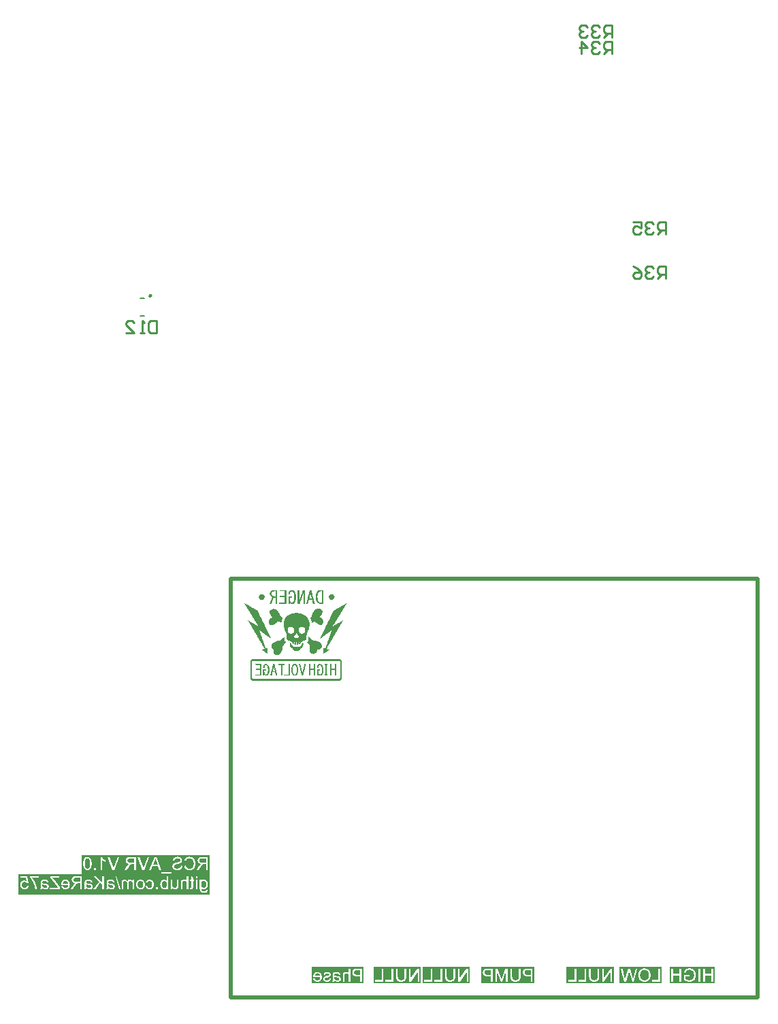
<source format=gbr>
G04*
G04 #@! TF.GenerationSoftware,Altium Limited,Altium Designer,24.2.2 (26)*
G04*
G04 Layer_Color=32896*
%FSLAX44Y44*%
%MOMM*%
G71*
G04*
G04 #@! TF.SameCoordinates,0F8B1A73-7D9A-4E60-A1EB-41BE9D7EE600*
G04*
G04*
G04 #@! TF.FilePolarity,Positive*
G04*
G01*
G75*
%ADD12C,0.2000*%
%ADD13C,0.2500*%
%ADD19C,0.5000*%
%ADD20C,0.2540*%
G36*
X511898Y766648D02*
X512157D01*
Y766131D01*
X512416D01*
Y765872D01*
X512675D01*
Y765354D01*
X512934D01*
Y765095D01*
Y764836D01*
X513193D01*
Y764318D01*
X513451D01*
Y764059D01*
X513710D01*
Y763283D01*
X513451D01*
Y762765D01*
X513193D01*
Y762506D01*
X512934D01*
Y761988D01*
X512675D01*
Y761471D01*
X512416D01*
Y760953D01*
X512157D01*
Y760694D01*
X511898D01*
Y760176D01*
X508015D01*
Y760435D01*
X507756D01*
Y760953D01*
X507497D01*
Y761212D01*
X507238D01*
Y761730D01*
X506980D01*
Y762247D01*
X506721D01*
Y762765D01*
X506462D01*
Y763024D01*
X506203D01*
Y763542D01*
X505944D01*
Y763801D01*
X506203D01*
Y764059D01*
X506462D01*
Y764577D01*
X506721D01*
Y765095D01*
X506980D01*
Y765354D01*
X507238D01*
Y765872D01*
X507497D01*
Y766389D01*
X507756D01*
Y766907D01*
X511898D01*
Y766648D01*
D02*
G37*
G36*
X425174D02*
X425433D01*
Y766131D01*
X425692D01*
Y765613D01*
X425951D01*
Y765354D01*
X426210D01*
Y764836D01*
X426469D01*
Y764318D01*
X426727D01*
Y764059D01*
X426986D01*
Y763283D01*
X426727D01*
Y762765D01*
X426469D01*
Y762506D01*
X426210D01*
Y761988D01*
X425951D01*
Y761471D01*
X425692D01*
Y760953D01*
X425433D01*
Y760694D01*
X425174D01*
Y760176D01*
X421291D01*
Y760435D01*
X421032D01*
Y760953D01*
X420773D01*
Y761212D01*
X420514D01*
Y761730D01*
X420255D01*
Y762247D01*
X419997D01*
Y762765D01*
X419738D01*
Y763024D01*
X419479D01*
Y763542D01*
X419220D01*
Y763801D01*
X419479D01*
Y764059D01*
X419738D01*
Y764577D01*
X419997D01*
Y765095D01*
X420255D01*
Y765354D01*
X420514D01*
Y765872D01*
X420773D01*
Y766389D01*
X421032D01*
Y766907D01*
X425174D01*
Y766648D01*
D02*
G37*
G36*
X476950Y754999D02*
X474879D01*
Y767684D01*
X474620D01*
Y766907D01*
X474361D01*
Y766131D01*
X474102D01*
Y765354D01*
X473843D01*
Y764577D01*
X473584D01*
Y764318D01*
Y764059D01*
X473325D01*
Y763283D01*
X473066D01*
Y762506D01*
X472808D01*
Y761730D01*
X472549D01*
Y760953D01*
X472290D01*
Y760435D01*
X472031D01*
Y759659D01*
X471772D01*
Y758882D01*
X471513D01*
Y758105D01*
X471254D01*
Y757329D01*
X470995D01*
Y756552D01*
X470737D01*
Y756034D01*
X470478D01*
Y755258D01*
X470219D01*
Y754999D01*
X467630D01*
Y772344D01*
X469701D01*
Y759659D01*
X469960D01*
Y759917D01*
X470219D01*
Y760694D01*
X470478D01*
Y761471D01*
X470737D01*
Y762247D01*
X470995D01*
Y762765D01*
X471254D01*
Y763542D01*
X471513D01*
Y764318D01*
X471772D01*
Y765095D01*
X472031D01*
Y765872D01*
X472290D01*
Y766389D01*
X472549D01*
Y767166D01*
X472808D01*
Y767943D01*
X473066D01*
Y768719D01*
X473325D01*
Y769496D01*
X473584D01*
Y770014D01*
X473843D01*
Y770790D01*
X474102D01*
Y771567D01*
X474361D01*
Y772344D01*
X476950D01*
Y754999D01*
D02*
G37*
G36*
X461417Y772085D02*
X462194D01*
Y771826D01*
X462711D01*
Y771567D01*
X462970D01*
Y771308D01*
X463229D01*
Y771049D01*
X463488D01*
Y770790D01*
X463747D01*
Y770531D01*
X464006D01*
Y770273D01*
X464265D01*
Y769755D01*
X464524D01*
Y769237D01*
X464782D01*
Y768719D01*
X465041D01*
Y767684D01*
X465300D01*
Y766648D01*
X465559D01*
Y763801D01*
X465818D01*
Y763024D01*
X465559D01*
Y759917D01*
X465300D01*
Y758882D01*
X465041D01*
Y758105D01*
X464782D01*
Y757588D01*
X464524D01*
Y757070D01*
X464265D01*
Y756552D01*
X464006D01*
Y756293D01*
X463747D01*
Y756034D01*
X463488D01*
Y755775D01*
X463229D01*
Y755517D01*
X462970D01*
Y755258D01*
X462194D01*
Y754999D01*
X459864D01*
Y755258D01*
X459346D01*
Y755517D01*
X458828D01*
Y755775D01*
X458569D01*
Y756034D01*
X458311D01*
Y756293D01*
X458052D01*
Y755517D01*
X457793D01*
Y754999D01*
X456240D01*
Y755517D01*
Y755775D01*
Y764318D01*
X460899D01*
Y762765D01*
X458052D01*
Y759659D01*
X458311D01*
Y758623D01*
X458569D01*
Y758105D01*
X458828D01*
Y757588D01*
X459087D01*
Y757329D01*
X459346D01*
Y757070D01*
X459864D01*
Y756811D01*
X461676D01*
Y757070D01*
X461935D01*
Y757329D01*
X462194D01*
Y757588D01*
X462453D01*
Y757846D01*
X462711D01*
Y758364D01*
X462970D01*
Y759141D01*
X463229D01*
Y760176D01*
X463488D01*
Y763542D01*
X463747D01*
Y763801D01*
X463488D01*
Y766389D01*
X463229D01*
Y767425D01*
X462970D01*
Y768202D01*
X462711D01*
Y768719D01*
X462453D01*
Y769237D01*
X462194D01*
Y769755D01*
X461935D01*
Y770014D01*
X461676D01*
Y770273D01*
X461417D01*
Y770531D01*
X460640D01*
Y770790D01*
X460382D01*
Y770531D01*
X459605D01*
Y770273D01*
X459087D01*
Y770014D01*
X458828D01*
Y769496D01*
X458569D01*
Y768719D01*
X458311D01*
Y766907D01*
X456240D01*
Y768202D01*
X456498D01*
Y769496D01*
X456757D01*
Y770014D01*
X457016D01*
Y770531D01*
X457275D01*
Y771049D01*
X457534D01*
Y771308D01*
X457793D01*
Y771567D01*
X458311D01*
Y771826D01*
X458569D01*
Y772085D01*
X459346D01*
Y772344D01*
X461417D01*
Y772085D01*
D02*
G37*
G36*
X499731Y766131D02*
Y765872D01*
Y754999D01*
X495071D01*
Y755258D01*
X494295D01*
Y755517D01*
X493518D01*
Y755775D01*
X493259D01*
Y756034D01*
X492741D01*
Y756293D01*
X492482D01*
Y756552D01*
X492224D01*
Y756811D01*
X491965D01*
Y757070D01*
X491706D01*
Y757588D01*
X491447D01*
Y757846D01*
X491188D01*
Y758623D01*
X490929D01*
Y759400D01*
X490670D01*
Y760694D01*
X490411D01*
Y766648D01*
X490670D01*
Y767943D01*
X490929D01*
Y768460D01*
X491188D01*
Y769237D01*
X491447D01*
Y769755D01*
X491706D01*
Y770014D01*
X491965D01*
Y770531D01*
X492224D01*
Y770790D01*
X492482D01*
Y771049D01*
X492741D01*
Y771308D01*
X493259D01*
Y771567D01*
X493777D01*
Y771826D01*
X494295D01*
Y772085D01*
X495330D01*
Y772344D01*
X499731D01*
Y766131D01*
D02*
G37*
G36*
X484716Y771567D02*
X484975D01*
Y770531D01*
X485234D01*
Y769496D01*
X485493D01*
Y768460D01*
X485752D01*
Y767425D01*
X486011D01*
Y766389D01*
X486269D01*
Y765613D01*
X486528D01*
Y764318D01*
X486787D01*
Y763542D01*
X487046D01*
Y762506D01*
X487305D01*
Y761471D01*
X487564D01*
Y760435D01*
X487823D01*
Y759400D01*
X488082D01*
Y758364D01*
X488340D01*
Y757329D01*
X488599D01*
Y756293D01*
X488858D01*
Y755517D01*
X489117D01*
Y754999D01*
X486787D01*
Y756034D01*
X486528D01*
Y757070D01*
X486269D01*
Y758105D01*
X486011D01*
Y759141D01*
X485752D01*
Y759917D01*
X481609D01*
Y758882D01*
X481351D01*
Y757846D01*
X481092D01*
Y756811D01*
X480833D01*
Y755775D01*
X480574D01*
Y754999D01*
X478503D01*
Y756034D01*
X478762D01*
Y757070D01*
X479021D01*
Y758105D01*
X479280D01*
Y759141D01*
X479538D01*
Y759917D01*
X479797D01*
Y761212D01*
X480056D01*
Y761988D01*
X480315D01*
Y763024D01*
X480574D01*
Y763283D01*
Y763542D01*
Y764059D01*
X480833D01*
Y765095D01*
X481092D01*
Y766131D01*
X481351D01*
Y767166D01*
X481609D01*
Y768202D01*
X481868D01*
Y769237D01*
X482127D01*
Y770014D01*
X482386D01*
Y771049D01*
X482645D01*
Y772344D01*
X484716D01*
Y771567D01*
D02*
G37*
G36*
X453910Y754999D02*
X444590D01*
Y756552D01*
X451580D01*
Y756811D01*
X451839D01*
Y763283D01*
X445625D01*
Y765095D01*
X451839D01*
Y770531D01*
X451580D01*
Y770790D01*
X445108D01*
Y772344D01*
X453910D01*
Y754999D01*
D02*
G37*
G36*
X442519Y772085D02*
Y754999D01*
X440448D01*
Y763024D01*
X438118D01*
Y762765D01*
X437859D01*
Y761988D01*
X437600D01*
Y761471D01*
X437341D01*
Y760694D01*
X437082D01*
Y759917D01*
X436824D01*
Y759400D01*
X436565D01*
Y758623D01*
X436306D01*
Y757846D01*
X436047D01*
Y757329D01*
X435788D01*
Y756552D01*
X435529D01*
Y755775D01*
X435270D01*
Y755258D01*
X435011D01*
Y754999D01*
X432940D01*
Y755517D01*
X433199D01*
Y756034D01*
X433458D01*
Y756811D01*
X433717D01*
Y757588D01*
X433976D01*
Y758105D01*
X434235D01*
Y758882D01*
X434494D01*
Y759400D01*
X434753D01*
Y760176D01*
X435011D01*
Y760953D01*
X435270D01*
Y761471D01*
X435529D01*
Y762247D01*
X435788D01*
Y762765D01*
X436047D01*
Y763283D01*
X435788D01*
Y763542D01*
X435270D01*
Y763801D01*
X435011D01*
Y764059D01*
X434753D01*
Y764318D01*
X434494D01*
Y764577D01*
X434235D01*
Y764836D01*
X433976D01*
Y765354D01*
X433717D01*
Y765872D01*
X433458D01*
Y767166D01*
X433199D01*
Y768202D01*
X433458D01*
Y769496D01*
X433717D01*
Y770014D01*
X433976D01*
Y770531D01*
X434235D01*
Y770790D01*
X434494D01*
Y771049D01*
X434753D01*
Y771308D01*
X435011D01*
Y771567D01*
X435529D01*
Y771826D01*
X436047D01*
Y772085D01*
X436824D01*
Y772344D01*
X442519D01*
Y772085D01*
D02*
G37*
G36*
X438636Y748527D02*
X439671D01*
Y748268D01*
X440448D01*
Y748009D01*
X440966D01*
Y747750D01*
X441225D01*
Y747491D01*
X441742D01*
Y747232D01*
X442001D01*
Y746973D01*
X442260D01*
Y746715D01*
X442519D01*
Y746456D01*
X442778D01*
Y746197D01*
X443037D01*
Y745938D01*
X443296D01*
Y745420D01*
X443554D01*
Y745161D01*
X443813D01*
Y744644D01*
X444072D01*
Y744385D01*
X444331D01*
Y743867D01*
X444590D01*
Y743349D01*
X444849D01*
Y743090D01*
X445108D01*
Y742573D01*
X445367D01*
Y741796D01*
X445625D01*
Y741278D01*
X445884D01*
Y741019D01*
X446143D01*
Y740760D01*
X446402D01*
Y740243D01*
X446661D01*
Y739984D01*
X446920D01*
Y739725D01*
X447179D01*
Y739207D01*
X447438D01*
Y738948D01*
X447696D01*
Y738430D01*
X447955D01*
Y738172D01*
X448473D01*
Y737913D01*
X448732D01*
Y737654D01*
X448991D01*
Y736877D01*
X448732D01*
Y736359D01*
X448473D01*
Y735583D01*
X448214D01*
Y734806D01*
X447955D01*
Y733771D01*
X447696D01*
Y731959D01*
X446661D01*
Y732217D01*
X446143D01*
Y732476D01*
X445367D01*
Y732735D01*
X444590D01*
Y732994D01*
X443554D01*
Y733253D01*
X443037D01*
Y732994D01*
X442778D01*
Y732735D01*
X442519D01*
Y732476D01*
X442260D01*
Y732217D01*
X442001D01*
Y731959D01*
X441742D01*
Y731700D01*
X441483D01*
Y731441D01*
X440966D01*
Y731182D01*
X440707D01*
Y730923D01*
X440448D01*
Y730664D01*
X440189D01*
Y730405D01*
X439671D01*
Y730146D01*
X439412D01*
Y729887D01*
X439154D01*
Y729629D01*
X438636D01*
Y729370D01*
X438118D01*
Y729111D01*
X437859D01*
Y728852D01*
X437082D01*
Y728593D01*
X436306D01*
Y728334D01*
X434235D01*
Y728593D01*
X433717D01*
Y728852D01*
X433199D01*
Y729111D01*
X432940D01*
Y729629D01*
X432682D01*
Y729887D01*
X432423D01*
Y730664D01*
X432164D01*
Y731441D01*
X431905D01*
Y733771D01*
X432164D01*
Y734547D01*
X432423D01*
Y735065D01*
X432682D01*
Y735324D01*
X432940D01*
Y735842D01*
X433199D01*
Y736101D01*
X433458D01*
Y736359D01*
X433717D01*
Y736618D01*
X433976D01*
Y736877D01*
X434235D01*
Y737136D01*
X434753D01*
Y737395D01*
X435011D01*
Y737654D01*
X435270D01*
Y737913D01*
X435788D01*
Y738172D01*
X436047D01*
Y738689D01*
X435788D01*
Y738948D01*
X435529D01*
Y739207D01*
X435270D01*
Y739725D01*
X435011D01*
Y739984D01*
X434753D01*
Y740502D01*
X434494D01*
Y740760D01*
X434235D01*
Y741278D01*
X433976D01*
Y741796D01*
X433717D01*
Y742314D01*
X433458D01*
Y742831D01*
X433199D01*
Y743867D01*
X432940D01*
Y745679D01*
X433199D01*
Y746456D01*
X433458D01*
Y746715D01*
X433717D01*
Y746973D01*
X433976D01*
Y747232D01*
X434235D01*
Y747491D01*
X434494D01*
Y747750D01*
X435011D01*
Y748009D01*
X435529D01*
Y748268D01*
X436306D01*
Y748527D01*
X437341D01*
Y748786D01*
X438636D01*
Y748527D01*
D02*
G37*
G36*
X494036Y749045D02*
X495330D01*
Y748786D01*
X496107D01*
Y748527D01*
X496624D01*
Y748268D01*
X496883D01*
Y748009D01*
X497401D01*
Y747750D01*
X497660D01*
Y747491D01*
X497919D01*
Y747232D01*
X498178D01*
Y746715D01*
X498437D01*
Y745938D01*
X498695D01*
Y744644D01*
X498437D01*
Y743608D01*
X498178D01*
Y742831D01*
X497919D01*
Y742314D01*
X497660D01*
Y741796D01*
X497401D01*
Y741278D01*
X497142D01*
Y741019D01*
X496883D01*
Y740502D01*
X496624D01*
Y740243D01*
X496366D01*
Y739984D01*
X496107D01*
Y739466D01*
X495848D01*
Y739207D01*
X495589D01*
Y738948D01*
X495330D01*
Y738689D01*
X495589D01*
Y738430D01*
X496107D01*
Y738172D01*
X496624D01*
Y737913D01*
X496883D01*
Y737654D01*
X497142D01*
Y737395D01*
X497401D01*
Y737136D01*
X497660D01*
Y736877D01*
X498178D01*
Y736618D01*
X498437D01*
Y736101D01*
X498695D01*
Y735842D01*
X498954D01*
Y735324D01*
X499213D01*
Y734806D01*
X499472D01*
Y734030D01*
X499731D01*
Y732217D01*
X499472D01*
Y731182D01*
X499213D01*
Y730664D01*
X498954D01*
Y730146D01*
X498695D01*
Y729887D01*
X498437D01*
Y729629D01*
X498178D01*
Y729370D01*
X497919D01*
Y729111D01*
X497401D01*
Y728852D01*
X495071D01*
Y729111D01*
X494295D01*
Y729370D01*
X493777D01*
Y729629D01*
X493259D01*
Y729887D01*
X492741D01*
Y730146D01*
X492482D01*
Y730405D01*
X492224D01*
Y730664D01*
X491706D01*
Y730923D01*
X491447D01*
Y731182D01*
X491188D01*
Y731441D01*
X490670D01*
Y731700D01*
X490411D01*
Y731959D01*
X490153D01*
Y732217D01*
X489894D01*
Y732476D01*
X489635D01*
Y732735D01*
X489376D01*
Y732994D01*
X488858D01*
Y732735D01*
X487823D01*
Y732476D01*
X487046D01*
Y732217D01*
X486528D01*
Y731959D01*
X485752D01*
Y731700D01*
X485234D01*
Y732217D01*
X484975D01*
Y733771D01*
X484716D01*
Y734806D01*
X484457D01*
Y735583D01*
X484198D01*
Y736359D01*
X483939D01*
Y737136D01*
X483681D01*
Y737395D01*
X483422D01*
Y737654D01*
X483681D01*
Y737913D01*
X484198D01*
Y738172D01*
X484457D01*
Y738430D01*
X484716D01*
Y738948D01*
X484975D01*
Y739725D01*
X485234D01*
Y740760D01*
X485493D01*
Y741278D01*
X485752D01*
Y742055D01*
X486011D01*
Y742573D01*
X486269D01*
Y743090D01*
X486528D01*
Y743608D01*
X486787D01*
Y744126D01*
X487046D01*
Y744644D01*
X487305D01*
Y744902D01*
X487564D01*
Y745420D01*
X487823D01*
Y745679D01*
X488082D01*
Y746197D01*
X488340D01*
Y746456D01*
X488599D01*
Y746715D01*
X488858D01*
Y746973D01*
X489117D01*
Y747232D01*
X489376D01*
Y747491D01*
X489635D01*
Y747750D01*
X489894D01*
Y748009D01*
X490411D01*
Y748268D01*
X490670D01*
Y748527D01*
X491188D01*
Y748786D01*
X491965D01*
Y749045D01*
X493259D01*
Y749303D01*
X494036D01*
Y749045D01*
D02*
G37*
G36*
X401357Y756034D02*
X401875D01*
Y755775D01*
X402393D01*
Y755517D01*
X402652D01*
Y755258D01*
X403170D01*
Y754999D01*
X403687D01*
Y754740D01*
X403946D01*
Y754481D01*
X404464D01*
Y754222D01*
X404982D01*
Y753963D01*
X405499D01*
Y753704D01*
X405758D01*
Y753445D01*
X406276D01*
Y753187D01*
X406794D01*
Y752928D01*
X407053D01*
Y752669D01*
X407570D01*
Y752410D01*
X408088D01*
Y752151D01*
X408606D01*
Y751892D01*
X408865D01*
Y751633D01*
X409383D01*
Y751374D01*
X409900D01*
Y751115D01*
X410418D01*
Y750857D01*
X410677D01*
Y750598D01*
X411195D01*
Y750339D01*
X411712D01*
Y750080D01*
X411971D01*
Y749821D01*
X412489D01*
Y749562D01*
X413007D01*
Y749303D01*
X413525D01*
Y749045D01*
X413783D01*
Y748786D01*
X414301D01*
Y748527D01*
X414819D01*
Y748268D01*
X415078D01*
Y748009D01*
X415596D01*
Y747750D01*
X416113D01*
Y747491D01*
X416372D01*
Y747232D01*
X416890D01*
Y746973D01*
X417408D01*
Y746715D01*
X417925D01*
Y746197D01*
X418184D01*
Y745679D01*
X418443D01*
Y745161D01*
X418702D01*
Y744644D01*
X418961D01*
Y744126D01*
X419220D01*
Y743608D01*
X419479D01*
Y743090D01*
X419738D01*
Y742573D01*
X419997D01*
Y742055D01*
X420255D01*
Y741278D01*
X420514D01*
Y741019D01*
X420773D01*
Y740243D01*
X421032D01*
Y739725D01*
X421291D01*
Y739207D01*
X421550D01*
Y738689D01*
X421809D01*
Y738172D01*
X422068D01*
Y737654D01*
X422327D01*
Y737136D01*
X422585D01*
Y736618D01*
X422844D01*
Y736101D01*
X423103D01*
Y735583D01*
X423362D01*
Y735065D01*
X423621D01*
Y734547D01*
X423880D01*
Y734030D01*
X424139D01*
Y733512D01*
X424398D01*
Y732994D01*
X424656D01*
Y732476D01*
X424915D01*
Y731959D01*
X425174D01*
Y731441D01*
X425433D01*
Y730923D01*
X425692D01*
Y730405D01*
X425951D01*
Y729887D01*
X426210D01*
Y729370D01*
X426469D01*
Y728852D01*
X426727D01*
Y728334D01*
X426986D01*
Y727816D01*
X427245D01*
Y727299D01*
X427504D01*
Y726522D01*
X427763D01*
Y726004D01*
X428022D01*
Y725745D01*
X428281D01*
Y724969D01*
X428540D01*
Y724451D01*
X428798D01*
Y723933D01*
X429057D01*
Y723416D01*
X429316D01*
Y722898D01*
X429575D01*
Y722380D01*
X429834D01*
Y721862D01*
X430093D01*
Y721345D01*
X430352D01*
Y720827D01*
X430611D01*
Y720309D01*
X430869D01*
Y719791D01*
X431128D01*
Y719274D01*
X431387D01*
Y718756D01*
X431646D01*
Y718238D01*
X431905D01*
Y717720D01*
X432164D01*
Y717203D01*
X432423D01*
Y716685D01*
X432682D01*
Y716167D01*
X432940D01*
Y715649D01*
X433199D01*
Y715132D01*
X433458D01*
Y714614D01*
X433717D01*
Y714096D01*
X433976D01*
Y713578D01*
X434235D01*
Y712802D01*
X434494D01*
Y712543D01*
X434753D01*
Y712025D01*
X435011D01*
Y711507D01*
X434753D01*
Y711766D01*
X434494D01*
Y712025D01*
X434235D01*
Y712284D01*
X433717D01*
Y712543D01*
X433458D01*
Y712802D01*
X432940D01*
Y713060D01*
X432682D01*
Y713319D01*
X432423D01*
Y713578D01*
X431905D01*
Y713837D01*
X431646D01*
Y714096D01*
X431128D01*
Y714355D01*
X430869D01*
Y714614D01*
X430611D01*
Y714873D01*
X430093D01*
Y715132D01*
X429834D01*
Y715390D01*
X429316D01*
Y715649D01*
X429057D01*
Y715908D01*
X428798D01*
Y716167D01*
X428281D01*
Y716426D01*
X428022D01*
Y716685D01*
X427763D01*
Y716944D01*
X427245D01*
Y717203D01*
X426986D01*
Y717461D01*
X426469D01*
Y717720D01*
X426210D01*
Y717979D01*
X425951D01*
Y718238D01*
X425433D01*
Y718497D01*
X425174D01*
Y718756D01*
X424656D01*
Y719015D01*
X424398D01*
Y719274D01*
X424139D01*
Y719532D01*
X423621D01*
Y719791D01*
X423362D01*
Y720050D01*
X422844D01*
Y720309D01*
X422585D01*
Y720568D01*
X422327D01*
Y720827D01*
X421809D01*
Y721086D01*
X421550D01*
Y721345D01*
X421032D01*
Y721603D01*
X420773D01*
Y721862D01*
X420255D01*
Y721603D01*
X420514D01*
Y720827D01*
X420773D01*
Y720050D01*
X421032D01*
Y719274D01*
X421291D01*
Y718756D01*
X421550D01*
Y717720D01*
X421809D01*
Y717203D01*
X422068D01*
Y716426D01*
X422327D01*
Y715649D01*
X422585D01*
Y714873D01*
X422844D01*
Y714096D01*
X423103D01*
Y713319D01*
X423362D01*
Y712543D01*
X423621D01*
Y711766D01*
X423880D01*
Y711248D01*
X424139D01*
Y710472D01*
X424398D01*
Y709695D01*
X424656D01*
Y708918D01*
X424915D01*
Y708142D01*
X425174D01*
Y707365D01*
X425433D01*
Y706589D01*
X425692D01*
Y705812D01*
X425951D01*
Y705294D01*
X426210D01*
Y704259D01*
X426469D01*
Y703741D01*
X426727D01*
Y702964D01*
X426986D01*
Y702188D01*
X427245D01*
Y701411D01*
X427504D01*
Y700634D01*
X427763D01*
Y699858D01*
X428022D01*
Y699599D01*
X428281D01*
Y699858D01*
X429057D01*
Y700117D01*
X429834D01*
Y700376D01*
X430611D01*
Y698046D01*
X430352D01*
Y693127D01*
X430093D01*
Y693386D01*
X429575D01*
Y693645D01*
X429316D01*
Y693904D01*
X428798D01*
Y694162D01*
X428540D01*
Y694421D01*
X428022D01*
Y694680D01*
X427504D01*
Y694939D01*
X427245D01*
Y695198D01*
X426727D01*
Y695457D01*
X426469D01*
Y695716D01*
X425951D01*
Y695975D01*
X425692D01*
Y696233D01*
X425174D01*
Y696492D01*
X424915D01*
Y696751D01*
X424398D01*
Y697010D01*
X424139D01*
Y697269D01*
X423621D01*
Y697528D01*
X423103D01*
Y698046D01*
X423621D01*
Y698304D01*
X424656D01*
Y698563D01*
X425433D01*
Y698822D01*
X425951D01*
Y699081D01*
X426727D01*
Y699340D01*
X426469D01*
Y699858D01*
X426210D01*
Y700376D01*
X425951D01*
Y700634D01*
X425692D01*
Y701152D01*
X425433D01*
Y701670D01*
X425174D01*
Y702188D01*
X424915D01*
Y702447D01*
X424656D01*
Y702964D01*
X424398D01*
Y703482D01*
X424139D01*
Y703741D01*
X423880D01*
Y704259D01*
X423621D01*
Y704776D01*
X423362D01*
Y705035D01*
X423103D01*
Y705553D01*
X422844D01*
Y706071D01*
X422585D01*
Y706589D01*
X422327D01*
Y706847D01*
X422068D01*
Y707365D01*
X421809D01*
Y707883D01*
X421550D01*
Y708142D01*
X421291D01*
Y708660D01*
X421032D01*
Y709177D01*
X420773D01*
Y709436D01*
X420514D01*
Y709954D01*
X420255D01*
Y710472D01*
X419997D01*
Y710731D01*
X419738D01*
Y711248D01*
X419479D01*
Y711766D01*
X419220D01*
Y712284D01*
X418961D01*
Y712543D01*
X418702D01*
Y713060D01*
X418443D01*
Y713578D01*
X418184D01*
Y713837D01*
X417925D01*
Y714355D01*
X417667D01*
Y714873D01*
X417408D01*
Y715132D01*
X417149D01*
Y715649D01*
X416890D01*
Y716167D01*
X416631D01*
Y716426D01*
X416372D01*
Y716944D01*
X416113D01*
Y717461D01*
X415854D01*
Y717979D01*
X415596D01*
Y718238D01*
X415337D01*
Y718756D01*
X415078D01*
Y719274D01*
X414819D01*
Y719532D01*
X414560D01*
Y720050D01*
X414301D01*
Y720568D01*
X414042D01*
Y720827D01*
X413783D01*
Y721345D01*
X413525D01*
Y721862D01*
X413266D01*
Y722121D01*
X413007D01*
Y722639D01*
X412748D01*
Y723157D01*
X412489D01*
Y723674D01*
X412230D01*
Y723933D01*
X411971D01*
Y724451D01*
X411712D01*
Y724969D01*
X411454D01*
Y725228D01*
X411195D01*
Y725745D01*
X410936D01*
Y726263D01*
X410677D01*
Y726522D01*
X410418D01*
Y727040D01*
X410159D01*
Y727558D01*
X409900D01*
Y728075D01*
X409641D01*
Y728334D01*
X409383D01*
Y728852D01*
X409124D01*
Y729370D01*
X408865D01*
Y729629D01*
X408606D01*
Y730146D01*
X408347D01*
Y730664D01*
X408088D01*
Y730923D01*
X407829D01*
Y731441D01*
X407570D01*
Y731959D01*
X407312D01*
Y732217D01*
X407053D01*
Y732735D01*
X406794D01*
Y733253D01*
X406535D01*
Y733771D01*
X406276D01*
Y734030D01*
X406017D01*
Y734547D01*
X406276D01*
Y734288D01*
X406794D01*
Y734030D01*
X407053D01*
Y733771D01*
X407570D01*
Y733512D01*
X408088D01*
Y733253D01*
X408606D01*
Y732994D01*
X408865D01*
Y732735D01*
X409383D01*
Y732476D01*
X409900D01*
Y732217D01*
X410159D01*
Y731959D01*
X410677D01*
Y731700D01*
X411195D01*
Y731441D01*
X411454D01*
Y731182D01*
X412230D01*
Y730923D01*
X412489D01*
Y730664D01*
X413007D01*
Y730405D01*
X413525D01*
Y730146D01*
X413783D01*
Y729887D01*
X414301D01*
Y729629D01*
X414819D01*
Y729370D01*
X415078D01*
Y729111D01*
X415596D01*
Y728852D01*
X416113D01*
Y728593D01*
X416631D01*
Y728334D01*
X416890D01*
Y728075D01*
X417408D01*
Y727816D01*
X417925D01*
Y727558D01*
X418184D01*
Y727299D01*
X418702D01*
Y727816D01*
X418443D01*
Y728334D01*
X418184D01*
Y728593D01*
X417925D01*
Y729111D01*
X417667D01*
Y729629D01*
X417408D01*
Y729887D01*
X417149D01*
Y730405D01*
X416890D01*
Y730664D01*
X416631D01*
Y731182D01*
X416372D01*
Y731700D01*
X416113D01*
Y731959D01*
X415854D01*
Y732476D01*
X415596D01*
Y732735D01*
X415337D01*
Y733253D01*
X415078D01*
Y733771D01*
X414819D01*
Y734030D01*
X414560D01*
Y734547D01*
X414301D01*
Y735065D01*
X414042D01*
Y735324D01*
X413783D01*
Y735842D01*
X413525D01*
Y736101D01*
X413266D01*
Y736618D01*
X413007D01*
Y737136D01*
X412748D01*
Y737395D01*
X412489D01*
Y737913D01*
X412230D01*
Y738172D01*
X411971D01*
Y738689D01*
X411712D01*
Y739207D01*
X411454D01*
Y739466D01*
X411195D01*
Y739984D01*
X410936D01*
Y740502D01*
X410677D01*
Y740760D01*
X410418D01*
Y741278D01*
X410159D01*
Y741537D01*
X409900D01*
Y742055D01*
X409641D01*
Y742573D01*
X409383D01*
Y742831D01*
X409124D01*
Y743349D01*
X408865D01*
Y743608D01*
X408606D01*
Y744126D01*
X408347D01*
Y744644D01*
X408088D01*
Y744902D01*
X407829D01*
Y745420D01*
X407570D01*
Y745938D01*
X407312D01*
Y746197D01*
X407053D01*
Y746715D01*
X406794D01*
Y746973D01*
X406535D01*
Y747491D01*
X406276D01*
Y748009D01*
X406017D01*
Y748268D01*
X405758D01*
Y748786D01*
X405499D01*
Y749303D01*
X405241D01*
Y749562D01*
X404982D01*
Y750080D01*
X404723D01*
Y750339D01*
X404464D01*
Y750857D01*
X404205D01*
Y751374D01*
X403946D01*
Y751633D01*
X403687D01*
Y752151D01*
X403428D01*
Y752410D01*
X403170D01*
Y752928D01*
X402911D01*
Y753445D01*
X402652D01*
Y753704D01*
X402393D01*
Y754222D01*
X402134D01*
Y754740D01*
X401875D01*
Y754999D01*
X401616D01*
Y755517D01*
X401357D01*
Y755775D01*
X401099D01*
Y756293D01*
X401357D01*
Y756034D01*
D02*
G37*
G36*
X468407Y743349D02*
X470478D01*
Y743090D01*
X471513D01*
Y742831D01*
X472549D01*
Y742573D01*
X473325D01*
Y742314D01*
X473843D01*
Y742055D01*
X474620D01*
Y741796D01*
X475138D01*
Y741537D01*
X475655D01*
Y741278D01*
X476173D01*
Y741019D01*
X476432D01*
Y740760D01*
X476950D01*
Y740502D01*
X477209D01*
Y740243D01*
X477467D01*
Y739984D01*
X477726D01*
Y739725D01*
X478244D01*
Y739466D01*
X478503D01*
Y739207D01*
X478762D01*
Y738948D01*
X479021D01*
Y738689D01*
X479280D01*
Y738172D01*
X479538D01*
Y737913D01*
X479797D01*
Y737654D01*
X480056D01*
Y737395D01*
X480315D01*
Y736877D01*
X480574D01*
Y736359D01*
X480833D01*
Y736101D01*
X481092D01*
Y735583D01*
X481351D01*
Y734806D01*
X481609D01*
Y734288D01*
X481868D01*
Y733253D01*
X482127D01*
Y731959D01*
X482386D01*
Y726781D01*
X482127D01*
Y725228D01*
X481868D01*
Y723933D01*
X481609D01*
Y723157D01*
X481351D01*
Y722639D01*
X481092D01*
Y722121D01*
X480833D01*
Y721603D01*
X480574D01*
Y721086D01*
X480315D01*
Y720827D01*
X480056D01*
Y720309D01*
X479797D01*
Y719791D01*
X479538D01*
Y719274D01*
X479280D01*
Y718497D01*
X479021D01*
Y716426D01*
X478762D01*
Y713319D01*
X478503D01*
Y710472D01*
X477985D01*
Y710213D01*
X477467D01*
Y709954D01*
X476950D01*
Y709695D01*
X476432D01*
Y709436D01*
X475914D01*
Y709177D01*
X475138D01*
Y708918D01*
X474620D01*
Y708660D01*
X474102D01*
Y708401D01*
X473584D01*
Y708142D01*
X473066D01*
Y707883D01*
X472549D01*
Y707624D01*
X472031D01*
Y707365D01*
X471772D01*
Y706589D01*
X471513D01*
Y706071D01*
X471254D01*
Y705294D01*
X470995D01*
Y705035D01*
X469960D01*
Y704776D01*
X469442D01*
Y706330D01*
X469701D01*
Y707365D01*
X468924D01*
Y706071D01*
X468666D01*
Y704776D01*
X468407D01*
Y704518D01*
X466336D01*
Y705553D01*
X466595D01*
Y707365D01*
X465818D01*
Y705294D01*
X465559D01*
Y704518D01*
X464006D01*
Y704776D01*
X463488D01*
Y706071D01*
X463747D01*
Y707365D01*
X462970D01*
Y706071D01*
X462711D01*
Y705035D01*
X461676D01*
Y705294D01*
X461417D01*
Y705812D01*
X461158D01*
Y706589D01*
X460899D01*
Y707365D01*
X460640D01*
Y707624D01*
X460123D01*
Y707883D01*
X459605D01*
Y708142D01*
X459087D01*
Y708401D01*
X458569D01*
Y708660D01*
X458052D01*
Y708918D01*
X457534D01*
Y709177D01*
X456757D01*
Y709436D01*
X456498D01*
Y709695D01*
X455722D01*
Y709954D01*
X455204D01*
Y710213D01*
X454686D01*
Y710472D01*
X454427D01*
Y710731D01*
X454169D01*
Y713578D01*
X453910D01*
Y716944D01*
X453651D01*
Y718756D01*
X453392D01*
Y719274D01*
X453133D01*
Y719791D01*
X452874D01*
Y720309D01*
X452615D01*
Y720827D01*
X452356D01*
Y721345D01*
X452097D01*
Y721862D01*
X451839D01*
Y722639D01*
X451580D01*
Y723416D01*
X451321D01*
Y723933D01*
X451062D01*
Y724969D01*
X450803D01*
Y726004D01*
X450544D01*
Y727816D01*
X450285D01*
Y731700D01*
X450544D01*
Y733253D01*
X450803D01*
Y734030D01*
X451062D01*
Y734806D01*
X451321D01*
Y735324D01*
X451580D01*
Y735842D01*
X451839D01*
Y736359D01*
X452097D01*
Y736877D01*
X452356D01*
Y737395D01*
X452615D01*
Y737654D01*
X452874D01*
Y737913D01*
X453133D01*
Y738430D01*
X453392D01*
Y738689D01*
X453651D01*
Y738948D01*
X453910D01*
Y739207D01*
X454169D01*
Y739466D01*
X454427D01*
Y739725D01*
X454945D01*
Y739984D01*
X455204D01*
Y740243D01*
X455463D01*
Y740502D01*
X455981D01*
Y740760D01*
X456240D01*
Y741019D01*
X456757D01*
Y741278D01*
X457016D01*
Y741537D01*
X457534D01*
Y741796D01*
X458052D01*
Y742055D01*
X458828D01*
Y742314D01*
X459346D01*
Y742573D01*
X460123D01*
Y742831D01*
X461158D01*
Y743090D01*
X462194D01*
Y743349D01*
X464524D01*
Y743608D01*
X468407D01*
Y743349D01*
D02*
G37*
G36*
X474361Y706071D02*
X475138D01*
Y705294D01*
X474879D01*
Y704259D01*
X474620D01*
Y703223D01*
X474361D01*
Y702188D01*
X474102D01*
Y701411D01*
X473843D01*
Y701152D01*
X473584D01*
Y700893D01*
X473325D01*
Y700634D01*
X473066D01*
Y700376D01*
X472549D01*
Y700117D01*
X472290D01*
Y699858D01*
X472031D01*
Y699599D01*
X471772D01*
Y699340D01*
X471513D01*
Y699081D01*
X471254D01*
Y698822D01*
X470995D01*
Y698304D01*
X470737D01*
Y698046D01*
X470478D01*
Y697787D01*
X470219D01*
Y697528D01*
X469960D01*
Y697269D01*
X469701D01*
Y697010D01*
X469183D01*
Y696751D01*
X468924D01*
Y696492D01*
X467889D01*
Y696233D01*
X464782D01*
Y696492D01*
X464006D01*
Y696751D01*
X463488D01*
Y697010D01*
X463229D01*
Y697269D01*
X462711D01*
Y697528D01*
X462453D01*
Y698046D01*
X462194D01*
Y698304D01*
X461935D01*
Y698563D01*
X461676D01*
Y699081D01*
X461417D01*
Y699340D01*
X461158D01*
Y699599D01*
X460899D01*
Y699858D01*
X460382D01*
Y700117D01*
X460123D01*
Y700376D01*
X459864D01*
Y700634D01*
X459605D01*
Y700893D01*
X459346D01*
Y701152D01*
X459087D01*
Y701411D01*
X458828D01*
Y701929D01*
X458569D01*
Y702964D01*
X458311D01*
Y704000D01*
X458052D01*
Y705035D01*
X457793D01*
Y706071D01*
X458569D01*
Y706330D01*
X459346D01*
Y706071D01*
X459605D01*
Y705553D01*
X459864D01*
Y704776D01*
X460123D01*
Y704259D01*
X460382D01*
Y703741D01*
X460640D01*
Y703482D01*
X460899D01*
Y702964D01*
X461158D01*
Y702705D01*
X461417D01*
Y702447D01*
X461676D01*
Y702188D01*
X462194D01*
Y701929D01*
X462711D01*
Y701670D01*
X464006D01*
Y701411D01*
X468924D01*
Y701670D01*
X469960D01*
Y701929D01*
X470737D01*
Y702188D01*
X470995D01*
Y702447D01*
X471254D01*
Y702705D01*
X471513D01*
Y702964D01*
X471772D01*
Y703223D01*
X472031D01*
Y703482D01*
X472290D01*
Y704000D01*
X472549D01*
Y704518D01*
X472808D01*
Y705035D01*
X473066D01*
Y705553D01*
X473325D01*
Y706330D01*
X474361D01*
Y706071D01*
D02*
G37*
G36*
X529243Y755775D02*
X528984D01*
Y755517D01*
X528725D01*
Y754999D01*
X528466D01*
Y754740D01*
X528208D01*
Y754222D01*
X527949D01*
Y753704D01*
X527690D01*
Y753445D01*
X527431D01*
Y752928D01*
X527172D01*
Y752410D01*
X526913D01*
Y752151D01*
X526654D01*
Y751633D01*
X526395D01*
Y751374D01*
X526137D01*
Y750857D01*
X525878D01*
Y750339D01*
X525619D01*
Y750080D01*
X525360D01*
Y749562D01*
X525101D01*
Y749303D01*
X524842D01*
Y748786D01*
X524583D01*
Y748268D01*
X524324D01*
Y748009D01*
X524066D01*
Y747491D01*
X523807D01*
Y746973D01*
X523548D01*
Y746715D01*
X523289D01*
Y746197D01*
X523030D01*
Y745938D01*
X522771D01*
Y745420D01*
X522512D01*
Y744902D01*
X522253D01*
Y744644D01*
X521995D01*
Y744126D01*
X521736D01*
Y743608D01*
X521477D01*
Y743349D01*
X521218D01*
Y742831D01*
X520959D01*
Y742573D01*
X520700D01*
Y742055D01*
X520441D01*
Y741537D01*
X520182D01*
Y741278D01*
X519924D01*
Y740760D01*
X519665D01*
Y740502D01*
X519406D01*
Y739984D01*
X519147D01*
Y739466D01*
X518888D01*
Y739207D01*
X518629D01*
Y738689D01*
X518370D01*
Y738430D01*
X518111D01*
Y737913D01*
X517853D01*
Y737395D01*
X517594D01*
Y737136D01*
X517335D01*
Y736618D01*
X517076D01*
Y736101D01*
X516817D01*
Y735842D01*
X516558D01*
Y735324D01*
X516299D01*
Y735065D01*
X516040D01*
Y734547D01*
X515781D01*
Y734030D01*
X515523D01*
Y733771D01*
X515264D01*
Y733253D01*
X515005D01*
Y732735D01*
X514746D01*
Y732476D01*
X514487D01*
Y731959D01*
X514228D01*
Y731700D01*
X513969D01*
Y731182D01*
X513710D01*
Y730664D01*
X513451D01*
Y730405D01*
X513193D01*
Y729887D01*
X512934D01*
Y729629D01*
X512675D01*
Y729111D01*
X512416D01*
Y728593D01*
X512157D01*
Y728334D01*
X511898D01*
Y727816D01*
X511639D01*
Y727299D01*
X512157D01*
Y727558D01*
X512416D01*
Y727816D01*
X512934D01*
Y728075D01*
X513451D01*
Y728334D01*
X513710D01*
Y728593D01*
X514228D01*
Y728852D01*
X514746D01*
Y729111D01*
X515264D01*
Y729370D01*
X515523D01*
Y729629D01*
X516040D01*
Y729887D01*
X516558D01*
Y730146D01*
X516817D01*
Y730405D01*
X517335D01*
Y730664D01*
X517853D01*
Y730923D01*
X518111D01*
Y731182D01*
X518888D01*
Y731441D01*
X519147D01*
Y731700D01*
X519665D01*
Y731959D01*
X520182D01*
Y732217D01*
X520441D01*
Y732476D01*
X520959D01*
Y732735D01*
X521477D01*
Y732994D01*
X521736D01*
Y733253D01*
X522253D01*
Y733512D01*
X522771D01*
Y733771D01*
X523289D01*
Y734030D01*
X523548D01*
Y734288D01*
X524066D01*
Y734547D01*
X524324D01*
Y734030D01*
X524066D01*
Y733771D01*
X523807D01*
Y733253D01*
X523548D01*
Y732735D01*
X523289D01*
Y732217D01*
X523030D01*
Y731959D01*
X522771D01*
Y731441D01*
X522512D01*
Y730923D01*
X522253D01*
Y730664D01*
X521995D01*
Y730146D01*
X521736D01*
Y729629D01*
X521477D01*
Y729370D01*
X521218D01*
Y728852D01*
X520959D01*
Y728334D01*
X520700D01*
Y728075D01*
X520441D01*
Y727558D01*
X520182D01*
Y727040D01*
X519924D01*
Y726522D01*
X519665D01*
Y726263D01*
X519406D01*
Y725745D01*
X519147D01*
Y725228D01*
X518888D01*
Y724969D01*
X518629D01*
Y724451D01*
X518370D01*
Y723933D01*
X518111D01*
Y723674D01*
X517853D01*
Y723157D01*
X517594D01*
Y722639D01*
X517335D01*
Y722380D01*
X517076D01*
Y721862D01*
X516817D01*
Y721345D01*
X516558D01*
Y720827D01*
X516299D01*
Y720568D01*
X516040D01*
Y720050D01*
X515781D01*
Y719532D01*
X515523D01*
Y719274D01*
X515264D01*
Y718756D01*
X515005D01*
Y718238D01*
X514746D01*
Y717979D01*
X514487D01*
Y717461D01*
X514228D01*
Y716944D01*
X513969D01*
Y716685D01*
X513710D01*
Y716167D01*
X513451D01*
Y715649D01*
X513193D01*
Y715132D01*
X512934D01*
Y714873D01*
X512675D01*
Y714355D01*
X512416D01*
Y713837D01*
X512157D01*
Y713578D01*
X511898D01*
Y713060D01*
X511639D01*
Y712543D01*
X511381D01*
Y712284D01*
X511122D01*
Y711766D01*
X510863D01*
Y711248D01*
X510604D01*
Y710731D01*
X510345D01*
Y710472D01*
X510086D01*
Y709954D01*
X509827D01*
Y709436D01*
X509568D01*
Y709177D01*
X509310D01*
Y708660D01*
X509051D01*
Y708142D01*
X508792D01*
Y707883D01*
X508533D01*
Y707365D01*
X508274D01*
Y706847D01*
X508015D01*
Y706589D01*
X507756D01*
Y706071D01*
X507497D01*
Y705553D01*
X507238D01*
Y705294D01*
X506980D01*
Y704776D01*
X506721D01*
Y704259D01*
X506462D01*
Y703741D01*
X506203D01*
Y703482D01*
X505944D01*
Y702964D01*
X505685D01*
Y702447D01*
X505426D01*
Y702188D01*
X505167D01*
Y701670D01*
X504908D01*
Y701152D01*
X504650D01*
Y700893D01*
X504391D01*
Y700376D01*
X504132D01*
Y699858D01*
X503873D01*
Y699340D01*
X503614D01*
Y699081D01*
X504391D01*
Y698822D01*
X504908D01*
Y698563D01*
X505685D01*
Y698304D01*
X506721D01*
Y698046D01*
X507238D01*
Y697787D01*
X506980D01*
Y697528D01*
X506721D01*
Y697269D01*
X506203D01*
Y697010D01*
X505944D01*
Y696751D01*
X505426D01*
Y696492D01*
X505167D01*
Y696233D01*
X504650D01*
Y695975D01*
X504391D01*
Y695716D01*
X503873D01*
Y695457D01*
X503614D01*
Y695198D01*
X503096D01*
Y694939D01*
X502837D01*
Y694680D01*
X502320D01*
Y694421D01*
X501802D01*
Y694162D01*
X501543D01*
Y693904D01*
X501025D01*
Y693645D01*
X500766D01*
Y693386D01*
X500249D01*
Y693127D01*
X499990D01*
Y697787D01*
X499731D01*
Y700376D01*
X500508D01*
Y700117D01*
X501284D01*
Y699858D01*
X502061D01*
Y699599D01*
X502320D01*
Y699858D01*
X502579D01*
Y700634D01*
X502837D01*
Y701411D01*
X503096D01*
Y702188D01*
X503355D01*
Y702964D01*
X503614D01*
Y703741D01*
X503873D01*
Y704518D01*
X504132D01*
Y705294D01*
X504391D01*
Y705812D01*
X504650D01*
Y706847D01*
X504908D01*
Y707365D01*
X505167D01*
Y708142D01*
X505426D01*
Y708918D01*
X505685D01*
Y709695D01*
X505944D01*
Y710472D01*
X506203D01*
Y711248D01*
X506462D01*
Y711766D01*
X506721D01*
Y712802D01*
X506980D01*
Y713319D01*
X507238D01*
Y714096D01*
X507497D01*
Y714873D01*
X507756D01*
Y715649D01*
X508015D01*
Y716426D01*
X508274D01*
Y717203D01*
X508533D01*
Y717979D01*
X508792D01*
Y718756D01*
X509051D01*
Y719274D01*
X509310D01*
Y720050D01*
X509568D01*
Y720827D01*
X509827D01*
Y721603D01*
X510086D01*
Y721862D01*
X509568D01*
Y721603D01*
X509310D01*
Y721345D01*
X508792D01*
Y721086D01*
X508533D01*
Y720827D01*
X508015D01*
Y720568D01*
X507756D01*
Y720309D01*
X507497D01*
Y720050D01*
X506980D01*
Y719791D01*
X506721D01*
Y719532D01*
X506203D01*
Y719274D01*
X505944D01*
Y719015D01*
X505685D01*
Y718756D01*
X505167D01*
Y718497D01*
X504908D01*
Y718238D01*
X504391D01*
Y717979D01*
X504132D01*
Y717720D01*
X503873D01*
Y717461D01*
X503355D01*
Y717203D01*
X503096D01*
Y716944D01*
X502579D01*
Y716685D01*
X502320D01*
Y716426D01*
X502061D01*
Y716167D01*
X501543D01*
Y715908D01*
X501284D01*
Y715649D01*
X501025D01*
Y715390D01*
X500508D01*
Y715132D01*
X500249D01*
Y714873D01*
X499731D01*
Y714614D01*
X499472D01*
Y714355D01*
X499213D01*
Y714096D01*
X498695D01*
Y713837D01*
X498437D01*
Y713578D01*
X497919D01*
Y713319D01*
X497660D01*
Y713060D01*
X497401D01*
Y712802D01*
X496883D01*
Y712543D01*
X496624D01*
Y712284D01*
X496107D01*
Y712025D01*
X495848D01*
Y711766D01*
X495589D01*
Y711507D01*
X495330D01*
Y712025D01*
X495589D01*
Y712543D01*
X495848D01*
Y713060D01*
X496107D01*
Y713578D01*
X496366D01*
Y714096D01*
X496624D01*
Y714614D01*
X496883D01*
Y715132D01*
X497142D01*
Y715649D01*
X497401D01*
Y716167D01*
X497660D01*
Y716685D01*
X497919D01*
Y717203D01*
X498178D01*
Y717720D01*
X498437D01*
Y718238D01*
X498695D01*
Y718756D01*
X498954D01*
Y719274D01*
X499213D01*
Y719791D01*
X499472D01*
Y720309D01*
X499731D01*
Y720827D01*
X499990D01*
Y721345D01*
X500249D01*
Y721862D01*
X500508D01*
Y722380D01*
X500766D01*
Y722898D01*
X501025D01*
Y723416D01*
X501284D01*
Y723933D01*
X501543D01*
Y724451D01*
X501802D01*
Y724969D01*
X502061D01*
Y725745D01*
X502320D01*
Y726004D01*
X502579D01*
Y726781D01*
X502837D01*
Y727299D01*
X503096D01*
Y727816D01*
X503355D01*
Y728334D01*
X503614D01*
Y728852D01*
X503873D01*
Y729370D01*
X504132D01*
Y729887D01*
X504391D01*
Y730405D01*
X504650D01*
Y730923D01*
X504908D01*
Y731441D01*
X505167D01*
Y731959D01*
X505426D01*
Y732476D01*
X505685D01*
Y732994D01*
X505944D01*
Y733512D01*
X506203D01*
Y734030D01*
X506462D01*
Y734547D01*
X506721D01*
Y735065D01*
X506980D01*
Y735583D01*
X507238D01*
Y736101D01*
X507497D01*
Y736618D01*
X507756D01*
Y737136D01*
X508015D01*
Y737654D01*
X508274D01*
Y738172D01*
X508533D01*
Y738689D01*
X508792D01*
Y739466D01*
X509051D01*
Y739725D01*
X509310D01*
Y740502D01*
X509568D01*
Y741019D01*
X509827D01*
Y741278D01*
X510086D01*
Y742055D01*
X510345D01*
Y742573D01*
X510604D01*
Y743090D01*
X510863D01*
Y743608D01*
X511122D01*
Y744126D01*
X511381D01*
Y744644D01*
X511639D01*
Y745161D01*
X511898D01*
Y745679D01*
X512157D01*
Y746197D01*
X512416D01*
Y746715D01*
X512934D01*
Y746973D01*
X513451D01*
Y747232D01*
X513710D01*
Y747491D01*
X514228D01*
Y747750D01*
X514746D01*
Y748009D01*
X515264D01*
Y748268D01*
X515523D01*
Y748527D01*
X516040D01*
Y748786D01*
X516558D01*
Y749045D01*
X516817D01*
Y749303D01*
X517335D01*
Y749562D01*
X517853D01*
Y749821D01*
X518370D01*
Y750080D01*
X518629D01*
Y750339D01*
X519147D01*
Y750598D01*
X519665D01*
Y750857D01*
X519924D01*
Y751115D01*
X520441D01*
Y751374D01*
X520959D01*
Y751633D01*
X521477D01*
Y751892D01*
X521736D01*
Y752151D01*
X522253D01*
Y752410D01*
X522771D01*
Y752669D01*
X523289D01*
Y752928D01*
X523548D01*
Y753187D01*
X524066D01*
Y753445D01*
X524583D01*
Y753704D01*
X524842D01*
Y753963D01*
X525360D01*
Y754222D01*
X525878D01*
Y754481D01*
X526395D01*
Y754740D01*
X526654D01*
Y754999D01*
X527172D01*
Y755258D01*
X527690D01*
Y755517D01*
X527949D01*
Y755775D01*
X528466D01*
Y756034D01*
X528984D01*
Y756293D01*
X529243D01*
Y755775D01*
D02*
G37*
G36*
X481609Y713837D02*
X481868D01*
Y713578D01*
X482127D01*
Y713319D01*
X482386D01*
Y713060D01*
X482645D01*
Y712802D01*
X482904D01*
Y712543D01*
X483163D01*
Y712284D01*
X483422D01*
Y712025D01*
X483681D01*
Y711766D01*
X483939D01*
Y711507D01*
X484198D01*
Y711248D01*
X484457D01*
Y710990D01*
X484716D01*
Y710731D01*
X484975D01*
Y710472D01*
X485234D01*
Y710213D01*
X485493D01*
Y709954D01*
X486787D01*
Y709695D01*
X488082D01*
Y709436D01*
X489117D01*
Y709177D01*
X490153D01*
Y708918D01*
X490929D01*
Y708660D01*
X491965D01*
Y708401D01*
X492741D01*
Y708142D01*
X493518D01*
Y707883D01*
X494295D01*
Y707624D01*
X494812D01*
Y707365D01*
X495330D01*
Y707106D01*
X495848D01*
Y706847D01*
X496107D01*
Y706589D01*
X496366D01*
Y706330D01*
X496624D01*
Y706071D01*
X496883D01*
Y705812D01*
X497142D01*
Y705294D01*
X497401D01*
Y704518D01*
X497660D01*
Y703482D01*
X497919D01*
Y701411D01*
X497660D01*
Y700634D01*
X497401D01*
Y700117D01*
X497142D01*
Y699858D01*
X496883D01*
Y699599D01*
X496624D01*
Y699340D01*
X496366D01*
Y699081D01*
X495848D01*
Y698822D01*
X495071D01*
Y698563D01*
X493777D01*
Y698304D01*
X492482D01*
Y697528D01*
X492224D01*
Y696751D01*
X491965D01*
Y695975D01*
X491706D01*
Y695457D01*
X491447D01*
Y695198D01*
X491188D01*
Y694680D01*
X490929D01*
Y694421D01*
X490411D01*
Y694162D01*
X490153D01*
Y693904D01*
X489894D01*
Y693645D01*
X489376D01*
Y693386D01*
X488858D01*
Y693127D01*
X488082D01*
Y692868D01*
X487823D01*
Y692609D01*
X486787D01*
Y692868D01*
X485234D01*
Y693127D01*
X484716D01*
Y693386D01*
X484457D01*
Y693645D01*
X484198D01*
Y693904D01*
X483939D01*
Y694162D01*
X483681D01*
Y694680D01*
X483422D01*
Y695198D01*
X483163D01*
Y695716D01*
X482904D01*
Y696751D01*
X482645D01*
Y698822D01*
X482386D01*
Y701929D01*
X482645D01*
Y703741D01*
X482386D01*
Y704259D01*
X482127D01*
Y704518D01*
X481868D01*
Y704776D01*
X481609D01*
Y705035D01*
X481351D01*
Y705294D01*
X481092D01*
Y705812D01*
X480833D01*
Y706071D01*
X480574D01*
Y706330D01*
X480315D01*
Y706589D01*
X480056D01*
Y706847D01*
X479797D01*
Y707106D01*
X479538D01*
Y707365D01*
X479280D01*
Y707883D01*
X479797D01*
Y708142D01*
X480315D01*
Y708401D01*
X480833D01*
Y710213D01*
X481092D01*
Y713319D01*
X481351D01*
Y714096D01*
X481609D01*
Y713837D01*
D02*
G37*
G36*
X451580Y710472D02*
X451839D01*
Y708401D01*
X452356D01*
Y708142D01*
X452874D01*
Y707883D01*
X453392D01*
Y707365D01*
X453133D01*
Y707106D01*
X452874D01*
Y706847D01*
X452615D01*
Y706330D01*
X452356D01*
Y706071D01*
X452097D01*
Y705812D01*
X451839D01*
Y705553D01*
X451580D01*
Y705294D01*
X451321D01*
Y705035D01*
X451062D01*
Y704776D01*
X450803D01*
Y704518D01*
X450544D01*
Y704259D01*
X450285D01*
Y703741D01*
X450026D01*
Y703482D01*
X449767D01*
Y703223D01*
X449509D01*
Y702705D01*
X449250D01*
Y701929D01*
X448991D01*
Y699858D01*
X448732D01*
Y698563D01*
X448473D01*
Y697528D01*
X448214D01*
Y696751D01*
X447955D01*
Y695975D01*
X447696D01*
Y695457D01*
X447438D01*
Y694939D01*
X447179D01*
Y694421D01*
X446920D01*
Y694162D01*
X446661D01*
Y693645D01*
X446402D01*
Y693386D01*
X446143D01*
Y693127D01*
X445884D01*
Y692868D01*
X445625D01*
Y692609D01*
X445108D01*
Y692350D01*
X444849D01*
Y692091D01*
X444331D01*
Y691833D01*
X443554D01*
Y691574D01*
X440189D01*
Y691833D01*
X439412D01*
Y692091D01*
X438895D01*
Y692350D01*
X438636D01*
Y692609D01*
X438377D01*
Y692868D01*
X438118D01*
Y693386D01*
X437859D01*
Y693904D01*
X437600D01*
Y697528D01*
X437859D01*
Y698563D01*
X437341D01*
Y698822D01*
X436824D01*
Y699081D01*
X436565D01*
Y699340D01*
X436047D01*
Y699599D01*
X435788D01*
Y699858D01*
X435529D01*
Y700376D01*
X435270D01*
Y700893D01*
X435011D01*
Y703741D01*
X435270D01*
Y704518D01*
X435529D01*
Y704776D01*
X435788D01*
Y705294D01*
X436047D01*
Y705553D01*
X436306D01*
Y705812D01*
X436565D01*
Y706071D01*
X436824D01*
Y706330D01*
X437082D01*
Y706589D01*
X437600D01*
Y706847D01*
X437859D01*
Y707106D01*
X438377D01*
Y707365D01*
X438895D01*
Y707624D01*
X439412D01*
Y707883D01*
X440189D01*
Y708142D01*
X440707D01*
Y708401D01*
X441483D01*
Y708660D01*
X442519D01*
Y708918D01*
X443554D01*
Y709177D01*
X444849D01*
Y709436D01*
X446143D01*
Y709695D01*
X446402D01*
Y709954D01*
X446661D01*
Y710213D01*
X447179D01*
Y710472D01*
X447438D01*
Y710731D01*
X447696D01*
Y710990D01*
X447955D01*
Y711248D01*
X448214D01*
Y711507D01*
X448732D01*
Y711766D01*
X448991D01*
Y712025D01*
X449250D01*
Y712284D01*
X449509D01*
Y712543D01*
X449767D01*
Y712802D01*
X450026D01*
Y713060D01*
X450285D01*
Y713319D01*
X450803D01*
Y713578D01*
X451062D01*
Y713837D01*
X451580D01*
Y710472D01*
D02*
G37*
G36*
X519924Y686137D02*
X520959D01*
Y685878D01*
X521477D01*
Y685619D01*
X521736D01*
Y685361D01*
X521995D01*
Y685102D01*
X522253D01*
Y684584D01*
X522512D01*
Y683807D01*
X522771D01*
Y662061D01*
X522512D01*
Y661285D01*
X522253D01*
Y660767D01*
X521995D01*
Y660508D01*
X521736D01*
Y660249D01*
X521477D01*
Y659990D01*
X520959D01*
Y659732D01*
X410677D01*
Y659990D01*
X410159D01*
Y660249D01*
X409900D01*
Y660508D01*
X409641D01*
Y660767D01*
X409383D01*
Y661026D01*
X409124D01*
Y661803D01*
X408865D01*
Y684066D01*
X409124D01*
Y684843D01*
X409383D01*
Y685102D01*
X409641D01*
Y685361D01*
X409900D01*
Y685619D01*
X410159D01*
Y685878D01*
X410677D01*
Y686137D01*
X411712D01*
Y686396D01*
X519924D01*
Y686137D01*
D02*
G37*
G36*
X358140Y417830D02*
Y393700D01*
X120571D01*
Y418687D01*
X199014D01*
Y442563D01*
X358140D01*
Y417830D01*
D02*
G37*
G36*
X681990Y283210D02*
X623288D01*
Y303500D01*
X681990D01*
Y283210D01*
D02*
G37*
G36*
X549910D02*
X485100D01*
Y303477D01*
X549910D01*
Y283210D01*
D02*
G37*
G36*
X762000D02*
X696056D01*
Y303500D01*
X762000D01*
Y283210D01*
D02*
G37*
G36*
X621030D02*
X562328D01*
Y303500D01*
X621030D01*
Y283210D01*
D02*
G37*
G36*
X920750D02*
X867671D01*
Y303778D01*
X920750D01*
Y283210D01*
D02*
G37*
G36*
X986790D02*
X930472D01*
Y303778D01*
X986790D01*
Y283210D01*
D02*
G37*
G36*
X861060D02*
X802358D01*
Y303500D01*
X861060D01*
Y283210D01*
D02*
G37*
%LPC*%
G36*
X497660Y770790D02*
X496624D01*
Y770531D01*
X495330D01*
Y770273D01*
X494812D01*
Y770014D01*
X494553D01*
Y769755D01*
X494295D01*
Y769496D01*
X493777D01*
Y768978D01*
X493518D01*
Y768460D01*
X493259D01*
Y767943D01*
X493000D01*
Y766907D01*
X492741D01*
Y764836D01*
X492482D01*
Y762247D01*
X492741D01*
Y760176D01*
X493000D01*
Y759400D01*
X493259D01*
Y758623D01*
X493518D01*
Y758105D01*
X493777D01*
Y757846D01*
X494036D01*
Y757588D01*
X494295D01*
Y757329D01*
X494812D01*
Y757070D01*
X495330D01*
Y756811D01*
X496107D01*
Y756552D01*
X497660D01*
Y770790D01*
D02*
G37*
G36*
X483939Y767425D02*
X483681D01*
Y767166D01*
X483422D01*
Y766131D01*
X483163D01*
Y765095D01*
X482904D01*
Y764059D01*
X482645D01*
Y763024D01*
X482386D01*
Y761730D01*
X485234D01*
Y762247D01*
X484975D01*
Y763283D01*
X484716D01*
Y764059D01*
Y764318D01*
X484457D01*
Y765354D01*
X484198D01*
Y766389D01*
X483939D01*
Y767425D01*
D02*
G37*
G36*
X440448Y770790D02*
X438377D01*
Y770531D01*
X437341D01*
Y770273D01*
X436565D01*
Y770014D01*
X436306D01*
Y769755D01*
X436047D01*
Y769496D01*
X435788D01*
Y768978D01*
X435529D01*
Y767943D01*
X435270D01*
Y767425D01*
X435529D01*
Y766131D01*
X435788D01*
Y765613D01*
X436047D01*
Y765354D01*
X436306D01*
Y765095D01*
X436824D01*
Y764836D01*
X437600D01*
Y764577D01*
X440448D01*
Y766648D01*
Y766907D01*
Y770790D01*
D02*
G37*
G36*
X474361Y726522D02*
X471513D01*
Y726263D01*
X470737D01*
Y726004D01*
X470478D01*
Y725745D01*
X469960D01*
Y725228D01*
X469701D01*
Y724969D01*
X469442D01*
Y724192D01*
X469183D01*
Y720827D01*
X469442D01*
Y720050D01*
X469701D01*
Y719532D01*
X469960D01*
Y719015D01*
X470219D01*
Y718756D01*
X470478D01*
Y718497D01*
X470995D01*
Y718238D01*
X471513D01*
Y717979D01*
X474361D01*
Y718238D01*
X474879D01*
Y718497D01*
X475396D01*
Y718756D01*
X475655D01*
Y719015D01*
X475914D01*
Y719274D01*
X476173D01*
Y719532D01*
X476432D01*
Y720309D01*
X476691D01*
Y721862D01*
X476950D01*
Y722898D01*
X476691D01*
Y724192D01*
X476432D01*
Y724969D01*
X476173D01*
Y725228D01*
X475914D01*
Y725487D01*
X475655D01*
Y725745D01*
X475396D01*
Y726004D01*
X474879D01*
Y726263D01*
X474361D01*
Y726522D01*
D02*
G37*
G36*
X460899D02*
X457793D01*
Y726263D01*
X457275D01*
Y726004D01*
X456757D01*
Y725745D01*
X456498D01*
Y725487D01*
X456240D01*
Y724969D01*
X455981D01*
Y724451D01*
X455722D01*
Y722898D01*
X455463D01*
Y722380D01*
X455722D01*
Y720309D01*
X455981D01*
Y719791D01*
X456240D01*
Y719532D01*
Y719274D01*
X456498D01*
Y719015D01*
X456757D01*
Y718756D01*
X457016D01*
Y718497D01*
X457534D01*
Y718238D01*
X458052D01*
Y717979D01*
X460899D01*
Y718238D01*
X461417D01*
Y718497D01*
X461935D01*
Y718756D01*
X462194D01*
Y719015D01*
X462453D01*
Y719532D01*
X462711D01*
Y719791D01*
X462970D01*
Y720568D01*
X463229D01*
Y723933D01*
X462970D01*
Y724710D01*
X462711D01*
Y725228D01*
X462453D01*
Y725487D01*
X462194D01*
Y725745D01*
X461935D01*
Y726004D01*
X461417D01*
Y726263D01*
X460899D01*
Y726522D01*
D02*
G37*
G36*
X466595Y718497D02*
X466077D01*
Y717979D01*
X465818D01*
Y717720D01*
X465559D01*
Y717203D01*
X465300D01*
Y716944D01*
X465041D01*
Y716685D01*
X464782D01*
Y716167D01*
X464524D01*
Y715908D01*
X464265D01*
Y715649D01*
X464006D01*
Y715390D01*
X463747D01*
Y714873D01*
X463488D01*
Y713578D01*
X463747D01*
Y713319D01*
X464006D01*
Y713060D01*
X464265D01*
Y712802D01*
X465818D01*
Y713060D01*
X466853D01*
Y712802D01*
X468148D01*
Y713060D01*
X468666D01*
Y713319D01*
X468924D01*
Y713837D01*
X469183D01*
Y714096D01*
Y714614D01*
X468924D01*
Y715132D01*
X468666D01*
Y715649D01*
X468407D01*
Y715908D01*
X468148D01*
Y716167D01*
X467889D01*
Y716426D01*
X467630D01*
Y716944D01*
X467371D01*
Y717203D01*
X467112D01*
Y717461D01*
X466853D01*
Y717979D01*
X466595D01*
Y718497D01*
D02*
G37*
G36*
X519665Y684066D02*
X411712D01*
Y683807D01*
X411454D01*
Y683548D01*
X411195D01*
Y662320D01*
X411454D01*
Y662061D01*
X411712D01*
Y661803D01*
X519924D01*
Y662061D01*
X520182D01*
Y662320D01*
X520441D01*
Y683548D01*
X520182D01*
Y683807D01*
X519665D01*
Y684066D01*
D02*
G37*
%LPD*%
G36*
X515523Y665686D02*
X513710D01*
Y672934D01*
X509568D01*
Y665686D01*
X507756D01*
Y680183D01*
X508015D01*
Y680442D01*
X509568D01*
Y675523D01*
Y675264D01*
Y674488D01*
X513710D01*
Y680183D01*
X513969D01*
Y680442D01*
X515523D01*
Y665686D01*
D02*
G37*
G36*
X489635D02*
X487823D01*
Y672934D01*
X483681D01*
Y665686D01*
X481868D01*
Y670087D01*
Y670346D01*
Y680183D01*
X482127D01*
Y680442D01*
X483681D01*
Y674488D01*
X487823D01*
Y680183D01*
X488082D01*
Y680442D01*
X489635D01*
Y665686D01*
D02*
G37*
G36*
X477985Y679665D02*
X477726D01*
Y678630D01*
X477467D01*
Y677335D01*
X477209D01*
Y676300D01*
X476950D01*
Y675264D01*
X476691D01*
Y674229D01*
X476432D01*
Y673193D01*
X476173D01*
Y672158D01*
X475914D01*
Y670863D01*
X475655D01*
Y670087D01*
X475396D01*
Y668792D01*
X475138D01*
Y667757D01*
X474879D01*
Y666721D01*
X474620D01*
Y665686D01*
X472808D01*
Y666204D01*
X472549D01*
Y667239D01*
X472290D01*
Y668533D01*
X472031D01*
Y669310D01*
X471772D01*
Y670604D01*
X471513D01*
Y671640D01*
X471254D01*
Y672675D01*
X470995D01*
Y673711D01*
X470737D01*
Y674746D01*
X470478D01*
Y676041D01*
X470219D01*
Y677076D01*
X469960D01*
Y678112D01*
X469701D01*
Y679147D01*
X469442D01*
Y680442D01*
X470995D01*
Y680183D01*
X471254D01*
Y679665D01*
Y679406D01*
Y679147D01*
X471513D01*
Y678112D01*
X471772D01*
Y676818D01*
X472031D01*
Y675523D01*
X472290D01*
Y674746D01*
X472549D01*
Y673452D01*
X472808D01*
Y672417D01*
X473066D01*
Y671381D01*
X473325D01*
Y670087D01*
X473584D01*
Y669569D01*
X473843D01*
Y670604D01*
X474102D01*
Y671640D01*
X474361D01*
Y672675D01*
X474620D01*
Y673970D01*
X474879D01*
Y675005D01*
X475138D01*
Y676300D01*
X475396D01*
Y677335D01*
X475655D01*
Y678371D01*
X475914D01*
Y679665D01*
X476173D01*
Y680183D01*
X476432D01*
Y680442D01*
X477985D01*
Y679665D01*
D02*
G37*
G36*
X495848Y680183D02*
X496624D01*
Y679924D01*
X497142D01*
Y679665D01*
X497660D01*
Y679406D01*
X497919D01*
Y679147D01*
X498178D01*
Y678630D01*
X498437D01*
Y678371D01*
X498695D01*
Y677853D01*
X498954D01*
Y677335D01*
X499213D01*
Y676559D01*
X499472D01*
Y675264D01*
X499731D01*
Y670087D01*
X499472D01*
Y669051D01*
X499213D01*
Y668275D01*
X498954D01*
Y667757D01*
X498695D01*
Y667239D01*
X498437D01*
Y666980D01*
X498178D01*
Y666721D01*
X497919D01*
Y666462D01*
X497660D01*
Y666204D01*
X497401D01*
Y665945D01*
X496624D01*
Y665686D01*
X495071D01*
Y665945D01*
X494553D01*
Y666204D01*
X494036D01*
Y666462D01*
X493777D01*
Y666721D01*
X493518D01*
Y666462D01*
X493259D01*
Y665686D01*
X491965D01*
Y673711D01*
X495848D01*
Y672158D01*
X493518D01*
Y669310D01*
X493777D01*
Y668533D01*
X494036D01*
Y668016D01*
X494295D01*
Y667757D01*
X494812D01*
Y667498D01*
X495330D01*
Y667239D01*
X496107D01*
Y667498D01*
X496366D01*
Y667757D01*
X496883D01*
Y668016D01*
X497142D01*
Y668533D01*
X497401D01*
Y669051D01*
X497660D01*
Y670087D01*
X497919D01*
Y675264D01*
X497660D01*
Y676300D01*
X497401D01*
Y677076D01*
X497142D01*
Y677594D01*
X496883D01*
Y678112D01*
X496624D01*
Y678371D01*
X496366D01*
Y678630D01*
X495848D01*
Y678889D01*
X495071D01*
Y678630D01*
X494553D01*
Y678371D01*
X494295D01*
Y678112D01*
X494036D01*
Y677594D01*
X493777D01*
Y676818D01*
X493518D01*
Y675782D01*
X491965D01*
Y677594D01*
X492224D01*
Y678371D01*
X492482D01*
Y678889D01*
X492741D01*
Y679147D01*
X493000D01*
Y679406D01*
X493259D01*
Y679665D01*
X493518D01*
Y679924D01*
X494036D01*
Y680183D01*
X495071D01*
Y680442D01*
X495848D01*
Y680183D01*
D02*
G37*
G36*
X428798D02*
X429575D01*
Y679924D01*
X430093D01*
Y679665D01*
X430352D01*
Y679406D01*
X430611D01*
Y679147D01*
X430869D01*
Y678889D01*
X431128D01*
Y678630D01*
X431387D01*
Y678112D01*
X431646D01*
Y677594D01*
X431905D01*
Y677076D01*
X432164D01*
Y676300D01*
X432423D01*
Y674488D01*
X432682D01*
Y670863D01*
X432423D01*
Y669310D01*
X432164D01*
Y668533D01*
X431905D01*
Y667757D01*
X431646D01*
Y667498D01*
X431387D01*
Y666980D01*
X431128D01*
Y666721D01*
X430869D01*
Y666462D01*
X430611D01*
Y666204D01*
X430093D01*
Y665945D01*
X429575D01*
Y665686D01*
X428022D01*
Y665945D01*
X427504D01*
Y666204D01*
X426986D01*
Y666462D01*
X426727D01*
Y666721D01*
X426469D01*
Y666980D01*
X426210D01*
Y665686D01*
X424656D01*
Y673711D01*
X428540D01*
Y672158D01*
X426210D01*
Y670604D01*
X426469D01*
Y668792D01*
X426727D01*
Y668275D01*
X426986D01*
Y668016D01*
X427245D01*
Y667757D01*
X427504D01*
Y667498D01*
X428022D01*
Y667239D01*
X428798D01*
Y667498D01*
X429316D01*
Y667757D01*
X429575D01*
Y668016D01*
X429834D01*
Y668275D01*
X430093D01*
Y668792D01*
X430352D01*
Y669569D01*
X430611D01*
Y670863D01*
X430869D01*
Y674746D01*
X430611D01*
Y676041D01*
X430352D01*
Y676818D01*
X430093D01*
Y677335D01*
X429834D01*
Y677853D01*
X429575D01*
Y678112D01*
X429316D01*
Y678371D01*
X429057D01*
Y678630D01*
X428798D01*
Y678889D01*
X427763D01*
Y678630D01*
X427245D01*
Y678371D01*
X426986D01*
Y677853D01*
X426727D01*
Y677335D01*
X426469D01*
Y675782D01*
X424656D01*
Y676559D01*
X424915D01*
Y677853D01*
X425174D01*
Y678371D01*
X425433D01*
Y678889D01*
X425692D01*
Y679147D01*
X425951D01*
Y679665D01*
X426469D01*
Y679924D01*
X426727D01*
Y680183D01*
X427763D01*
Y680442D01*
X428798D01*
Y680183D01*
D02*
G37*
G36*
X504908D02*
X505167D01*
Y678630D01*
X504132D01*
Y667498D01*
X504908D01*
Y667239D01*
X505167D01*
Y665945D01*
X504908D01*
Y665686D01*
X501543D01*
Y666980D01*
Y667239D01*
Y667498D01*
X502320D01*
Y678630D01*
X501543D01*
Y680183D01*
X501802D01*
Y680442D01*
X504908D01*
Y680183D01*
D02*
G37*
G36*
X464524D02*
X465559D01*
Y679924D01*
X466077D01*
Y679665D01*
X466336D01*
Y679406D01*
X466595D01*
Y679147D01*
X466853D01*
Y678889D01*
X467112D01*
Y678630D01*
X467371D01*
Y678112D01*
X467630D01*
Y677335D01*
X467889D01*
Y676300D01*
X468148D01*
Y673970D01*
X468407D01*
Y672158D01*
X468148D01*
Y669828D01*
X467889D01*
Y668533D01*
X467630D01*
Y668016D01*
X467371D01*
Y667498D01*
X467112D01*
Y667239D01*
X466853D01*
Y666721D01*
X466595D01*
Y666462D01*
X466077D01*
Y666204D01*
X465818D01*
Y665945D01*
X465041D01*
Y665686D01*
X463229D01*
Y665945D01*
X462453D01*
Y666204D01*
X461935D01*
Y666462D01*
X461676D01*
Y666721D01*
X461417D01*
Y666980D01*
X461158D01*
Y667498D01*
X460899D01*
Y668016D01*
X460640D01*
Y668533D01*
X460382D01*
Y669569D01*
X460123D01*
Y671381D01*
X459864D01*
Y674746D01*
X460123D01*
Y676559D01*
X460382D01*
Y677594D01*
X460640D01*
Y678112D01*
X460899D01*
Y678630D01*
X461158D01*
Y678889D01*
X461417D01*
Y679406D01*
X461676D01*
Y679665D01*
X462194D01*
Y679924D01*
X462711D01*
Y680183D01*
X463747D01*
Y680442D01*
X464524D01*
Y680183D01*
D02*
G37*
G36*
X458311Y670604D02*
Y670346D01*
Y665686D01*
X450544D01*
Y667239D01*
X456498D01*
Y680183D01*
X456757D01*
Y680442D01*
X458311D01*
Y670604D01*
D02*
G37*
G36*
X451321Y680183D02*
X451580D01*
Y678889D01*
X448732D01*
Y665945D01*
X448473D01*
Y665686D01*
X446920D01*
Y678889D01*
X443813D01*
Y680442D01*
X451321D01*
Y680183D01*
D02*
G37*
G36*
X438895Y679924D02*
X439154D01*
Y678630D01*
X439412D01*
Y677853D01*
X439671D01*
Y676818D01*
X439930D01*
Y675782D01*
X440189D01*
Y674746D01*
X440448D01*
Y673711D01*
X440707D01*
Y672675D01*
X440966D01*
Y671640D01*
X441225D01*
Y670604D01*
X441483D01*
Y669828D01*
X441742D01*
Y668533D01*
X442001D01*
Y667757D01*
X442260D01*
Y666721D01*
X442519D01*
Y665686D01*
X440707D01*
Y666204D01*
X440448D01*
Y667498D01*
X440189D01*
Y667757D01*
Y668533D01*
X439930D01*
Y669310D01*
X439671D01*
Y670087D01*
X436565D01*
Y669569D01*
X436306D01*
Y668533D01*
X436047D01*
Y667757D01*
X435788D01*
Y666462D01*
X435529D01*
Y665686D01*
X433717D01*
Y666721D01*
X433976D01*
Y667757D01*
X434235D01*
Y668792D01*
X434494D01*
Y669828D01*
X434753D01*
Y670863D01*
X435011D01*
Y671899D01*
X435270D01*
Y672675D01*
X435529D01*
Y673970D01*
X435788D01*
Y675005D01*
X436047D01*
Y675782D01*
X436306D01*
Y677076D01*
X436565D01*
Y677853D01*
X436824D01*
Y678889D01*
X437082D01*
Y679924D01*
X437341D01*
Y680442D01*
X438895D01*
Y679924D01*
D02*
G37*
G36*
X422585Y680183D02*
X422844D01*
Y665686D01*
X415078D01*
Y667239D01*
X421032D01*
Y672675D01*
X415854D01*
Y674229D01*
X421032D01*
Y678630D01*
X420773D01*
Y678889D01*
X415596D01*
Y679406D01*
X415337D01*
Y679665D01*
X415596D01*
Y679924D01*
X415337D01*
Y680183D01*
X415596D01*
Y680442D01*
X422585D01*
Y680183D01*
D02*
G37*
%LPC*%
G36*
X464524Y678889D02*
X463747D01*
Y678630D01*
X463229D01*
Y678371D01*
X462711D01*
Y678112D01*
X462453D01*
Y677594D01*
X462194D01*
Y676818D01*
X461935D01*
Y674746D01*
X461676D01*
Y673193D01*
Y672934D01*
Y671381D01*
X461935D01*
Y669310D01*
X462194D01*
Y668533D01*
X462453D01*
Y668016D01*
X462711D01*
Y667757D01*
X462970D01*
Y667498D01*
X463488D01*
Y667239D01*
X464782D01*
Y667498D01*
X465300D01*
Y667757D01*
X465559D01*
Y668016D01*
X465818D01*
Y668533D01*
X466077D01*
Y669569D01*
X466336D01*
Y673452D01*
X466595D01*
Y673711D01*
X466336D01*
Y676559D01*
X466077D01*
Y677335D01*
X465818D01*
Y677853D01*
X465559D01*
Y678371D01*
X465041D01*
Y678630D01*
X464524D01*
Y678889D01*
D02*
G37*
G36*
X438118Y676041D02*
X437859D01*
Y675005D01*
X437600D01*
Y673970D01*
X437341D01*
Y672934D01*
X437082D01*
Y671899D01*
Y671640D01*
Y671381D01*
X439154D01*
Y672675D01*
X438895D01*
Y673711D01*
X438636D01*
Y674746D01*
X438377D01*
Y675782D01*
X438118D01*
Y676041D01*
D02*
G37*
G36*
X224014Y440355D02*
X222741D01*
Y424273D01*
X224708D01*
Y436791D01*
X224731Y436768D01*
X224847Y436675D01*
X224986Y436537D01*
X225217Y436375D01*
X225472Y436166D01*
X225796Y435935D01*
X226166Y435681D01*
X226583Y435426D01*
X226606D01*
X226629Y435403D01*
X226768Y435310D01*
X226999Y435195D01*
X227277Y435056D01*
X227601Y434894D01*
X227948Y434732D01*
X228295Y434570D01*
X228642Y434431D01*
Y436328D01*
X228619D01*
X228573Y436375D01*
X228480Y436398D01*
X228364Y436467D01*
X228225Y436537D01*
X228063Y436629D01*
X227670Y436861D01*
X227207Y437115D01*
X226744Y437439D01*
X226259Y437809D01*
X225773Y438203D01*
X225749Y438226D01*
X225726Y438249D01*
X225657Y438318D01*
X225564Y438388D01*
X225356Y438619D01*
X225078Y438897D01*
X224801Y439221D01*
X224500Y439591D01*
X224245Y439961D01*
X224014Y440355D01*
D02*
G37*
G36*
X283228Y440285D02*
X280914D01*
X276749Y428646D01*
Y428623D01*
X276726Y428577D01*
X276702Y428507D01*
X276656Y428415D01*
X276633Y428276D01*
X276587Y428137D01*
X276471Y427790D01*
X276332Y427397D01*
X276193Y426957D01*
X275916Y426031D01*
Y426054D01*
X275893Y426101D01*
X275869Y426170D01*
X275846Y426263D01*
X275777Y426517D01*
X275661Y426864D01*
X275546Y427258D01*
X275407Y427697D01*
X275245Y428160D01*
X275060Y428646D01*
X270709Y440285D01*
X268557D01*
X274805Y424273D01*
X277026D01*
X283228Y440285D01*
D02*
G37*
G36*
X245927D02*
X243613D01*
X239448Y428646D01*
Y428623D01*
X239425Y428577D01*
X239402Y428507D01*
X239356Y428415D01*
X239332Y428276D01*
X239286Y428137D01*
X239170Y427790D01*
X239032Y427397D01*
X238893Y426957D01*
X238615Y426031D01*
Y426054D01*
X238592Y426101D01*
X238569Y426170D01*
X238546Y426263D01*
X238476Y426517D01*
X238361Y426864D01*
X238245Y427258D01*
X238106Y427697D01*
X237944Y428160D01*
X237759Y428646D01*
X233409Y440285D01*
X231257D01*
X237504Y424273D01*
X239726D01*
X245927Y440285D01*
D02*
G37*
G36*
X333093Y440563D02*
X332862D01*
X332700Y440540D01*
X332491Y440517D01*
X332237Y440494D01*
X331982Y440470D01*
X331682Y440401D01*
X331057Y440262D01*
X330363Y440054D01*
X330016Y439915D01*
X329692Y439753D01*
X329368Y439545D01*
X329044Y439337D01*
X329021Y439313D01*
X328974Y439290D01*
X328882Y439221D01*
X328766Y439105D01*
X328650Y438989D01*
X328488Y438827D01*
X328326Y438642D01*
X328141Y438457D01*
X327956Y438226D01*
X327771Y437948D01*
X327563Y437671D01*
X327378Y437370D01*
X327216Y437023D01*
X327031Y436675D01*
X326892Y436305D01*
X326753Y435889D01*
X328835Y435403D01*
Y435426D01*
X328859Y435472D01*
X328905Y435565D01*
X328951Y435681D01*
X328997Y435819D01*
X329067Y436004D01*
X329252Y436375D01*
X329483Y436791D01*
X329761Y437208D01*
X330108Y437601D01*
X330478Y437948D01*
X330525Y437994D01*
X330663Y438087D01*
X330895Y438203D01*
X331196Y438365D01*
X331589Y438503D01*
X332029Y438642D01*
X332561Y438735D01*
X333139Y438758D01*
X333325D01*
X333440Y438735D01*
X333602D01*
X333787Y438712D01*
X334227Y438642D01*
X334713Y438550D01*
X335222Y438388D01*
X335754Y438156D01*
X336240Y437856D01*
X336263D01*
X336286Y437809D01*
X336448Y437694D01*
X336657Y437509D01*
X336911Y437231D01*
X337212Y436884D01*
X337490Y436490D01*
X337744Y436004D01*
X337976Y435472D01*
Y435449D01*
X337999Y435403D01*
X338022Y435333D01*
X338045Y435218D01*
X338091Y435079D01*
X338138Y434917D01*
X338207Y434524D01*
X338299Y434061D01*
X338392Y433552D01*
X338438Y432996D01*
X338461Y432395D01*
Y432372D01*
Y432302D01*
Y432186D01*
Y432048D01*
X338438Y431886D01*
Y431677D01*
X338415Y431446D01*
X338392Y431191D01*
X338323Y430636D01*
X338207Y430034D01*
X338068Y429433D01*
X337883Y428831D01*
Y428808D01*
X337860Y428762D01*
X337814Y428692D01*
X337767Y428577D01*
X337629Y428299D01*
X337420Y427975D01*
X337166Y427605D01*
X336842Y427211D01*
X336471Y426864D01*
X336032Y426540D01*
X336009D01*
X335962Y426517D01*
X335893Y426471D01*
X335801Y426425D01*
X335685Y426378D01*
X335546Y426309D01*
X335222Y426170D01*
X334805Y426031D01*
X334343Y425916D01*
X333834Y425823D01*
X333301Y425800D01*
X333139D01*
X333001Y425823D01*
X332839D01*
X332677Y425846D01*
X332260Y425939D01*
X331774Y426054D01*
X331288Y426240D01*
X330779Y426494D01*
X330525Y426633D01*
X330293Y426818D01*
X330270Y426841D01*
X330247Y426864D01*
X330178Y426934D01*
X330085Y427003D01*
X329992Y427119D01*
X329877Y427258D01*
X329738Y427397D01*
X329622Y427582D01*
X329483Y427790D01*
X329321Y428021D01*
X329183Y428253D01*
X329044Y428530D01*
X328928Y428831D01*
X328812Y429155D01*
X328697Y429502D01*
X328604Y429873D01*
X326475Y429340D01*
Y429317D01*
X326498Y429225D01*
X326545Y429086D01*
X326614Y428901D01*
X326684Y428692D01*
X326776Y428438D01*
X326892Y428160D01*
X327031Y427859D01*
X327355Y427211D01*
X327771Y426564D01*
X328026Y426240D01*
X328280Y425916D01*
X328558Y425638D01*
X328882Y425360D01*
X328905Y425337D01*
X328951Y425291D01*
X329067Y425245D01*
X329183Y425152D01*
X329368Y425036D01*
X329553Y424921D01*
X329807Y424805D01*
X330062Y424689D01*
X330363Y424550D01*
X330687Y424435D01*
X331034Y424319D01*
X331404Y424203D01*
X331797Y424111D01*
X332214Y424064D01*
X332654Y424018D01*
X333116Y423995D01*
X333371D01*
X333556Y424018D01*
X333764D01*
X334019Y424041D01*
X334296Y424088D01*
X334620Y424134D01*
X335291Y424250D01*
X335986Y424435D01*
X336680Y424689D01*
X337004Y424851D01*
X337328Y425036D01*
X337351Y425060D01*
X337397Y425083D01*
X337490Y425152D01*
X337582Y425245D01*
X337721Y425337D01*
X337883Y425476D01*
X338068Y425638D01*
X338253Y425823D01*
X338438Y426031D01*
X338647Y426240D01*
X339063Y426772D01*
X339456Y427397D01*
X339804Y428091D01*
Y428114D01*
X339850Y428183D01*
X339873Y428299D01*
X339942Y428438D01*
X339989Y428623D01*
X340058Y428854D01*
X340151Y429109D01*
X340220Y429387D01*
X340289Y429687D01*
X340382Y430034D01*
X340498Y430752D01*
X340590Y431562D01*
X340637Y432395D01*
Y432649D01*
X340614Y432811D01*
Y433043D01*
X340590Y433274D01*
X340567Y433575D01*
X340521Y433876D01*
X340405Y434547D01*
X340243Y435287D01*
X340012Y436028D01*
X339688Y436745D01*
X339665Y436768D01*
X339642Y436838D01*
X339595Y436930D01*
X339503Y437046D01*
X339410Y437208D01*
X339295Y437393D01*
X338994Y437809D01*
X338600Y438272D01*
X338138Y438735D01*
X337605Y439198D01*
X336981Y439591D01*
X336957Y439614D01*
X336888Y439637D01*
X336796Y439684D01*
X336680Y439753D01*
X336495Y439822D01*
X336310Y439892D01*
X336078Y439984D01*
X335824Y440077D01*
X335546Y440169D01*
X335245Y440262D01*
X334597Y440401D01*
X333857Y440517D01*
X333093Y440563D01*
D02*
G37*
G36*
X356140Y440285D02*
X348712D01*
X348527Y440262D01*
X348319D01*
X347833Y440239D01*
X347324Y440169D01*
X346768Y440100D01*
X346259Y439984D01*
X346005Y439915D01*
X345797Y439846D01*
X345774D01*
X345750Y439822D01*
X345612Y439753D01*
X345403Y439660D01*
X345149Y439498D01*
X344871Y439290D01*
X344570Y439013D01*
X344293Y438689D01*
X344015Y438318D01*
Y438295D01*
X343992Y438272D01*
X343899Y438133D01*
X343807Y437902D01*
X343668Y437601D01*
X343552Y437254D01*
X343437Y436838D01*
X343367Y436398D01*
X343344Y435912D01*
Y435889D01*
Y435843D01*
Y435750D01*
X343367Y435634D01*
Y435472D01*
X343390Y435310D01*
X343483Y434917D01*
X343622Y434454D01*
X343807Y433968D01*
X344084Y433482D01*
X344269Y433251D01*
X344455Y433019D01*
X344478Y432996D01*
X344501Y432973D01*
X344570Y432904D01*
X344663Y432834D01*
X344779Y432742D01*
X344917Y432649D01*
X345103Y432533D01*
X345288Y432395D01*
X345519Y432279D01*
X345774Y432163D01*
X346051Y432024D01*
X346352Y431909D01*
X346699Y431816D01*
X347046Y431701D01*
X347440Y431631D01*
X347856Y431562D01*
X347810Y431539D01*
X347717Y431492D01*
X347578Y431400D01*
X347393Y431307D01*
X346977Y431053D01*
X346768Y430891D01*
X346583Y430752D01*
X346537Y430705D01*
X346422Y430590D01*
X346236Y430405D01*
X346005Y430173D01*
X345750Y429849D01*
X345450Y429502D01*
X345149Y429086D01*
X344825Y428623D01*
X342071Y424273D01*
X344709D01*
X346815Y427605D01*
Y427628D01*
X346861Y427674D01*
X346907Y427744D01*
X346977Y427836D01*
X347139Y428091D01*
X347347Y428415D01*
X347602Y428762D01*
X347856Y429132D01*
X348111Y429479D01*
X348342Y429803D01*
X348365Y429826D01*
X348435Y429919D01*
X348550Y430058D01*
X348712Y430220D01*
X349059Y430567D01*
X349244Y430729D01*
X349430Y430868D01*
X349453Y430891D01*
X349499Y430914D01*
X349592Y430960D01*
X349730Y431030D01*
X349869Y431099D01*
X350031Y431168D01*
X350401Y431284D01*
X350425D01*
X350471Y431307D01*
X350563D01*
X350679Y431330D01*
X350841Y431353D01*
X351026D01*
X351281Y431377D01*
X354011D01*
Y424273D01*
X356140D01*
Y440285D01*
D02*
G37*
G36*
X292136D02*
X289823D01*
X283274Y424273D01*
X285681D01*
X287555Y429132D01*
X294265D01*
X296001Y424273D01*
X298245D01*
X292136Y440285D01*
D02*
G37*
G36*
X266614D02*
X259186D01*
X259001Y440262D01*
X258792D01*
X258307Y440239D01*
X257798Y440169D01*
X257242Y440100D01*
X256733Y439984D01*
X256479Y439915D01*
X256270Y439846D01*
X256247D01*
X256224Y439822D01*
X256085Y439753D01*
X255877Y439660D01*
X255623Y439498D01*
X255345Y439290D01*
X255044Y439013D01*
X254766Y438689D01*
X254489Y438318D01*
Y438295D01*
X254466Y438272D01*
X254373Y438133D01*
X254280Y437902D01*
X254142Y437601D01*
X254026Y437254D01*
X253910Y436838D01*
X253841Y436398D01*
X253818Y435912D01*
Y435889D01*
Y435843D01*
Y435750D01*
X253841Y435634D01*
Y435472D01*
X253864Y435310D01*
X253956Y434917D01*
X254095Y434454D01*
X254280Y433968D01*
X254558Y433482D01*
X254743Y433251D01*
X254928Y433019D01*
X254951Y432996D01*
X254974Y432973D01*
X255044Y432904D01*
X255137Y432834D01*
X255252Y432742D01*
X255391Y432649D01*
X255576Y432533D01*
X255761Y432395D01*
X255993Y432279D01*
X256247Y432163D01*
X256525Y432024D01*
X256826Y431909D01*
X257173Y431816D01*
X257520Y431701D01*
X257913Y431631D01*
X258330Y431562D01*
X258284Y431539D01*
X258191Y431492D01*
X258052Y431400D01*
X257867Y431307D01*
X257451Y431053D01*
X257242Y430891D01*
X257057Y430752D01*
X257011Y430705D01*
X256895Y430590D01*
X256710Y430405D01*
X256479Y430173D01*
X256224Y429849D01*
X255923Y429502D01*
X255623Y429086D01*
X255299Y428623D01*
X252545Y424273D01*
X255183D01*
X257288Y427605D01*
Y427628D01*
X257335Y427674D01*
X257381Y427744D01*
X257451Y427836D01*
X257612Y428091D01*
X257821Y428415D01*
X258075Y428762D01*
X258330Y429132D01*
X258584Y429479D01*
X258816Y429803D01*
X258839Y429826D01*
X258908Y429919D01*
X259024Y430058D01*
X259186Y430220D01*
X259533Y430567D01*
X259718Y430729D01*
X259903Y430868D01*
X259926Y430891D01*
X259973Y430914D01*
X260065Y430960D01*
X260204Y431030D01*
X260343Y431099D01*
X260505Y431168D01*
X260875Y431284D01*
X260898D01*
X260944Y431307D01*
X261037D01*
X261153Y431330D01*
X261315Y431353D01*
X261500D01*
X261754Y431377D01*
X264485D01*
Y424273D01*
X266614D01*
Y440285D01*
D02*
G37*
G36*
X216586Y426517D02*
X214342D01*
Y424273D01*
X216586D01*
Y426517D01*
D02*
G37*
G36*
X318353Y440563D02*
X318053D01*
X317891Y440540D01*
X317729D01*
X317289Y440494D01*
X316803Y440424D01*
X316294Y440308D01*
X315739Y440169D01*
X315229Y439984D01*
X315206D01*
X315160Y439961D01*
X315091Y439915D01*
X314998Y439869D01*
X314767Y439753D01*
X314466Y439545D01*
X314119Y439313D01*
X313772Y439013D01*
X313448Y438666D01*
X313147Y438272D01*
Y438249D01*
X313124Y438226D01*
X313078Y438156D01*
X313031Y438087D01*
X312916Y437856D01*
X312777Y437555D01*
X312615Y437184D01*
X312499Y436745D01*
X312383Y436282D01*
X312337Y435773D01*
X314373Y435611D01*
Y435634D01*
Y435681D01*
X314396Y435750D01*
X314420Y435866D01*
X314489Y436120D01*
X314582Y436467D01*
X314720Y436838D01*
X314929Y437208D01*
X315183Y437555D01*
X315507Y437879D01*
X315553Y437902D01*
X315669Y437994D01*
X315901Y438133D01*
X316201Y438272D01*
X316595Y438411D01*
X317058Y438550D01*
X317636Y438642D01*
X318284Y438666D01*
X318608D01*
X318747Y438642D01*
X318932Y438619D01*
X319348Y438573D01*
X319811Y438480D01*
X320274Y438365D01*
X320714Y438180D01*
X320899Y438064D01*
X321084Y437948D01*
X321130Y437925D01*
X321223Y437832D01*
X321362Y437671D01*
X321500Y437485D01*
X321662Y437231D01*
X321801Y436953D01*
X321894Y436629D01*
X321940Y436259D01*
Y436213D01*
Y436120D01*
X321917Y435958D01*
X321871Y435773D01*
X321801Y435542D01*
X321685Y435310D01*
X321547Y435079D01*
X321338Y434847D01*
X321315Y434824D01*
X321199Y434755D01*
X321107Y434686D01*
X321014Y434639D01*
X320876Y434570D01*
X320714Y434477D01*
X320505Y434408D01*
X320274Y434315D01*
X320019Y434223D01*
X319719Y434107D01*
X319395Y434014D01*
X319024Y433899D01*
X318608Y433806D01*
X318145Y433690D01*
X318122D01*
X318029Y433667D01*
X317891Y433644D01*
X317729Y433598D01*
X317520Y433552D01*
X317266Y433482D01*
X317011Y433413D01*
X316734Y433343D01*
X316132Y433181D01*
X315553Y433019D01*
X315276Y432927D01*
X315021Y432834D01*
X314790Y432765D01*
X314605Y432672D01*
X314582D01*
X314535Y432649D01*
X314466Y432603D01*
X314373Y432557D01*
X314119Y432418D01*
X313818Y432233D01*
X313471Y431978D01*
X313124Y431701D01*
X312800Y431377D01*
X312522Y431030D01*
X312499Y430983D01*
X312407Y430868D01*
X312314Y430659D01*
X312175Y430382D01*
X312059Y430058D01*
X311944Y429664D01*
X311874Y429225D01*
X311851Y428762D01*
Y428554D01*
X311898Y428299D01*
X311944Y427975D01*
X312036Y427605D01*
X312152Y427211D01*
X312337Y426795D01*
X312592Y426355D01*
Y426332D01*
X312615Y426309D01*
X312731Y426170D01*
X312892Y425962D01*
X313124Y425731D01*
X313425Y425453D01*
X313795Y425152D01*
X314211Y424874D01*
X314697Y424620D01*
X314720D01*
X314767Y424597D01*
X314836Y424574D01*
X314929Y424527D01*
X315068Y424481D01*
X315229Y424412D01*
X315600Y424319D01*
X316039Y424203D01*
X316572Y424088D01*
X317150Y424018D01*
X317775Y423995D01*
X318145D01*
X318330Y424018D01*
X318538D01*
X318770Y424041D01*
X319048Y424064D01*
X319626Y424157D01*
X320228Y424250D01*
X320829Y424412D01*
X321408Y424620D01*
X321431D01*
X321477Y424643D01*
X321547Y424689D01*
X321639Y424735D01*
X321917Y424874D01*
X322241Y425083D01*
X322611Y425360D01*
X323004Y425684D01*
X323375Y426078D01*
X323722Y426517D01*
Y426540D01*
X323768Y426587D01*
X323791Y426656D01*
X323861Y426749D01*
X323907Y426864D01*
X323976Y427003D01*
X324138Y427350D01*
X324300Y427790D01*
X324439Y428276D01*
X324532Y428831D01*
X324578Y429410D01*
X322588Y429595D01*
Y429572D01*
Y429548D01*
X322565Y429479D01*
Y429387D01*
X322519Y429178D01*
X322449Y428877D01*
X322356Y428577D01*
X322264Y428230D01*
X322102Y427906D01*
X321940Y427605D01*
X321917Y427582D01*
X321847Y427489D01*
X321732Y427327D01*
X321547Y427165D01*
X321315Y426957D01*
X321061Y426749D01*
X320714Y426540D01*
X320343Y426355D01*
X320320D01*
X320297Y426332D01*
X320228Y426309D01*
X320158Y426286D01*
X319927Y426217D01*
X319626Y426124D01*
X319256Y426031D01*
X318839Y425962D01*
X318377Y425916D01*
X317867Y425892D01*
X317659D01*
X317428Y425916D01*
X317150Y425939D01*
X316826Y425985D01*
X316456Y426031D01*
X316086Y426124D01*
X315739Y426240D01*
X315692Y426263D01*
X315577Y426309D01*
X315415Y426402D01*
X315206Y426494D01*
X314998Y426656D01*
X314767Y426818D01*
X314535Y427003D01*
X314350Y427235D01*
X314327Y427258D01*
X314281Y427350D01*
X314211Y427466D01*
X314119Y427651D01*
X314026Y427836D01*
X313957Y428068D01*
X313911Y428322D01*
X313888Y428600D01*
Y428623D01*
Y428739D01*
X313911Y428877D01*
X313934Y429063D01*
X314003Y429248D01*
X314073Y429479D01*
X314188Y429711D01*
X314350Y429919D01*
X314373Y429942D01*
X314443Y430011D01*
X314535Y430104D01*
X314697Y430243D01*
X314883Y430382D01*
X315137Y430544D01*
X315438Y430705D01*
X315785Y430844D01*
X315808Y430868D01*
X315924Y430891D01*
X316109Y430960D01*
X316224Y430983D01*
X316387Y431030D01*
X316549Y431099D01*
X316757Y431145D01*
X316988Y431215D01*
X317266Y431284D01*
X317544Y431353D01*
X317867Y431446D01*
X318238Y431539D01*
X318631Y431631D01*
X318654D01*
X318724Y431654D01*
X318839Y431677D01*
X318978Y431724D01*
X319163Y431770D01*
X319371Y431816D01*
X319834Y431955D01*
X320343Y432117D01*
X320876Y432279D01*
X321338Y432441D01*
X321547Y432533D01*
X321732Y432626D01*
X321755D01*
X321778Y432649D01*
X321917Y432742D01*
X322125Y432858D01*
X322356Y433043D01*
X322634Y433251D01*
X322912Y433505D01*
X323190Y433806D01*
X323421Y434130D01*
X323444Y434176D01*
X323513Y434292D01*
X323606Y434477D01*
X323699Y434709D01*
X323791Y435009D01*
X323884Y435356D01*
X323953Y435727D01*
X323976Y436120D01*
Y436143D01*
Y436166D01*
Y436236D01*
Y436328D01*
X323930Y436560D01*
X323884Y436861D01*
X323814Y437208D01*
X323699Y437601D01*
X323537Y437994D01*
X323305Y438388D01*
Y438411D01*
X323282Y438434D01*
X323166Y438573D01*
X323004Y438758D01*
X322796Y438989D01*
X322519Y439244D01*
X322171Y439522D01*
X321755Y439776D01*
X321292Y440008D01*
X321269D01*
X321223Y440031D01*
X321153Y440054D01*
X321061Y440100D01*
X320945Y440146D01*
X320783Y440193D01*
X320436Y440285D01*
X319996Y440378D01*
X319487Y440470D01*
X318955Y440540D01*
X318353Y440563D01*
D02*
G37*
G36*
X206243Y440355D02*
X206035D01*
X205780Y440331D01*
X205479Y440285D01*
X205132Y440216D01*
X204762Y440123D01*
X204369Y440008D01*
X203998Y439822D01*
X203975D01*
X203952Y439799D01*
X203836Y439730D01*
X203651Y439614D01*
X203420Y439452D01*
X203165Y439221D01*
X202888Y438966D01*
X202633Y438666D01*
X202379Y438318D01*
X202356Y438272D01*
X202263Y438156D01*
X202170Y437948D01*
X202008Y437647D01*
X201870Y437300D01*
X201684Y436907D01*
X201523Y436444D01*
X201384Y435935D01*
Y435912D01*
X201361Y435866D01*
X201337Y435796D01*
X201314Y435681D01*
X201291Y435542D01*
X201268Y435380D01*
X201222Y435171D01*
X201199Y434940D01*
X201152Y434686D01*
X201129Y434408D01*
X201106Y434084D01*
X201060Y433760D01*
X201037Y433390D01*
Y433019D01*
X201014Y432603D01*
Y431701D01*
X201037Y431446D01*
Y431168D01*
X201060Y430868D01*
X201083Y430544D01*
X201152Y429803D01*
X201268Y429039D01*
X201407Y428299D01*
X201499Y427952D01*
X201615Y427605D01*
Y427582D01*
X201638Y427535D01*
X201684Y427443D01*
X201731Y427327D01*
X201777Y427165D01*
X201870Y427003D01*
X202055Y426610D01*
X202286Y426193D01*
X202587Y425731D01*
X202934Y425314D01*
X203351Y424921D01*
X203374D01*
X203397Y424874D01*
X203466Y424828D01*
X203559Y424782D01*
X203675Y424712D01*
X203790Y424620D01*
X204137Y424458D01*
X204554Y424296D01*
X205040Y424134D01*
X205618Y424041D01*
X206243Y423995D01*
X206474D01*
X206636Y424018D01*
X206821Y424041D01*
X207053Y424088D01*
X207307Y424134D01*
X207585Y424203D01*
X207863Y424296D01*
X208164Y424389D01*
X208464Y424527D01*
X208765Y424689D01*
X209066Y424874D01*
X209367Y425106D01*
X209645Y425360D01*
X209899Y425638D01*
X209922Y425661D01*
X209968Y425731D01*
X210038Y425846D01*
X210154Y426031D01*
X210269Y426240D01*
X210385Y426517D01*
X210547Y426841D01*
X210686Y427211D01*
X210825Y427628D01*
X210963Y428114D01*
X211102Y428646D01*
X211218Y429248D01*
X211334Y429896D01*
X211403Y430590D01*
X211449Y431353D01*
X211472Y432163D01*
Y432626D01*
X211449Y432881D01*
Y433158D01*
X211426Y433459D01*
X211403Y433806D01*
X211334Y434524D01*
X211218Y435287D01*
X211079Y436051D01*
X210986Y436398D01*
X210894Y436745D01*
Y436768D01*
X210871Y436814D01*
X210825Y436907D01*
X210778Y437023D01*
X210732Y437184D01*
X210639Y437346D01*
X210454Y437740D01*
X210223Y438156D01*
X209922Y438596D01*
X209575Y439036D01*
X209158Y439406D01*
X209135D01*
X209112Y439452D01*
X209043Y439498D01*
X208950Y439545D01*
X208835Y439637D01*
X208696Y439707D01*
X208349Y439892D01*
X207932Y440054D01*
X207446Y440216D01*
X206868Y440308D01*
X206243Y440355D01*
D02*
G37*
G36*
X311018Y421241D02*
X297991D01*
Y419830D01*
X311018D01*
Y421241D01*
D02*
G37*
G36*
X342927Y416410D02*
X340961D01*
Y414165D01*
X342927D01*
Y416410D01*
D02*
G37*
G36*
X306876D02*
X304909D01*
Y410694D01*
X304886Y410718D01*
X304863Y410764D01*
X304794Y410833D01*
X304678Y410949D01*
X304562Y411065D01*
X304423Y411203D01*
X304238Y411342D01*
X304053Y411481D01*
X303590Y411782D01*
X303058Y412013D01*
X302757Y412129D01*
X302433Y412198D01*
X302086Y412245D01*
X301739Y412268D01*
X301554D01*
X301346Y412245D01*
X301091Y412221D01*
X300791Y412152D01*
X300443Y412083D01*
X300073Y411967D01*
X299726Y411828D01*
X299680Y411805D01*
X299564Y411759D01*
X299379Y411643D01*
X299171Y411504D01*
X298916Y411342D01*
X298662Y411134D01*
X298384Y410879D01*
X298153Y410602D01*
X298130Y410579D01*
X298060Y410463D01*
X297944Y410301D01*
X297806Y410093D01*
X297644Y409815D01*
X297482Y409491D01*
X297320Y409121D01*
X297181Y408727D01*
Y408704D01*
X297158Y408681D01*
X297134Y408612D01*
X297111Y408542D01*
X297065Y408311D01*
X296996Y408010D01*
X296926Y407663D01*
X296857Y407270D01*
X296834Y406830D01*
X296811Y406367D01*
Y406090D01*
X296834Y405881D01*
X296857Y405627D01*
X296880Y405349D01*
X296926Y405025D01*
X296996Y404678D01*
X297181Y403938D01*
X297297Y403544D01*
X297435Y403174D01*
X297597Y402781D01*
X297806Y402434D01*
X298037Y402086D01*
X298291Y401763D01*
X298315Y401739D01*
X298361Y401693D01*
X298430Y401624D01*
X298546Y401508D01*
X298708Y401392D01*
X298870Y401254D01*
X299055Y401115D01*
X299286Y400953D01*
X299541Y400814D01*
X299796Y400652D01*
X300420Y400397D01*
X300744Y400282D01*
X301091Y400212D01*
X301462Y400166D01*
X301832Y400143D01*
X301924D01*
X302040Y400166D01*
X302179D01*
X302341Y400189D01*
X302549Y400235D01*
X303012Y400351D01*
X303267Y400444D01*
X303521Y400559D01*
X303799Y400698D01*
X304053Y400860D01*
X304331Y401068D01*
X304585Y401300D01*
X304817Y401554D01*
X305048Y401855D01*
Y400397D01*
X306876D01*
Y416410D01*
D02*
G37*
G36*
X331728D02*
X329761D01*
Y410671D01*
X329738Y410694D01*
X329692Y410741D01*
X329622Y410810D01*
X329507Y410926D01*
X329391Y411041D01*
X329229Y411180D01*
X329021Y411319D01*
X328812Y411481D01*
X328581Y411620D01*
X328326Y411759D01*
X327725Y412013D01*
X327401Y412129D01*
X327054Y412198D01*
X326684Y412245D01*
X326313Y412268D01*
X326105D01*
X325850Y412245D01*
X325550Y412198D01*
X325203Y412152D01*
X324832Y412060D01*
X324462Y411921D01*
X324092Y411759D01*
X324046Y411736D01*
X323930Y411666D01*
X323768Y411550D01*
X323560Y411389D01*
X323352Y411180D01*
X323120Y410949D01*
X322912Y410671D01*
X322727Y410347D01*
X322704Y410301D01*
X322657Y410185D01*
X322588Y409977D01*
X322519Y409676D01*
X322449Y409306D01*
X322380Y408866D01*
X322333Y408334D01*
X322310Y407733D01*
Y400397D01*
X324277D01*
Y407756D01*
Y407779D01*
Y407825D01*
Y407895D01*
Y407987D01*
X324300Y408242D01*
X324347Y408565D01*
X324439Y408913D01*
X324555Y409260D01*
X324717Y409607D01*
X324925Y409884D01*
X324948Y409908D01*
X325041Y410000D01*
X325179Y410116D01*
X325388Y410232D01*
X325642Y410370D01*
X325943Y410463D01*
X326313Y410555D01*
X326730Y410579D01*
X326869D01*
X327031Y410555D01*
X327262Y410532D01*
X327493Y410463D01*
X327771Y410393D01*
X328049Y410278D01*
X328350Y410116D01*
X328373Y410093D01*
X328465Y410023D01*
X328604Y409931D01*
X328766Y409792D01*
X328951Y409607D01*
X329136Y409398D01*
X329298Y409144D01*
X329437Y408866D01*
X329460Y408820D01*
X329483Y408727D01*
X329530Y408542D01*
X329599Y408311D01*
X329669Y408010D01*
X329715Y407640D01*
X329738Y407223D01*
X329761Y406738D01*
Y400397D01*
X331728D01*
Y416410D01*
D02*
G37*
G36*
X351119Y412268D02*
X350910D01*
X350772Y412245D01*
X350610Y412221D01*
X350401Y412175D01*
X350170Y412129D01*
X349916Y412060D01*
X349661Y411967D01*
X349383Y411851D01*
X349106Y411712D01*
X348805Y411550D01*
X348527Y411365D01*
X348250Y411134D01*
X347972Y410879D01*
X347717Y410579D01*
Y412013D01*
X345912D01*
Y401531D01*
X345936Y401323D01*
Y401068D01*
X345959Y400791D01*
X345982Y400490D01*
X346051Y399865D01*
X346144Y399217D01*
X346213Y398916D01*
X346283Y398639D01*
X346375Y398384D01*
X346468Y398153D01*
Y398130D01*
X346491Y398106D01*
X346583Y397968D01*
X346699Y397759D01*
X346884Y397505D01*
X347139Y397227D01*
X347440Y396926D01*
X347810Y396626D01*
X348226Y396371D01*
X348250D01*
X348273Y396348D01*
X348342Y396302D01*
X348435Y396278D01*
X348550Y396209D01*
X348689Y396163D01*
X349036Y396047D01*
X349453Y395908D01*
X349962Y395816D01*
X350540Y395723D01*
X351165Y395700D01*
X351373D01*
X351512Y395723D01*
X351697D01*
X351882Y395746D01*
X352114Y395769D01*
X352368Y395816D01*
X352901Y395931D01*
X353456Y396093D01*
X354011Y396325D01*
X354520Y396649D01*
X354543Y396672D01*
X354566Y396695D01*
X354729Y396834D01*
X354914Y397042D01*
X355145Y397343D01*
X355376Y397736D01*
X355585Y398222D01*
X355654Y398500D01*
X355700Y398801D01*
X355747Y399101D01*
Y399449D01*
X353826Y399194D01*
Y399148D01*
X353803Y399055D01*
X353757Y398893D01*
X353710Y398685D01*
X353618Y398477D01*
X353502Y398269D01*
X353363Y398060D01*
X353178Y397898D01*
X353132Y397875D01*
X353039Y397806D01*
X352877Y397713D01*
X352646Y397621D01*
X352368Y397505D01*
X352021Y397412D01*
X351605Y397343D01*
X351165Y397320D01*
X350934D01*
X350702Y397343D01*
X350378Y397389D01*
X350054Y397459D01*
X349707Y397551D01*
X349360Y397690D01*
X349059Y397875D01*
X349036Y397898D01*
X348944Y397968D01*
X348805Y398106D01*
X348643Y398269D01*
X348481Y398500D01*
X348319Y398754D01*
X348157Y399055D01*
X348041Y399402D01*
Y399425D01*
X348018Y399518D01*
X347995Y399703D01*
X347972Y399935D01*
X347949Y400097D01*
Y400282D01*
X347925Y400490D01*
Y400721D01*
Y400976D01*
X347902Y401277D01*
Y401577D01*
Y401925D01*
X347925Y401901D01*
X347972Y401855D01*
X348041Y401786D01*
X348134Y401693D01*
X348250Y401577D01*
X348411Y401439D01*
X348597Y401300D01*
X348782Y401161D01*
X349268Y400883D01*
X349800Y400629D01*
X350101Y400536D01*
X350425Y400467D01*
X350772Y400420D01*
X351119Y400397D01*
X351235D01*
X351350Y400420D01*
X351512D01*
X351720Y400444D01*
X351952Y400490D01*
X352206Y400536D01*
X352484Y400606D01*
X352785Y400698D01*
X353086Y400814D01*
X353386Y400953D01*
X353710Y401115D01*
X354011Y401323D01*
X354312Y401554D01*
X354590Y401809D01*
X354844Y402110D01*
X354867Y402133D01*
X354891Y402179D01*
X354960Y402295D01*
X355052Y402410D01*
X355145Y402595D01*
X355261Y402781D01*
X355376Y403012D01*
X355492Y403290D01*
X355608Y403567D01*
X355723Y403891D01*
X355839Y404215D01*
X355932Y404585D01*
X356094Y405372D01*
X356117Y405812D01*
X356140Y406252D01*
Y406529D01*
X356117Y406691D01*
Y406853D01*
X356071Y407270D01*
X356001Y407733D01*
X355886Y408242D01*
X355747Y408774D01*
X355538Y409306D01*
Y409329D01*
X355515Y409375D01*
X355469Y409445D01*
X355423Y409537D01*
X355284Y409792D01*
X355099Y410116D01*
X354844Y410463D01*
X354543Y410810D01*
X354196Y411180D01*
X353803Y411481D01*
X353780D01*
X353757Y411504D01*
X353687Y411550D01*
X353595Y411597D01*
X353363Y411736D01*
X353039Y411874D01*
X352646Y412013D01*
X352183Y412152D01*
X351674Y412245D01*
X351119Y412268D01*
D02*
G37*
G36*
X259255D02*
X259047D01*
X258792Y412245D01*
X258515Y412198D01*
X258168Y412129D01*
X257821Y412036D01*
X257474Y411898D01*
X257150Y411712D01*
X257103Y411689D01*
X257011Y411620D01*
X256872Y411504D01*
X256687Y411319D01*
X256502Y411111D01*
X256294Y410856D01*
X256108Y410555D01*
X255970Y410208D01*
X255946Y410232D01*
X255900Y410301D01*
X255831Y410393D01*
X255715Y410532D01*
X255576Y410694D01*
X255414Y410856D01*
X255229Y411041D01*
X254998Y411250D01*
X254743Y411435D01*
X254489Y411620D01*
X254188Y411782D01*
X253864Y411944D01*
X253517Y412083D01*
X253146Y412175D01*
X252776Y412245D01*
X252360Y412268D01*
X252198D01*
X252082Y412245D01*
X251920D01*
X251758Y412221D01*
X251365Y412152D01*
X250948Y412036D01*
X250509Y411851D01*
X250069Y411620D01*
X249699Y411296D01*
X249653Y411250D01*
X249560Y411111D01*
X249398Y410903D01*
X249328Y410741D01*
X249236Y410579D01*
X249143Y410370D01*
X249074Y410162D01*
X248981Y409931D01*
X248912Y409653D01*
X248866Y409375D01*
X248820Y409051D01*
X248773Y408727D01*
Y400397D01*
X250740D01*
Y407686D01*
Y407709D01*
Y407733D01*
Y407871D01*
Y408080D01*
X250763Y408334D01*
X250786Y408612D01*
X250809Y408890D01*
X250856Y409167D01*
X250925Y409375D01*
Y409398D01*
X250971Y409468D01*
X251018Y409561D01*
X251087Y409676D01*
X251180Y409815D01*
X251295Y409954D01*
X251434Y410093D01*
X251619Y410232D01*
X251642Y410255D01*
X251712Y410278D01*
X251804Y410324D01*
X251966Y410393D01*
X252128Y410463D01*
X252337Y410509D01*
X252545Y410532D01*
X252799Y410555D01*
X252915D01*
X253008Y410532D01*
X253239Y410509D01*
X253517Y410463D01*
X253841Y410347D01*
X254188Y410208D01*
X254535Y410000D01*
X254859Y409723D01*
X254882Y409676D01*
X254974Y409561D01*
X255113Y409375D01*
X255252Y409098D01*
X255414Y408727D01*
X255530Y408288D01*
X255623Y407756D01*
X255669Y407131D01*
Y400397D01*
X257636D01*
Y407918D01*
Y407941D01*
Y407987D01*
Y408033D01*
Y408126D01*
X257659Y408380D01*
X257705Y408658D01*
X257751Y408982D01*
X257844Y409306D01*
X257959Y409607D01*
X258121Y409884D01*
X258145Y409908D01*
X258214Y410000D01*
X258330Y410093D01*
X258492Y410232D01*
X258700Y410347D01*
X258978Y410463D01*
X259302Y410532D01*
X259695Y410555D01*
X259834D01*
X259996Y410532D01*
X260181Y410509D01*
X260412Y410440D01*
X260690Y410370D01*
X260944Y410255D01*
X261222Y410116D01*
X261245Y410093D01*
X261338Y410023D01*
X261454Y409931D01*
X261616Y409792D01*
X261777Y409607D01*
X261940Y409375D01*
X262101Y409121D01*
X262240Y408820D01*
X262264Y408774D01*
X262287Y408658D01*
X262333Y408473D01*
X262402Y408218D01*
X262472Y407871D01*
X262518Y407455D01*
X262541Y406969D01*
X262564Y406413D01*
Y400397D01*
X264531D01*
Y412013D01*
X262773D01*
Y410347D01*
X262749Y410393D01*
X262680Y410486D01*
X262541Y410648D01*
X262379Y410833D01*
X262171Y411065D01*
X261916Y411296D01*
X261639Y411527D01*
X261315Y411736D01*
X261269Y411759D01*
X261153Y411828D01*
X260968Y411898D01*
X260713Y412013D01*
X260412Y412106D01*
X260065Y412175D01*
X259672Y412245D01*
X259255Y412268D01*
D02*
G37*
G36*
X131294Y416202D02*
X123335D01*
Y414327D01*
X129744D01*
X130600Y410000D01*
X130577Y410023D01*
X130531Y410046D01*
X130461Y410093D01*
X130346Y410162D01*
X130207Y410232D01*
X130045Y410324D01*
X129675Y410509D01*
X129212Y410694D01*
X128703Y410856D01*
X128147Y410972D01*
X127870Y411018D01*
X127361D01*
X127222Y410995D01*
X127037Y410972D01*
X126828Y410949D01*
X126597Y410903D01*
X126343Y410833D01*
X125787Y410671D01*
X125486Y410555D01*
X125186Y410393D01*
X124885Y410232D01*
X124584Y410046D01*
X124306Y409815D01*
X124029Y409561D01*
X124005Y409537D01*
X123959Y409491D01*
X123890Y409422D01*
X123797Y409306D01*
X123682Y409144D01*
X123566Y408982D01*
X123427Y408774D01*
X123288Y408542D01*
X123173Y408288D01*
X123034Y408010D01*
X122918Y407686D01*
X122802Y407362D01*
X122710Y407015D01*
X122640Y406622D01*
X122594Y406228D01*
X122571Y405812D01*
Y405604D01*
X122594Y405442D01*
X122617Y405257D01*
X122640Y405048D01*
X122687Y404794D01*
X122733Y404539D01*
X122872Y403938D01*
X123103Y403313D01*
X123242Y402989D01*
X123427Y402688D01*
X123612Y402364D01*
X123844Y402063D01*
X123867Y402040D01*
X123913Y401971D01*
X124005Y401878D01*
X124121Y401763D01*
X124283Y401624D01*
X124468Y401439D01*
X124700Y401277D01*
X124954Y401091D01*
X125232Y400906D01*
X125556Y400744D01*
X125903Y400582D01*
X126273Y400420D01*
X126667Y400305D01*
X127106Y400212D01*
X127569Y400143D01*
X128055Y400120D01*
X128263D01*
X128425Y400143D01*
X128610Y400166D01*
X128819Y400189D01*
X129073Y400212D01*
X129328Y400282D01*
X129906Y400420D01*
X130485Y400629D01*
X130785Y400768D01*
X131086Y400929D01*
X131364Y401115D01*
X131642Y401323D01*
X131665Y401346D01*
X131711Y401369D01*
X131757Y401462D01*
X131850Y401554D01*
X131966Y401670D01*
X132081Y401809D01*
X132220Y401994D01*
X132336Y402202D01*
X132475Y402410D01*
X132613Y402665D01*
X132868Y403220D01*
X133076Y403868D01*
X133146Y404215D01*
X133192Y404585D01*
X131132Y404748D01*
Y404724D01*
Y404678D01*
X131109Y404609D01*
X131086Y404493D01*
X131017Y404238D01*
X130924Y403891D01*
X130785Y403544D01*
X130600Y403151D01*
X130369Y402804D01*
X130091Y402480D01*
X130045Y402457D01*
X129952Y402364D01*
X129767Y402248D01*
X129513Y402110D01*
X129235Y401971D01*
X128888Y401855D01*
X128495Y401763D01*
X128055Y401739D01*
X127916D01*
X127823Y401763D01*
X127546Y401786D01*
X127222Y401878D01*
X126828Y401994D01*
X126435Y402179D01*
X126019Y402457D01*
X125834Y402619D01*
X125648Y402804D01*
X125625Y402827D01*
X125602Y402850D01*
X125556Y402920D01*
X125486Y402989D01*
X125324Y403243D01*
X125139Y403567D01*
X124977Y403961D01*
X124815Y404447D01*
X124700Y405025D01*
X124653Y405326D01*
Y405650D01*
Y405673D01*
Y405719D01*
Y405812D01*
X124677Y405928D01*
Y406066D01*
X124700Y406228D01*
X124769Y406599D01*
X124885Y407038D01*
X125047Y407478D01*
X125278Y407895D01*
X125602Y408288D01*
Y408311D01*
X125648Y408334D01*
X125764Y408450D01*
X125972Y408612D01*
X126250Y408797D01*
X126620Y408959D01*
X127037Y409121D01*
X127523Y409236D01*
X127800Y409283D01*
X128240D01*
X128425Y409260D01*
X128657Y409236D01*
X128934Y409167D01*
X129212Y409098D01*
X129513Y408982D01*
X129813Y408843D01*
X129837Y408820D01*
X129929Y408774D01*
X130068Y408658D01*
X130253Y408542D01*
X130438Y408380D01*
X130623Y408172D01*
X130832Y407964D01*
X130994Y407709D01*
X132845Y407964D01*
X131294Y416202D01*
D02*
G37*
G36*
X234728Y412268D02*
X234473D01*
X234219Y412245D01*
X233871Y412221D01*
X233478Y412175D01*
X233085Y412106D01*
X232691Y412013D01*
X232321Y411898D01*
X232275Y411874D01*
X232159Y411828D01*
X231997Y411759D01*
X231789Y411666D01*
X231558Y411527D01*
X231326Y411389D01*
X231118Y411203D01*
X230933Y411018D01*
X230910Y410995D01*
X230863Y410926D01*
X230794Y410810D01*
X230701Y410671D01*
X230586Y410463D01*
X230493Y410255D01*
X230401Y410000D01*
X230331Y409699D01*
Y409676D01*
X230308Y409607D01*
X230285Y409468D01*
X230262Y409283D01*
Y409028D01*
X230238Y408727D01*
X230215Y408334D01*
Y407895D01*
Y405257D01*
Y405233D01*
Y405141D01*
Y405002D01*
Y404817D01*
Y404609D01*
Y404354D01*
X230192Y403799D01*
Y403220D01*
X230169Y402642D01*
X230146Y402387D01*
Y402156D01*
X230123Y401948D01*
X230100Y401786D01*
Y401763D01*
X230077Y401670D01*
X230053Y401531D01*
X229984Y401346D01*
X229938Y401138D01*
X229845Y400906D01*
X229729Y400652D01*
X229614Y400397D01*
X231673D01*
X231696Y400420D01*
X231719Y400513D01*
X231766Y400629D01*
X231835Y400814D01*
X231905Y401022D01*
X231951Y401277D01*
X231997Y401554D01*
X232043Y401855D01*
X232066D01*
X232090Y401809D01*
X232229Y401693D01*
X232437Y401531D01*
X232714Y401323D01*
X233062Y401115D01*
X233409Y400883D01*
X233779Y400675D01*
X234172Y400513D01*
X234219Y400490D01*
X234357Y400467D01*
X234566Y400397D01*
X234820Y400328D01*
X235144Y400258D01*
X235514Y400212D01*
X235931Y400166D01*
X236347Y400143D01*
X236532D01*
X236671Y400166D01*
X236833D01*
X237018Y400189D01*
X237435Y400258D01*
X237898Y400374D01*
X238407Y400536D01*
X238869Y400768D01*
X239286Y401068D01*
X239332Y401115D01*
X239448Y401230D01*
X239610Y401439D01*
X239795Y401716D01*
X239980Y402063D01*
X240142Y402457D01*
X240258Y402943D01*
X240281Y403174D01*
X240304Y403452D01*
Y403591D01*
X240281Y403753D01*
X240258Y403961D01*
X240212Y404215D01*
X240142Y404470D01*
X240050Y404748D01*
X239934Y405002D01*
X239911Y405025D01*
X239865Y405118D01*
X239772Y405257D01*
X239656Y405419D01*
X239517Y405604D01*
X239332Y405789D01*
X239147Y405974D01*
X238916Y406136D01*
X238893Y406159D01*
X238800Y406205D01*
X238684Y406298D01*
X238499Y406390D01*
X238291Y406483D01*
X238036Y406599D01*
X237782Y406691D01*
X237481Y406784D01*
X237458D01*
X237365Y406807D01*
X237227Y406853D01*
X237041Y406876D01*
X236810Y406923D01*
X236509Y406969D01*
X236162Y407038D01*
X235746Y407085D01*
X235723D01*
X235630Y407108D01*
X235514D01*
X235352Y407131D01*
X235167Y407154D01*
X234936Y407200D01*
X234681Y407223D01*
X234404Y407270D01*
X233848Y407385D01*
X233247Y407501D01*
X232714Y407640D01*
X232460Y407709D01*
X232229Y407779D01*
Y407802D01*
Y407848D01*
X232205Y407987D01*
Y408149D01*
Y408242D01*
Y408288D01*
Y408311D01*
Y408334D01*
Y408473D01*
X232229Y408704D01*
X232275Y408959D01*
X232344Y409236D01*
X232460Y409514D01*
X232599Y409769D01*
X232784Y409977D01*
X232807Y410000D01*
X232923Y410093D01*
X233108Y410185D01*
X233339Y410324D01*
X233663Y410440D01*
X234033Y410555D01*
X234496Y410625D01*
X235028Y410648D01*
X235260D01*
X235491Y410625D01*
X235815Y410579D01*
X236139Y410532D01*
X236486Y410440D01*
X236810Y410324D01*
X237088Y410162D01*
X237111Y410139D01*
X237204Y410070D01*
X237319Y409954D01*
X237458Y409769D01*
X237597Y409537D01*
X237759Y409236D01*
X237898Y408866D01*
X238036Y408450D01*
X239957Y408704D01*
Y408727D01*
X239934Y408751D01*
Y408820D01*
X239911Y408913D01*
X239841Y409121D01*
X239749Y409422D01*
X239633Y409723D01*
X239494Y410046D01*
X239309Y410370D01*
X239101Y410671D01*
X239078Y410694D01*
X238985Y410787D01*
X238846Y410926D01*
X238661Y411111D01*
X238407Y411296D01*
X238106Y411481D01*
X237759Y411689D01*
X237365Y411851D01*
X237342D01*
X237319Y411874D01*
X237250Y411898D01*
X237157Y411921D01*
X236926Y411990D01*
X236602Y412060D01*
X236232Y412129D01*
X235769Y412198D01*
X235283Y412245D01*
X234728Y412268D01*
D02*
G37*
G36*
X227022Y416410D02*
X224893D01*
Y408450D01*
X216980Y416410D01*
X214087D01*
X220798Y409908D01*
X213786Y400397D01*
X216586D01*
X222279Y408473D01*
X224893Y405951D01*
Y400397D01*
X227022D01*
Y416410D01*
D02*
G37*
G36*
X207354Y412268D02*
X207099D01*
X206845Y412245D01*
X206497Y412221D01*
X206104Y412175D01*
X205711Y412106D01*
X205317Y412013D01*
X204947Y411898D01*
X204901Y411874D01*
X204785Y411828D01*
X204623Y411759D01*
X204415Y411666D01*
X204184Y411527D01*
X203952Y411389D01*
X203744Y411203D01*
X203559Y411018D01*
X203536Y410995D01*
X203489Y410926D01*
X203420Y410810D01*
X203327Y410671D01*
X203212Y410463D01*
X203119Y410255D01*
X203027Y410000D01*
X202957Y409699D01*
Y409676D01*
X202934Y409607D01*
X202911Y409468D01*
X202888Y409283D01*
Y409028D01*
X202865Y408727D01*
X202841Y408334D01*
Y407895D01*
Y405257D01*
Y405233D01*
Y405141D01*
Y405002D01*
Y404817D01*
Y404609D01*
Y404354D01*
X202818Y403799D01*
Y403220D01*
X202795Y402642D01*
X202772Y402387D01*
Y402156D01*
X202749Y401948D01*
X202726Y401786D01*
Y401763D01*
X202703Y401670D01*
X202680Y401531D01*
X202610Y401346D01*
X202564Y401138D01*
X202471Y400906D01*
X202356Y400652D01*
X202240Y400397D01*
X204299D01*
X204322Y400420D01*
X204345Y400513D01*
X204392Y400629D01*
X204461Y400814D01*
X204531Y401022D01*
X204577Y401277D01*
X204623Y401554D01*
X204669Y401855D01*
X204693D01*
X204716Y401809D01*
X204855Y401693D01*
X205063Y401531D01*
X205340Y401323D01*
X205688Y401115D01*
X206035Y400883D01*
X206405Y400675D01*
X206798Y400513D01*
X206845Y400490D01*
X206983Y400467D01*
X207192Y400397D01*
X207446Y400328D01*
X207770Y400258D01*
X208140Y400212D01*
X208557Y400166D01*
X208973Y400143D01*
X209158D01*
X209297Y400166D01*
X209459D01*
X209645Y400189D01*
X210061Y400258D01*
X210524Y400374D01*
X211033Y400536D01*
X211496Y400768D01*
X211912Y401068D01*
X211958Y401115D01*
X212074Y401230D01*
X212236Y401439D01*
X212421Y401716D01*
X212606Y402063D01*
X212768Y402457D01*
X212884Y402943D01*
X212907Y403174D01*
X212930Y403452D01*
Y403591D01*
X212907Y403753D01*
X212884Y403961D01*
X212838Y404215D01*
X212768Y404470D01*
X212676Y404748D01*
X212560Y405002D01*
X212537Y405025D01*
X212491Y405118D01*
X212398Y405257D01*
X212282Y405419D01*
X212143Y405604D01*
X211958Y405789D01*
X211773Y405974D01*
X211542Y406136D01*
X211519Y406159D01*
X211426Y406205D01*
X211311Y406298D01*
X211125Y406390D01*
X210917Y406483D01*
X210663Y406599D01*
X210408Y406691D01*
X210107Y406784D01*
X210084D01*
X209992Y406807D01*
X209853Y406853D01*
X209668Y406876D01*
X209436Y406923D01*
X209135Y406969D01*
X208788Y407038D01*
X208372Y407085D01*
X208349D01*
X208256Y407108D01*
X208140D01*
X207978Y407131D01*
X207793Y407154D01*
X207562Y407200D01*
X207307Y407223D01*
X207030Y407270D01*
X206474Y407385D01*
X205873Y407501D01*
X205340Y407640D01*
X205086Y407709D01*
X204855Y407779D01*
Y407802D01*
Y407848D01*
X204832Y407987D01*
Y408149D01*
Y408242D01*
Y408288D01*
Y408311D01*
Y408334D01*
Y408473D01*
X204855Y408704D01*
X204901Y408959D01*
X204970Y409236D01*
X205086Y409514D01*
X205225Y409769D01*
X205410Y409977D01*
X205433Y410000D01*
X205549Y410093D01*
X205734Y410185D01*
X205965Y410324D01*
X206289Y410440D01*
X206660Y410555D01*
X207122Y410625D01*
X207654Y410648D01*
X207886D01*
X208117Y410625D01*
X208441Y410579D01*
X208765Y410532D01*
X209112Y410440D01*
X209436Y410324D01*
X209714Y410162D01*
X209737Y410139D01*
X209830Y410070D01*
X209945Y409954D01*
X210084Y409769D01*
X210223Y409537D01*
X210385Y409236D01*
X210524Y408866D01*
X210663Y408450D01*
X212583Y408704D01*
Y408727D01*
X212560Y408751D01*
Y408820D01*
X212537Y408913D01*
X212467Y409121D01*
X212375Y409422D01*
X212259Y409723D01*
X212120Y410046D01*
X211935Y410370D01*
X211727Y410671D01*
X211704Y410694D01*
X211611Y410787D01*
X211472Y410926D01*
X211287Y411111D01*
X211033Y411296D01*
X210732Y411481D01*
X210385Y411689D01*
X209992Y411851D01*
X209968D01*
X209945Y411874D01*
X209876Y411898D01*
X209783Y411921D01*
X209552Y411990D01*
X209228Y412060D01*
X208858Y412129D01*
X208395Y412198D01*
X207909Y412245D01*
X207354Y412268D01*
D02*
G37*
G36*
X152629D02*
X152374D01*
X152120Y412245D01*
X151773Y412221D01*
X151379Y412175D01*
X150986Y412106D01*
X150593Y412013D01*
X150223Y411898D01*
X150176Y411874D01*
X150061Y411828D01*
X149899Y411759D01*
X149690Y411666D01*
X149459Y411527D01*
X149228Y411389D01*
X149019Y411203D01*
X148834Y411018D01*
X148811Y410995D01*
X148765Y410926D01*
X148695Y410810D01*
X148603Y410671D01*
X148487Y410463D01*
X148394Y410255D01*
X148302Y410000D01*
X148232Y409699D01*
Y409676D01*
X148209Y409607D01*
X148186Y409468D01*
X148163Y409283D01*
Y409028D01*
X148140Y408727D01*
X148117Y408334D01*
Y407895D01*
Y405257D01*
Y405233D01*
Y405141D01*
Y405002D01*
Y404817D01*
Y404609D01*
Y404354D01*
X148094Y403799D01*
Y403220D01*
X148070Y402642D01*
X148047Y402387D01*
Y402156D01*
X148024Y401948D01*
X148001Y401786D01*
Y401763D01*
X147978Y401670D01*
X147955Y401531D01*
X147885Y401346D01*
X147839Y401138D01*
X147747Y400906D01*
X147631Y400652D01*
X147515Y400397D01*
X149575D01*
X149598Y400420D01*
X149621Y400513D01*
X149667Y400629D01*
X149737Y400814D01*
X149806Y401022D01*
X149852Y401277D01*
X149899Y401554D01*
X149945Y401855D01*
X149968D01*
X149991Y401809D01*
X150130Y401693D01*
X150338Y401531D01*
X150616Y401323D01*
X150963Y401115D01*
X151310Y400883D01*
X151680Y400675D01*
X152074Y400513D01*
X152120Y400490D01*
X152259Y400467D01*
X152467Y400397D01*
X152722Y400328D01*
X153046Y400258D01*
X153416Y400212D01*
X153832Y400166D01*
X154249Y400143D01*
X154434D01*
X154573Y400166D01*
X154735D01*
X154920Y400189D01*
X155336Y400258D01*
X155799Y400374D01*
X156308Y400536D01*
X156771Y400768D01*
X157187Y401068D01*
X157234Y401115D01*
X157349Y401230D01*
X157511Y401439D01*
X157697Y401716D01*
X157882Y402063D01*
X158044Y402457D01*
X158159Y402943D01*
X158182Y403174D01*
X158206Y403452D01*
Y403591D01*
X158182Y403753D01*
X158159Y403961D01*
X158113Y404215D01*
X158044Y404470D01*
X157951Y404748D01*
X157835Y405002D01*
X157812Y405025D01*
X157766Y405118D01*
X157673Y405257D01*
X157558Y405419D01*
X157419Y405604D01*
X157234Y405789D01*
X157049Y405974D01*
X156817Y406136D01*
X156794Y406159D01*
X156701Y406205D01*
X156586Y406298D01*
X156401Y406390D01*
X156192Y406483D01*
X155938Y406599D01*
X155683Y406691D01*
X155383Y406784D01*
X155359D01*
X155267Y406807D01*
X155128Y406853D01*
X154943Y406876D01*
X154712Y406923D01*
X154411Y406969D01*
X154064Y407038D01*
X153647Y407085D01*
X153624D01*
X153531Y407108D01*
X153416D01*
X153254Y407131D01*
X153069Y407154D01*
X152837Y407200D01*
X152583Y407223D01*
X152305Y407270D01*
X151750Y407385D01*
X151148Y407501D01*
X150616Y407640D01*
X150361Y407709D01*
X150130Y407779D01*
Y407802D01*
Y407848D01*
X150107Y407987D01*
Y408149D01*
Y408242D01*
Y408288D01*
Y408311D01*
Y408334D01*
Y408473D01*
X150130Y408704D01*
X150176Y408959D01*
X150246Y409236D01*
X150361Y409514D01*
X150500Y409769D01*
X150685Y409977D01*
X150708Y410000D01*
X150824Y410093D01*
X151009Y410185D01*
X151241Y410324D01*
X151565Y410440D01*
X151935Y410555D01*
X152398Y410625D01*
X152930Y410648D01*
X153161D01*
X153393Y410625D01*
X153716Y410579D01*
X154040Y410532D01*
X154388Y410440D01*
X154712Y410324D01*
X154989Y410162D01*
X155012Y410139D01*
X155105Y410070D01*
X155221Y409954D01*
X155359Y409769D01*
X155498Y409537D01*
X155660Y409236D01*
X155799Y408866D01*
X155938Y408450D01*
X157858Y408704D01*
Y408727D01*
X157835Y408751D01*
Y408820D01*
X157812Y408913D01*
X157743Y409121D01*
X157650Y409422D01*
X157535Y409723D01*
X157396Y410046D01*
X157211Y410370D01*
X157002Y410671D01*
X156979Y410694D01*
X156887Y410787D01*
X156748Y410926D01*
X156563Y411111D01*
X156308Y411296D01*
X156007Y411481D01*
X155660Y411689D01*
X155267Y411851D01*
X155244D01*
X155221Y411874D01*
X155151Y411898D01*
X155059Y411921D01*
X154827Y411990D01*
X154503Y412060D01*
X154133Y412129D01*
X153670Y412198D01*
X153184Y412245D01*
X152629Y412268D01*
D02*
G37*
G36*
X335662Y416063D02*
Y412013D01*
X333672D01*
Y410486D01*
X335662D01*
Y403660D01*
Y403614D01*
Y403521D01*
Y403382D01*
X335639Y403220D01*
X335615Y402850D01*
X335592Y402688D01*
X335569Y402572D01*
X335546Y402526D01*
X335476Y402434D01*
X335384Y402318D01*
X335222Y402202D01*
X335176Y402179D01*
X335060Y402133D01*
X334852Y402086D01*
X334551Y402063D01*
X334319D01*
X334204Y402086D01*
X334042D01*
X333857Y402110D01*
X333672Y402133D01*
X333417Y400397D01*
X333463D01*
X333556Y400374D01*
X333718Y400351D01*
X333926Y400328D01*
X334158Y400282D01*
X334412Y400258D01*
X334921Y400235D01*
X335106D01*
X335291Y400258D01*
X335523Y400282D01*
X335801Y400305D01*
X336078Y400374D01*
X336333Y400444D01*
X336587Y400559D01*
X336610Y400582D01*
X336680Y400629D01*
X336772Y400698D01*
X336911Y400814D01*
X337027Y400929D01*
X337166Y401091D01*
X337304Y401254D01*
X337397Y401462D01*
Y401485D01*
X337443Y401577D01*
X337467Y401739D01*
X337513Y401971D01*
X337559Y402272D01*
X337582Y402457D01*
Y402665D01*
X337605Y402920D01*
X337629Y403174D01*
Y403452D01*
Y403776D01*
Y410486D01*
X339086D01*
Y412013D01*
X337629D01*
Y414883D01*
X335662Y416063D01*
D02*
G37*
G36*
X319325Y412013D02*
X317358D01*
Y405557D01*
Y405534D01*
Y405488D01*
Y405419D01*
Y405303D01*
Y405048D01*
X317335Y404724D01*
Y404377D01*
X317312Y404030D01*
X317289Y403729D01*
X317243Y403475D01*
Y403452D01*
X317196Y403359D01*
X317150Y403220D01*
X317081Y403035D01*
X316965Y402850D01*
X316826Y402642D01*
X316664Y402457D01*
X316456Y402272D01*
X316433Y402248D01*
X316340Y402202D01*
X316224Y402133D01*
X316039Y402063D01*
X315831Y401971D01*
X315577Y401901D01*
X315299Y401855D01*
X314975Y401832D01*
X314813D01*
X314651Y401855D01*
X314443Y401878D01*
X314188Y401948D01*
X313911Y402017D01*
X313610Y402133D01*
X313309Y402272D01*
X313263Y402295D01*
X313170Y402364D01*
X313031Y402457D01*
X312869Y402595D01*
X312684Y402781D01*
X312499Y402989D01*
X312337Y403220D01*
X312198Y403498D01*
X312175Y403544D01*
X312152Y403637D01*
X312106Y403822D01*
X312036Y404076D01*
X311967Y404400D01*
X311921Y404794D01*
X311898Y405257D01*
X311874Y405789D01*
Y412013D01*
X309907D01*
Y400397D01*
X311666D01*
Y402086D01*
X311689Y402063D01*
X311735Y401994D01*
X311805Y401901D01*
X311921Y401786D01*
X312059Y401647D01*
X312221Y401462D01*
X312407Y401300D01*
X312638Y401115D01*
X312892Y400929D01*
X313170Y400768D01*
X313471Y400606D01*
X313795Y400444D01*
X314165Y400328D01*
X314535Y400235D01*
X314952Y400166D01*
X315368Y400143D01*
X315530D01*
X315739Y400166D01*
X315993Y400189D01*
X316294Y400235D01*
X316618Y400305D01*
X316942Y400397D01*
X317289Y400536D01*
X317335Y400559D01*
X317428Y400606D01*
X317590Y400698D01*
X317775Y400814D01*
X318006Y400953D01*
X318214Y401115D01*
X318423Y401300D01*
X318608Y401508D01*
X318631Y401531D01*
X318677Y401624D01*
X318747Y401739D01*
X318839Y401925D01*
X318955Y402133D01*
X319048Y402387D01*
X319140Y402665D01*
X319209Y402966D01*
Y402989D01*
X319233Y403082D01*
X319256Y403220D01*
Y403405D01*
X319279Y403683D01*
X319302Y403984D01*
X319325Y404377D01*
Y412013D01*
D02*
G37*
G36*
X283459Y412268D02*
X283274D01*
X283135Y412245D01*
X282996D01*
X282811Y412221D01*
X282372Y412152D01*
X281886Y412036D01*
X281377Y411851D01*
X280868Y411620D01*
X280382Y411296D01*
X280359D01*
X280335Y411250D01*
X280196Y411111D01*
X279988Y410903D01*
X279734Y410602D01*
X279479Y410232D01*
X279225Y409769D01*
X278993Y409236D01*
X278831Y408612D01*
X280752Y408311D01*
Y408334D01*
X280775Y408357D01*
X280798Y408496D01*
X280868Y408704D01*
X280983Y408959D01*
X281099Y409236D01*
X281284Y409537D01*
X281492Y409815D01*
X281724Y410046D01*
X281747Y410070D01*
X281839Y410139D01*
X282001Y410232D01*
X282187Y410347D01*
X282441Y410463D01*
X282719Y410555D01*
X283043Y410625D01*
X283390Y410648D01*
X283529D01*
X283644Y410625D01*
X283899Y410602D01*
X284246Y410509D01*
X284616Y410393D01*
X285033Y410208D01*
X285426Y409931D01*
X285611Y409769D01*
X285796Y409584D01*
Y409561D01*
X285842Y409537D01*
X285889Y409468D01*
X285935Y409375D01*
X286005Y409260D01*
X286097Y409121D01*
X286166Y408959D01*
X286259Y408774D01*
X286352Y408542D01*
X286421Y408288D01*
X286514Y408010D01*
X286583Y407709D01*
X286629Y407385D01*
X286675Y407015D01*
X286722Y406622D01*
Y406205D01*
Y406182D01*
Y406113D01*
Y405974D01*
X286699Y405835D01*
Y405627D01*
X286675Y405419D01*
X286606Y404910D01*
X286514Y404354D01*
X286352Y403776D01*
X286143Y403267D01*
X286005Y403012D01*
X285842Y402804D01*
X285796Y402757D01*
X285681Y402642D01*
X285472Y402480D01*
X285218Y402295D01*
X284871Y402086D01*
X284477Y401925D01*
X284014Y401809D01*
X283760Y401786D01*
X283505Y401763D01*
X283459D01*
X283320Y401786D01*
X283089Y401809D01*
X282834Y401855D01*
X282534Y401925D01*
X282210Y402063D01*
X281886Y402225D01*
X281585Y402457D01*
X281539Y402480D01*
X281469Y402595D01*
X281330Y402757D01*
X281168Y403012D01*
X281006Y403313D01*
X280821Y403683D01*
X280682Y404146D01*
X280590Y404655D01*
X278646Y404400D01*
Y404377D01*
X278669Y404308D01*
X278692Y404215D01*
X278716Y404076D01*
X278762Y403891D01*
X278808Y403706D01*
X278970Y403243D01*
X279178Y402757D01*
X279479Y402225D01*
X279849Y401716D01*
X280058Y401485D01*
X280289Y401254D01*
X280312Y401230D01*
X280359Y401207D01*
X280428Y401161D01*
X280520Y401091D01*
X280636Y400999D01*
X280798Y400906D01*
X280983Y400814D01*
X281168Y400698D01*
X281631Y400490D01*
X282187Y400328D01*
X282788Y400189D01*
X283135Y400166D01*
X283482Y400143D01*
X283714D01*
X283876Y400166D01*
X284084Y400189D01*
X284315Y400235D01*
X284570Y400282D01*
X284848Y400328D01*
X285472Y400513D01*
X285773Y400652D01*
X286097Y400791D01*
X286421Y400976D01*
X286722Y401184D01*
X287023Y401415D01*
X287300Y401693D01*
X287323Y401716D01*
X287370Y401763D01*
X287439Y401855D01*
X287532Y401971D01*
X287624Y402133D01*
X287763Y402341D01*
X287879Y402572D01*
X288018Y402827D01*
X288156Y403128D01*
X288272Y403475D01*
X288411Y403822D01*
X288503Y404238D01*
X288596Y404655D01*
X288666Y405141D01*
X288712Y405627D01*
X288735Y406159D01*
Y406483D01*
X288712Y406645D01*
Y406830D01*
X288689Y407038D01*
X288666Y407270D01*
X288596Y407779D01*
X288480Y408334D01*
X288342Y408890D01*
X288133Y409445D01*
Y409468D01*
X288110Y409514D01*
X288064Y409584D01*
X288018Y409676D01*
X287879Y409931D01*
X287670Y410232D01*
X287393Y410579D01*
X287069Y410926D01*
X286675Y411273D01*
X286236Y411550D01*
X286213D01*
X286166Y411574D01*
X286097Y411620D01*
X286005Y411666D01*
X285889Y411712D01*
X285750Y411782D01*
X285403Y411921D01*
X285009Y412036D01*
X284524Y412152D01*
X284014Y412245D01*
X283459Y412268D01*
D02*
G37*
G36*
X178915D02*
X178684D01*
X178522Y412245D01*
X178337Y412221D01*
X178106Y412175D01*
X177851Y412129D01*
X177550Y412060D01*
X177272Y411990D01*
X176949Y411874D01*
X176648Y411759D01*
X176324Y411597D01*
X176000Y411412D01*
X175676Y411203D01*
X175375Y410949D01*
X175097Y410671D01*
X175074Y410648D01*
X175028Y410602D01*
X174958Y410509D01*
X174866Y410370D01*
X174750Y410208D01*
X174635Y410023D01*
X174496Y409792D01*
X174357Y409514D01*
X174218Y409213D01*
X174079Y408890D01*
X173964Y408519D01*
X173848Y408126D01*
X173755Y407686D01*
X173686Y407223D01*
X173640Y406738D01*
X173616Y406205D01*
Y405928D01*
X173640Y405696D01*
X182317D01*
Y405673D01*
Y405604D01*
X182294Y405511D01*
Y405372D01*
X182271Y405210D01*
X182224Y405025D01*
X182155Y404609D01*
X182016Y404146D01*
X181831Y403637D01*
X181576Y403174D01*
X181252Y402757D01*
X181229D01*
X181206Y402711D01*
X181067Y402595D01*
X180859Y402434D01*
X180581Y402272D01*
X180211Y402086D01*
X179795Y401925D01*
X179332Y401809D01*
X179077Y401786D01*
X178800Y401763D01*
X178615D01*
X178406Y401786D01*
X178152Y401832D01*
X177874Y401901D01*
X177550Y401994D01*
X177249Y402133D01*
X176949Y402318D01*
X176925Y402341D01*
X176810Y402434D01*
X176671Y402572D01*
X176509Y402757D01*
X176324Y403012D01*
X176115Y403336D01*
X175907Y403706D01*
X175722Y404146D01*
X173686Y403891D01*
Y403868D01*
X173709Y403822D01*
X173732Y403729D01*
X173778Y403591D01*
X173848Y403452D01*
X173917Y403267D01*
X174102Y402873D01*
X174334Y402434D01*
X174658Y401971D01*
X175028Y401531D01*
X175491Y401115D01*
X175514D01*
X175560Y401068D01*
X175630Y401022D01*
X175722Y400953D01*
X175861Y400883D01*
X176000Y400814D01*
X176185Y400721D01*
X176393Y400629D01*
X176625Y400536D01*
X176856Y400444D01*
X177434Y400305D01*
X178082Y400189D01*
X178800Y400143D01*
X179054D01*
X179216Y400166D01*
X179424Y400189D01*
X179679Y400235D01*
X179957Y400282D01*
X180257Y400328D01*
X180905Y400513D01*
X181252Y400652D01*
X181576Y400791D01*
X181924Y400976D01*
X182247Y401184D01*
X182548Y401415D01*
X182849Y401693D01*
X182872Y401716D01*
X182918Y401763D01*
X182988Y401855D01*
X183080Y401994D01*
X183196Y402156D01*
X183312Y402341D01*
X183451Y402572D01*
X183589Y402827D01*
X183728Y403128D01*
X183867Y403452D01*
X183983Y403822D01*
X184099Y404215D01*
X184191Y404632D01*
X184261Y405095D01*
X184307Y405580D01*
X184330Y406090D01*
Y406367D01*
X184307Y406576D01*
X184284Y406830D01*
X184261Y407108D01*
X184214Y407432D01*
X184145Y407756D01*
X183960Y408496D01*
X183844Y408866D01*
X183705Y409260D01*
X183520Y409630D01*
X183312Y409977D01*
X183080Y410324D01*
X182826Y410648D01*
X182803Y410671D01*
X182757Y410718D01*
X182664Y410787D01*
X182548Y410903D01*
X182409Y411018D01*
X182224Y411157D01*
X182016Y411319D01*
X181761Y411458D01*
X181507Y411620D01*
X181206Y411759D01*
X180882Y411898D01*
X180535Y412013D01*
X180165Y412129D01*
X179771Y412198D01*
X179355Y412245D01*
X178915Y412268D01*
D02*
G37*
G36*
X342927Y412013D02*
X340961D01*
Y400397D01*
X342927D01*
Y412013D01*
D02*
G37*
G36*
X293826Y402642D02*
X291581D01*
Y400397D01*
X293826D01*
Y402642D01*
D02*
G37*
G36*
X199533Y416410D02*
X192105D01*
X191920Y416387D01*
X191711D01*
X191225Y416363D01*
X190716Y416294D01*
X190161Y416225D01*
X189652Y416109D01*
X189398Y416040D01*
X189189Y415970D01*
X189166D01*
X189143Y415947D01*
X189004Y415878D01*
X188796Y415785D01*
X188541Y415623D01*
X188264Y415415D01*
X187963Y415137D01*
X187685Y414813D01*
X187407Y414443D01*
Y414420D01*
X187384Y414397D01*
X187292Y414258D01*
X187199Y414026D01*
X187060Y413726D01*
X186945Y413378D01*
X186829Y412962D01*
X186760Y412522D01*
X186737Y412036D01*
Y412013D01*
Y411967D01*
Y411874D01*
X186760Y411759D01*
Y411597D01*
X186783Y411435D01*
X186875Y411041D01*
X187014Y410579D01*
X187199Y410093D01*
X187477Y409607D01*
X187662Y409375D01*
X187847Y409144D01*
X187870Y409121D01*
X187893Y409098D01*
X187963Y409028D01*
X188055Y408959D01*
X188171Y408866D01*
X188310Y408774D01*
X188495Y408658D01*
X188680Y408519D01*
X188912Y408404D01*
X189166Y408288D01*
X189444Y408149D01*
X189745Y408033D01*
X190092Y407941D01*
X190439Y407825D01*
X190832Y407756D01*
X191249Y407686D01*
X191202Y407663D01*
X191110Y407617D01*
X190971Y407524D01*
X190786Y407432D01*
X190369Y407177D01*
X190161Y407015D01*
X189976Y406876D01*
X189930Y406830D01*
X189814Y406714D01*
X189629Y406529D01*
X189398Y406298D01*
X189143Y405974D01*
X188842Y405627D01*
X188541Y405210D01*
X188217Y404748D01*
X185464Y400397D01*
X188102D01*
X190207Y403729D01*
Y403753D01*
X190254Y403799D01*
X190300Y403868D01*
X190369Y403961D01*
X190531Y404215D01*
X190740Y404539D01*
X190994Y404886D01*
X191249Y405257D01*
X191503Y405604D01*
X191735Y405928D01*
X191758Y405951D01*
X191827Y406043D01*
X191943Y406182D01*
X192105Y406344D01*
X192452Y406691D01*
X192637Y406853D01*
X192822Y406992D01*
X192845Y407015D01*
X192892Y407038D01*
X192984Y407085D01*
X193123Y407154D01*
X193262Y407223D01*
X193424Y407293D01*
X193794Y407408D01*
X193817D01*
X193863Y407432D01*
X193956D01*
X194072Y407455D01*
X194234Y407478D01*
X194419D01*
X194673Y407501D01*
X197404D01*
Y400397D01*
X199533D01*
Y416410D01*
D02*
G37*
G36*
X171326D02*
X159825D01*
Y414512D01*
X168873Y403429D01*
X169822Y402295D01*
X159571D01*
Y400397D01*
X172251D01*
Y402364D01*
X164037Y412592D01*
Y412615D01*
X163990Y412638D01*
X163875Y412777D01*
X163713Y412985D01*
X163505Y413240D01*
X163250Y413540D01*
X162972Y413864D01*
X162672Y414188D01*
X162371Y414512D01*
X171326D01*
Y416410D01*
D02*
G37*
G36*
X145502Y416202D02*
X135136D01*
Y414651D01*
X135159Y414628D01*
X135205Y414582D01*
X135298Y414489D01*
X135390Y414350D01*
X135529Y414188D01*
X135714Y414003D01*
X135899Y413772D01*
X136107Y413494D01*
X136316Y413217D01*
X136570Y412893D01*
X136825Y412522D01*
X137079Y412152D01*
X137357Y411736D01*
X137635Y411296D01*
X137912Y410810D01*
X138190Y410324D01*
X138213Y410301D01*
X138259Y410208D01*
X138329Y410070D01*
X138444Y409861D01*
X138560Y409607D01*
X138699Y409329D01*
X138861Y409005D01*
X139023Y408635D01*
X139208Y408218D01*
X139416Y407802D01*
X139601Y407339D01*
X139787Y406853D01*
X140157Y405858D01*
X140504Y404794D01*
Y404771D01*
X140527Y404701D01*
X140550Y404585D01*
X140597Y404447D01*
X140643Y404262D01*
X140689Y404030D01*
X140758Y403776D01*
X140805Y403498D01*
X140874Y403174D01*
X140944Y402827D01*
X141059Y402086D01*
X141175Y401277D01*
X141244Y400397D01*
X143258D01*
Y400420D01*
Y400490D01*
Y400582D01*
X143234Y400721D01*
Y400906D01*
X143211Y401138D01*
X143188Y401392D01*
X143165Y401670D01*
X143119Y401994D01*
X143072Y402318D01*
X143003Y402711D01*
X142934Y403105D01*
X142864Y403521D01*
X142772Y403984D01*
X142540Y404933D01*
Y404956D01*
X142517Y405048D01*
X142471Y405187D01*
X142401Y405395D01*
X142332Y405627D01*
X142239Y405905D01*
X142147Y406228D01*
X142008Y406576D01*
X141869Y406969D01*
X141730Y407362D01*
X141383Y408242D01*
X140967Y409167D01*
X140504Y410093D01*
X140481Y410116D01*
X140435Y410208D01*
X140365Y410324D01*
X140273Y410509D01*
X140157Y410718D01*
X139995Y410972D01*
X139833Y411250D01*
X139648Y411550D01*
X139208Y412221D01*
X138745Y412916D01*
X138213Y413633D01*
X137658Y414304D01*
X145502D01*
Y416202D01*
D02*
G37*
G36*
X272260Y412268D02*
X272028D01*
X271866Y412245D01*
X271658Y412221D01*
X271427Y412175D01*
X271172Y412129D01*
X270871Y412083D01*
X270247Y411874D01*
X269923Y411759D01*
X269599Y411597D01*
X269275Y411435D01*
X268951Y411203D01*
X268650Y410972D01*
X268349Y410694D01*
X268326Y410671D01*
X268280Y410625D01*
X268210Y410532D01*
X268118Y410417D01*
X268002Y410255D01*
X267863Y410046D01*
X267724Y409815D01*
X267586Y409561D01*
X267447Y409283D01*
X267308Y408936D01*
X267169Y408589D01*
X267053Y408195D01*
X266961Y407779D01*
X266891Y407339D01*
X266845Y406876D01*
X266822Y406367D01*
Y405997D01*
X266845Y405812D01*
X266868Y405580D01*
Y405349D01*
X266915Y405095D01*
X266984Y404516D01*
X267123Y403938D01*
X267285Y403359D01*
X267516Y402827D01*
Y402804D01*
X267539Y402781D01*
X267586Y402711D01*
X267632Y402619D01*
X267794Y402387D01*
X268002Y402110D01*
X268280Y401786D01*
X268627Y401462D01*
X269020Y401138D01*
X269483Y400837D01*
X269506D01*
X269529Y400814D01*
X269599Y400768D01*
X269714Y400721D01*
X269830Y400675D01*
X269969Y400629D01*
X270316Y400490D01*
X270709Y400374D01*
X271195Y400258D01*
X271704Y400166D01*
X272260Y400143D01*
X272491D01*
X272676Y400166D01*
X272884Y400189D01*
X273116Y400235D01*
X273393Y400282D01*
X273671Y400328D01*
X274296Y400513D01*
X274643Y400652D01*
X274967Y400791D01*
X275291Y400976D01*
X275615Y401184D01*
X275916Y401415D01*
X276217Y401693D01*
X276240Y401716D01*
X276286Y401763D01*
X276355Y401855D01*
X276448Y401994D01*
X276564Y402156D01*
X276679Y402341D01*
X276818Y402572D01*
X276957Y402850D01*
X277096Y403151D01*
X277235Y403498D01*
X277350Y403868D01*
X277466Y404262D01*
X277559Y404701D01*
X277628Y405164D01*
X277674Y405673D01*
X277697Y406205D01*
Y406344D01*
X277674Y406506D01*
Y406738D01*
X277651Y406992D01*
X277605Y407316D01*
X277559Y407640D01*
X277466Y408010D01*
X277374Y408380D01*
X277258Y408774D01*
X277119Y409190D01*
X276934Y409584D01*
X276749Y409954D01*
X276494Y410324D01*
X276240Y410671D01*
X275916Y410972D01*
X275893Y410995D01*
X275846Y411018D01*
X275754Y411088D01*
X275638Y411180D01*
X275499Y411273D01*
X275314Y411389D01*
X275129Y411504D01*
X274898Y411620D01*
X274643Y411736D01*
X274365Y411851D01*
X273741Y412060D01*
X273023Y412221D01*
X272653Y412245D01*
X272260Y412268D01*
D02*
G37*
G36*
X242687Y416687D02*
X241114D01*
X245765Y400120D01*
X247339D01*
X242687Y416687D01*
D02*
G37*
%LPD*%
G36*
X354011Y433205D02*
X349244D01*
X348967Y433228D01*
X348643Y433251D01*
X348273Y433274D01*
X347902Y433320D01*
X347532Y433390D01*
X347208Y433482D01*
X347162Y433505D01*
X347069Y433552D01*
X346931Y433621D01*
X346745Y433714D01*
X346537Y433853D01*
X346329Y434014D01*
X346121Y434223D01*
X345959Y434454D01*
X345936Y434477D01*
X345889Y434570D01*
X345820Y434709D01*
X345727Y434894D01*
X345658Y435102D01*
X345588Y435333D01*
X345542Y435611D01*
X345519Y435889D01*
Y435912D01*
Y435935D01*
X345542Y436074D01*
X345565Y436282D01*
X345612Y436560D01*
X345727Y436838D01*
X345866Y437161D01*
X346074Y437462D01*
X346352Y437763D01*
X346398Y437786D01*
X346514Y437879D01*
X346699Y437994D01*
X347000Y438133D01*
X347347Y438272D01*
X347810Y438388D01*
X348342Y438480D01*
X348967Y438503D01*
X354011D01*
Y433205D01*
D02*
G37*
G36*
X291026Y438596D02*
X291049Y438550D01*
Y438457D01*
X291095Y438365D01*
X291118Y438203D01*
X291165Y438041D01*
X291257Y437647D01*
X291373Y437184D01*
X291535Y436675D01*
X291697Y436120D01*
X291905Y435542D01*
X293640Y430868D01*
X288226D01*
X289892Y435264D01*
Y435287D01*
X289915Y435356D01*
X289961Y435472D01*
X290008Y435611D01*
X290077Y435773D01*
X290146Y435981D01*
X290216Y436213D01*
X290308Y436444D01*
X290494Y436976D01*
X290679Y437532D01*
X290864Y438087D01*
X291026Y438619D01*
Y438596D01*
D02*
G37*
G36*
X264485Y433205D02*
X259718D01*
X259440Y433228D01*
X259116Y433251D01*
X258746Y433274D01*
X258376Y433320D01*
X258006Y433390D01*
X257682Y433482D01*
X257636Y433505D01*
X257543Y433552D01*
X257404Y433621D01*
X257219Y433714D01*
X257011Y433853D01*
X256803Y434014D01*
X256594Y434223D01*
X256432Y434454D01*
X256409Y434477D01*
X256363Y434570D01*
X256294Y434709D01*
X256201Y434894D01*
X256131Y435102D01*
X256062Y435333D01*
X256016Y435611D01*
X255993Y435889D01*
Y435912D01*
Y435935D01*
X256016Y436074D01*
X256039Y436282D01*
X256085Y436560D01*
X256201Y436838D01*
X256340Y437161D01*
X256548Y437462D01*
X256826Y437763D01*
X256872Y437786D01*
X256988Y437879D01*
X257173Y437994D01*
X257474Y438133D01*
X257821Y438272D01*
X258284Y438388D01*
X258816Y438480D01*
X259440Y438503D01*
X264485D01*
Y433205D01*
D02*
G37*
G36*
X206497Y438712D02*
X206752Y438666D01*
X207053Y438596D01*
X207400Y438457D01*
X207770Y438249D01*
X207955Y438110D01*
X208140Y437971D01*
X208302Y437786D01*
X208464Y437578D01*
Y437555D01*
X208511Y437509D01*
X208557Y437416D01*
X208626Y437300D01*
X208696Y437115D01*
X208788Y436907D01*
X208858Y436652D01*
X208950Y436352D01*
X209043Y436004D01*
X209135Y435611D01*
X209228Y435171D01*
X209297Y434686D01*
X209367Y434130D01*
X209413Y433529D01*
X209436Y432881D01*
X209459Y432163D01*
Y432117D01*
Y432001D01*
Y431793D01*
X209436Y431515D01*
Y431215D01*
X209413Y430844D01*
X209390Y430451D01*
X209344Y430034D01*
X209228Y429132D01*
X209158Y428692D01*
X209066Y428276D01*
X208973Y427882D01*
X208835Y427512D01*
X208696Y427188D01*
X208534Y426911D01*
Y426888D01*
X208487Y426864D01*
X208372Y426702D01*
X208164Y426494D01*
X207909Y426263D01*
X207562Y426031D01*
X207169Y425823D01*
X206729Y425661D01*
X206497Y425638D01*
X206243Y425615D01*
X206104D01*
X206012Y425638D01*
X205780Y425684D01*
X205456Y425777D01*
X205109Y425939D01*
X204716Y426170D01*
X204531Y426309D01*
X204345Y426494D01*
X204160Y426679D01*
X203975Y426911D01*
Y426934D01*
X203929Y426980D01*
X203883Y427049D01*
X203836Y427165D01*
X203744Y427327D01*
X203675Y427535D01*
X203582Y427767D01*
X203489Y428045D01*
X203420Y428392D01*
X203327Y428762D01*
X203235Y429202D01*
X203165Y429664D01*
X203119Y430220D01*
X203073Y430798D01*
X203027Y431446D01*
Y432163D01*
Y432186D01*
Y432210D01*
Y432325D01*
Y432533D01*
X203050Y432811D01*
Y433112D01*
X203073Y433482D01*
X203096Y433876D01*
X203142Y434315D01*
X203258Y435195D01*
X203327Y435634D01*
X203420Y436051D01*
X203512Y436444D01*
X203651Y436814D01*
X203790Y437138D01*
X203952Y437416D01*
Y437439D01*
X203998Y437462D01*
X204045Y437532D01*
X204114Y437624D01*
X204322Y437832D01*
X204577Y438087D01*
X204924Y438318D01*
X205317Y438527D01*
X205526Y438619D01*
X205757Y438689D01*
X206012Y438712D01*
X206266Y438735D01*
X206405D01*
X206497Y438712D01*
D02*
G37*
G36*
X302133Y410625D02*
X302387Y410579D01*
X302688Y410509D01*
X303035Y410370D01*
X303405Y410162D01*
X303590Y410046D01*
X303776Y409884D01*
X303961Y409723D01*
X304146Y409514D01*
Y409491D01*
X304192Y409468D01*
X304238Y409398D01*
X304285Y409306D01*
X304354Y409190D01*
X304447Y409051D01*
X304516Y408890D01*
X304609Y408704D01*
X304701Y408473D01*
X304771Y408242D01*
X304863Y407964D01*
X304932Y407686D01*
X304979Y407362D01*
X305025Y407015D01*
X305071Y406668D01*
Y406275D01*
Y406252D01*
Y406182D01*
Y406066D01*
Y405928D01*
X305048Y405766D01*
Y405557D01*
X305002Y405118D01*
X304932Y404632D01*
X304840Y404123D01*
X304701Y403660D01*
X304609Y403452D01*
X304516Y403267D01*
Y403243D01*
X304470Y403197D01*
X304423Y403128D01*
X304354Y403035D01*
X304146Y402781D01*
X303845Y402526D01*
X303498Y402248D01*
X303058Y401994D01*
X302827Y401901D01*
X302549Y401832D01*
X302295Y401786D01*
X301994Y401763D01*
X301878D01*
X301786Y401786D01*
X301531Y401832D01*
X301230Y401901D01*
X300883Y402040D01*
X300513Y402225D01*
X300143Y402503D01*
X299958Y402688D01*
X299772Y402873D01*
Y402896D01*
X299726Y402920D01*
X299680Y402989D01*
X299634Y403082D01*
X299541Y403197D01*
X299472Y403336D01*
X299379Y403521D01*
X299286Y403706D01*
X299217Y403938D01*
X299125Y404169D01*
X299032Y404447D01*
X298962Y404748D01*
X298916Y405071D01*
X298870Y405419D01*
X298824Y405812D01*
Y406205D01*
Y406228D01*
Y406298D01*
Y406413D01*
X298847Y406576D01*
Y406761D01*
X298870Y406992D01*
X298939Y407478D01*
X299032Y408010D01*
X299194Y408589D01*
X299425Y409098D01*
X299564Y409352D01*
X299726Y409561D01*
Y409584D01*
X299772Y409607D01*
X299888Y409723D01*
X300073Y409908D01*
X300328Y410116D01*
X300652Y410301D01*
X301022Y410486D01*
X301462Y410602D01*
X301693Y410648D01*
X302040D01*
X302133Y410625D01*
D02*
G37*
G36*
X351188D02*
X351443Y410602D01*
X351744Y410509D01*
X352114Y410393D01*
X352484Y410185D01*
X352854Y409931D01*
X353039Y409746D01*
X353224Y409561D01*
Y409537D01*
X353271Y409514D01*
X353317Y409445D01*
X353363Y409352D01*
X353433Y409260D01*
X353502Y409121D01*
X353595Y408959D01*
X353664Y408774D01*
X353757Y408565D01*
X353849Y408311D01*
X353919Y408056D01*
X353988Y407779D01*
X354034Y407455D01*
X354081Y407131D01*
X354127Y406784D01*
Y406390D01*
Y406367D01*
Y406298D01*
Y406182D01*
X354104Y406020D01*
Y405835D01*
X354081Y405604D01*
X354011Y405118D01*
X353895Y404562D01*
X353757Y404030D01*
X353525Y403498D01*
X353386Y403267D01*
X353224Y403058D01*
X353178Y403012D01*
X353063Y402896D01*
X352877Y402734D01*
X352600Y402549D01*
X352276Y402341D01*
X351882Y402179D01*
X351443Y402063D01*
X351211Y402040D01*
X350957Y402017D01*
X350818D01*
X350725Y402040D01*
X350471Y402063D01*
X350147Y402156D01*
X349800Y402272D01*
X349406Y402457D01*
X349036Y402711D01*
X348851Y402873D01*
X348666Y403058D01*
Y403082D01*
X348620Y403105D01*
X348573Y403174D01*
X348527Y403267D01*
X348458Y403359D01*
X348365Y403498D01*
X348296Y403660D01*
X348203Y403868D01*
X348111Y404076D01*
X348041Y404308D01*
X347949Y404585D01*
X347879Y404886D01*
X347833Y405187D01*
X347787Y405534D01*
X347740Y405928D01*
Y406321D01*
Y406344D01*
Y406413D01*
Y406529D01*
X347763Y406668D01*
Y406853D01*
X347787Y407061D01*
X347856Y407524D01*
X347972Y408056D01*
X348134Y408589D01*
X348365Y409121D01*
X348527Y409352D01*
X348689Y409561D01*
Y409584D01*
X348735Y409607D01*
X348851Y409723D01*
X349059Y409908D01*
X349337Y410116D01*
X349661Y410301D01*
X350054Y410486D01*
X350494Y410602D01*
X350725Y410648D01*
X351096D01*
X351188Y410625D01*
D02*
G37*
G36*
X232252Y406205D02*
X232321Y406182D01*
X232414Y406159D01*
X232529Y406113D01*
X232668Y406066D01*
X232830Y406020D01*
X233015Y405974D01*
X233223Y405905D01*
X233478Y405858D01*
X233733Y405789D01*
X234033Y405719D01*
X234357Y405650D01*
X234681Y405580D01*
X235051Y405534D01*
X235445Y405465D01*
X235491D01*
X235630Y405442D01*
X235861Y405395D01*
X236116Y405349D01*
X236394Y405303D01*
X236671Y405233D01*
X236926Y405164D01*
X237157Y405071D01*
X237180D01*
X237250Y405025D01*
X237342Y404979D01*
X237435Y404910D01*
X237713Y404724D01*
X237944Y404447D01*
Y404423D01*
X237990Y404377D01*
X238013Y404285D01*
X238060Y404169D01*
X238106Y404030D01*
X238152Y403891D01*
X238175Y403706D01*
X238199Y403521D01*
Y403498D01*
Y403382D01*
X238175Y403243D01*
X238129Y403058D01*
X238060Y402850D01*
X237944Y402642D01*
X237805Y402410D01*
X237620Y402202D01*
X237597Y402179D01*
X237504Y402133D01*
X237365Y402040D01*
X237180Y401948D01*
X236926Y401855D01*
X236625Y401763D01*
X236278Y401716D01*
X235861Y401693D01*
X235676D01*
X235445Y401716D01*
X235190Y401763D01*
X234866Y401809D01*
X234543Y401901D01*
X234195Y402017D01*
X233848Y402179D01*
X233802Y402202D01*
X233709Y402272D01*
X233547Y402387D01*
X233362Y402549D01*
X233154Y402734D01*
X232923Y402966D01*
X232738Y403243D01*
X232553Y403544D01*
X232529Y403567D01*
X232506Y403660D01*
X232460Y403822D01*
X232390Y404030D01*
X232321Y404308D01*
X232275Y404632D01*
X232252Y405025D01*
X232229Y405488D01*
X232205Y406228D01*
X232229D01*
X232252Y406205D01*
D02*
G37*
G36*
X204878D02*
X204947Y406182D01*
X205040Y406159D01*
X205155Y406113D01*
X205294Y406066D01*
X205456Y406020D01*
X205641Y405974D01*
X205850Y405905D01*
X206104Y405858D01*
X206359Y405789D01*
X206660Y405719D01*
X206983Y405650D01*
X207307Y405580D01*
X207678Y405534D01*
X208071Y405465D01*
X208117D01*
X208256Y405442D01*
X208487Y405395D01*
X208742Y405349D01*
X209020Y405303D01*
X209297Y405233D01*
X209552Y405164D01*
X209783Y405071D01*
X209806D01*
X209876Y405025D01*
X209968Y404979D01*
X210061Y404910D01*
X210339Y404724D01*
X210570Y404447D01*
Y404423D01*
X210616Y404377D01*
X210639Y404285D01*
X210686Y404169D01*
X210732Y404030D01*
X210778Y403891D01*
X210801Y403706D01*
X210825Y403521D01*
Y403498D01*
Y403382D01*
X210801Y403243D01*
X210755Y403058D01*
X210686Y402850D01*
X210570Y402642D01*
X210431Y402410D01*
X210246Y402202D01*
X210223Y402179D01*
X210130Y402133D01*
X209992Y402040D01*
X209806Y401948D01*
X209552Y401855D01*
X209251Y401763D01*
X208904Y401716D01*
X208487Y401693D01*
X208302D01*
X208071Y401716D01*
X207816Y401763D01*
X207493Y401809D01*
X207169Y401901D01*
X206821Y402017D01*
X206474Y402179D01*
X206428Y402202D01*
X206336Y402272D01*
X206174Y402387D01*
X205988Y402549D01*
X205780Y402734D01*
X205549Y402966D01*
X205364Y403243D01*
X205179Y403544D01*
X205155Y403567D01*
X205132Y403660D01*
X205086Y403822D01*
X205017Y404030D01*
X204947Y404308D01*
X204901Y404632D01*
X204878Y405025D01*
X204855Y405488D01*
X204832Y406228D01*
X204855D01*
X204878Y406205D01*
D02*
G37*
G36*
X150153D02*
X150223Y406182D01*
X150315Y406159D01*
X150431Y406113D01*
X150570Y406066D01*
X150732Y406020D01*
X150917Y405974D01*
X151125Y405905D01*
X151379Y405858D01*
X151634Y405789D01*
X151935Y405719D01*
X152259Y405650D01*
X152583Y405580D01*
X152953Y405534D01*
X153346Y405465D01*
X153393D01*
X153531Y405442D01*
X153763Y405395D01*
X154017Y405349D01*
X154295Y405303D01*
X154573Y405233D01*
X154827Y405164D01*
X155059Y405071D01*
X155082D01*
X155151Y405025D01*
X155244Y404979D01*
X155336Y404910D01*
X155614Y404724D01*
X155845Y404447D01*
Y404423D01*
X155892Y404377D01*
X155915Y404285D01*
X155961Y404169D01*
X156007Y404030D01*
X156054Y403891D01*
X156077Y403706D01*
X156100Y403521D01*
Y403498D01*
Y403382D01*
X156077Y403243D01*
X156031Y403058D01*
X155961Y402850D01*
X155845Y402642D01*
X155707Y402410D01*
X155521Y402202D01*
X155498Y402179D01*
X155406Y402133D01*
X155267Y402040D01*
X155082Y401948D01*
X154827Y401855D01*
X154526Y401763D01*
X154179Y401716D01*
X153763Y401693D01*
X153578D01*
X153346Y401716D01*
X153092Y401763D01*
X152768Y401809D01*
X152444Y401901D01*
X152097Y402017D01*
X151750Y402179D01*
X151703Y402202D01*
X151611Y402272D01*
X151449Y402387D01*
X151264Y402549D01*
X151055Y402734D01*
X150824Y402966D01*
X150639Y403243D01*
X150454Y403544D01*
X150431Y403567D01*
X150408Y403660D01*
X150361Y403822D01*
X150292Y404030D01*
X150223Y404308D01*
X150176Y404632D01*
X150153Y405025D01*
X150130Y405488D01*
X150107Y406228D01*
X150130D01*
X150153Y406205D01*
D02*
G37*
G36*
X179124Y410625D02*
X179378Y410602D01*
X179679Y410532D01*
X180049Y410417D01*
X180443Y410255D01*
X180813Y410023D01*
X181183Y409723D01*
X181229Y409676D01*
X181322Y409561D01*
X181484Y409352D01*
X181646Y409075D01*
X181831Y408751D01*
X181993Y408334D01*
X182132Y407848D01*
X182201Y407316D01*
X175699D01*
Y407339D01*
Y407385D01*
X175722Y407455D01*
Y407547D01*
X175768Y407825D01*
X175838Y408126D01*
X175954Y408496D01*
X176069Y408843D01*
X176254Y409190D01*
X176463Y409491D01*
Y409514D01*
X176509Y409537D01*
X176625Y409676D01*
X176833Y409861D01*
X177111Y410070D01*
X177458Y410278D01*
X177874Y410463D01*
X178360Y410602D01*
X178615Y410625D01*
X178892Y410648D01*
X179031D01*
X179124Y410625D01*
D02*
G37*
G36*
X197404Y409329D02*
X192637D01*
X192359Y409352D01*
X192035Y409375D01*
X191665Y409398D01*
X191295Y409445D01*
X190925Y409514D01*
X190601Y409607D01*
X190555Y409630D01*
X190462Y409676D01*
X190323Y409746D01*
X190138Y409838D01*
X189930Y409977D01*
X189721Y410139D01*
X189513Y410347D01*
X189351Y410579D01*
X189328Y410602D01*
X189282Y410694D01*
X189212Y410833D01*
X189120Y411018D01*
X189050Y411227D01*
X188981Y411458D01*
X188935Y411736D01*
X188912Y412013D01*
Y412036D01*
Y412060D01*
X188935Y412198D01*
X188958Y412407D01*
X189004Y412684D01*
X189120Y412962D01*
X189259Y413286D01*
X189467Y413587D01*
X189745Y413888D01*
X189791Y413911D01*
X189907Y414003D01*
X190092Y414119D01*
X190392Y414258D01*
X190740Y414397D01*
X191202Y414512D01*
X191735Y414605D01*
X192359Y414628D01*
X197404D01*
Y409329D01*
D02*
G37*
G36*
X272514Y410625D02*
X272769Y410602D01*
X273116Y410509D01*
X273509Y410370D01*
X273926Y410185D01*
X274319Y409908D01*
X274527Y409723D01*
X274713Y409537D01*
Y409514D01*
X274759Y409491D01*
X274805Y409422D01*
X274874Y409329D01*
X274944Y409213D01*
X275013Y409075D01*
X275106Y408890D01*
X275198Y408704D01*
X275291Y408473D01*
X275383Y408242D01*
X275453Y407964D01*
X275522Y407663D01*
X275592Y407339D01*
X275638Y406992D01*
X275661Y406599D01*
X275684Y406205D01*
Y406182D01*
Y406113D01*
Y405997D01*
X275661Y405835D01*
Y405650D01*
X275638Y405442D01*
X275569Y404956D01*
X275453Y404400D01*
X275268Y403845D01*
X275036Y403313D01*
X274874Y403082D01*
X274713Y402850D01*
X274689D01*
X274666Y402804D01*
X274527Y402688D01*
X274319Y402503D01*
X274041Y402318D01*
X273694Y402110D01*
X273278Y401925D01*
X272792Y401809D01*
X272537Y401786D01*
X272260Y401763D01*
X272121D01*
X272005Y401786D01*
X271751Y401832D01*
X271404Y401901D01*
X271033Y402040D01*
X270617Y402225D01*
X270223Y402503D01*
X270015Y402688D01*
X269830Y402873D01*
X269807Y402896D01*
X269784Y402920D01*
X269737Y402989D01*
X269668Y403082D01*
X269599Y403197D01*
X269506Y403336D01*
X269414Y403521D01*
X269321Y403706D01*
X269228Y403938D01*
X269159Y404192D01*
X269066Y404470D01*
X268997Y404771D01*
X268928Y405118D01*
X268881Y405465D01*
X268835Y405858D01*
Y406275D01*
Y406298D01*
Y406367D01*
Y406483D01*
X268858Y406622D01*
Y406807D01*
X268881Y407015D01*
X268951Y407501D01*
X269066Y408010D01*
X269252Y408565D01*
X269506Y409075D01*
X269645Y409329D01*
X269830Y409537D01*
Y409561D01*
X269876Y409584D01*
X270015Y409723D01*
X270223Y409884D01*
X270501Y410093D01*
X270848Y410301D01*
X271265Y410486D01*
X271728Y410602D01*
X271982Y410625D01*
X272260Y410648D01*
X272398D01*
X272514Y410625D01*
D02*
G37*
%LPC*%
G36*
X679990Y301500D02*
X677815D01*
X669415Y288912D01*
Y301500D01*
X667379D01*
Y285488D01*
X669577D01*
X677954Y298052D01*
Y285488D01*
X679990D01*
Y301500D01*
D02*
G37*
G36*
X663792D02*
X661664D01*
Y292244D01*
Y292221D01*
Y292152D01*
Y292036D01*
Y291897D01*
X661640Y291735D01*
Y291527D01*
X661617Y291087D01*
X661571Y290578D01*
X661502Y290069D01*
X661409Y289583D01*
X661363Y289375D01*
X661293Y289167D01*
X661270Y289121D01*
X661224Y289005D01*
X661108Y288843D01*
X660969Y288612D01*
X660807Y288380D01*
X660576Y288126D01*
X660298Y287871D01*
X659974Y287663D01*
X659928Y287640D01*
X659812Y287570D01*
X659604Y287501D01*
X659326Y287408D01*
X659003Y287292D01*
X658586Y287223D01*
X658146Y287154D01*
X657661Y287131D01*
X657429D01*
X657290Y287154D01*
X657082D01*
X656874Y287177D01*
X656365Y287269D01*
X655809Y287385D01*
X655277Y287570D01*
X654768Y287825D01*
X654537Y287987D01*
X654328Y288172D01*
X654305Y288195D01*
X654282Y288218D01*
X654236Y288288D01*
X654166Y288380D01*
X654097Y288519D01*
X654005Y288658D01*
X653912Y288866D01*
X653819Y289074D01*
X653727Y289329D01*
X653657Y289630D01*
X653565Y289977D01*
X653495Y290347D01*
X653426Y290763D01*
X653380Y291203D01*
X653333Y291712D01*
Y292244D01*
Y301500D01*
X651205D01*
Y291851D01*
X651228Y291643D01*
Y291411D01*
X651251Y291134D01*
X651274Y290856D01*
X651343Y290231D01*
X651436Y289583D01*
X651575Y288959D01*
X651667Y288658D01*
X651760Y288380D01*
Y288357D01*
X651783Y288311D01*
X651829Y288241D01*
X651876Y288149D01*
X652014Y287894D01*
X652223Y287570D01*
X652500Y287200D01*
X652824Y286830D01*
X653241Y286436D01*
X653750Y286089D01*
X653773D01*
X653819Y286043D01*
X653889Y286020D01*
X654005Y285951D01*
X654143Y285881D01*
X654328Y285812D01*
X654513Y285742D01*
X654745Y285650D01*
X654999Y285557D01*
X655277Y285488D01*
X655578Y285418D01*
X655925Y285349D01*
X656272Y285303D01*
X656642Y285256D01*
X657475Y285210D01*
X657684D01*
X657846Y285233D01*
X658031D01*
X658262Y285256D01*
X658517Y285279D01*
X658771Y285303D01*
X659350Y285395D01*
X659974Y285534D01*
X660576Y285719D01*
X661154Y285974D01*
X661178D01*
X661224Y286020D01*
X661293Y286066D01*
X661386Y286112D01*
X661640Y286297D01*
X661941Y286552D01*
X662288Y286876D01*
X662612Y287246D01*
X662936Y287709D01*
X663191Y288218D01*
Y288241D01*
X663214Y288288D01*
X663237Y288380D01*
X663283Y288496D01*
X663330Y288635D01*
X663376Y288820D01*
X663445Y289028D01*
X663492Y289282D01*
X663538Y289560D01*
X663607Y289861D01*
X663654Y290185D01*
X663700Y290532D01*
X663746Y290925D01*
X663769Y291342D01*
X663792Y291782D01*
Y301500D01*
D02*
G37*
G36*
X647757D02*
X645628D01*
Y287385D01*
X637738D01*
Y285488D01*
X647757D01*
Y301500D01*
D02*
G37*
G36*
X635308D02*
X633179D01*
Y287385D01*
X625289D01*
Y285488D01*
X635308D01*
Y301500D01*
D02*
G37*
G36*
X533240Y301477D02*
X531273D01*
Y295738D01*
X531250Y295762D01*
X531203Y295808D01*
X531134Y295877D01*
X531018Y295993D01*
X530902Y296109D01*
X530741Y296248D01*
X530532Y296386D01*
X530324Y296548D01*
X530093Y296687D01*
X529838Y296826D01*
X529236Y297080D01*
X528913Y297196D01*
X528565Y297266D01*
X528195Y297312D01*
X527825Y297335D01*
X527617D01*
X527362Y297312D01*
X527061Y297266D01*
X526714Y297219D01*
X526344Y297127D01*
X525974Y296988D01*
X525604Y296826D01*
X525557Y296803D01*
X525442Y296733D01*
X525280Y296618D01*
X525071Y296456D01*
X524863Y296248D01*
X524632Y296016D01*
X524423Y295738D01*
X524238Y295415D01*
X524215Y295368D01*
X524169Y295252D01*
X524100Y295044D01*
X524030Y294743D01*
X523961Y294373D01*
X523891Y293934D01*
X523845Y293401D01*
X523822Y292800D01*
Y285464D01*
X525789D01*
Y292823D01*
Y292846D01*
Y292892D01*
Y292962D01*
Y293054D01*
X525812Y293309D01*
X525858Y293633D01*
X525951Y293980D01*
X526066Y294327D01*
X526228Y294674D01*
X526437Y294952D01*
X526460Y294975D01*
X526552Y295067D01*
X526691Y295183D01*
X526899Y295299D01*
X527154Y295438D01*
X527455Y295530D01*
X527825Y295623D01*
X528242Y295646D01*
X528380D01*
X528542Y295623D01*
X528774Y295600D01*
X529005Y295530D01*
X529283Y295461D01*
X529561Y295345D01*
X529861Y295183D01*
X529884Y295160D01*
X529977Y295091D01*
X530116Y294998D01*
X530278Y294859D01*
X530463Y294674D01*
X530648Y294466D01*
X530810Y294211D01*
X530949Y293934D01*
X530972Y293887D01*
X530995Y293795D01*
X531041Y293610D01*
X531111Y293378D01*
X531180Y293077D01*
X531227Y292707D01*
X531250Y292291D01*
X531273Y291805D01*
Y285464D01*
X533240D01*
Y301477D01*
D02*
G37*
G36*
X515885Y297335D02*
X515630D01*
X515376Y297312D01*
X515029Y297289D01*
X514636Y297243D01*
X514242Y297173D01*
X513849Y297080D01*
X513479Y296965D01*
X513432Y296942D01*
X513317Y296895D01*
X513155Y296826D01*
X512946Y296733D01*
X512715Y296595D01*
X512484Y296456D01*
X512275Y296271D01*
X512090Y296085D01*
X512067Y296062D01*
X512021Y295993D01*
X511951Y295877D01*
X511859Y295738D01*
X511743Y295530D01*
X511651Y295322D01*
X511558Y295067D01*
X511489Y294767D01*
Y294743D01*
X511465Y294674D01*
X511442Y294535D01*
X511419Y294350D01*
Y294095D01*
X511396Y293795D01*
X511373Y293401D01*
Y292962D01*
Y290324D01*
Y290301D01*
Y290208D01*
Y290069D01*
Y289884D01*
Y289676D01*
Y289421D01*
X511350Y288866D01*
Y288288D01*
X511327Y287709D01*
X511303Y287454D01*
Y287223D01*
X511280Y287015D01*
X511257Y286853D01*
Y286830D01*
X511234Y286737D01*
X511211Y286598D01*
X511142Y286413D01*
X511095Y286205D01*
X511003Y285974D01*
X510887Y285719D01*
X510771Y285464D01*
X512831D01*
X512854Y285488D01*
X512877Y285580D01*
X512923Y285696D01*
X512993Y285881D01*
X513062Y286089D01*
X513108Y286344D01*
X513155Y286621D01*
X513201Y286922D01*
X513224D01*
X513247Y286876D01*
X513386Y286760D01*
X513594Y286598D01*
X513872Y286390D01*
X514219Y286182D01*
X514566Y285951D01*
X514936Y285742D01*
X515330Y285580D01*
X515376Y285557D01*
X515515Y285534D01*
X515723Y285464D01*
X515978Y285395D01*
X516302Y285326D01*
X516672Y285279D01*
X517088Y285233D01*
X517505Y285210D01*
X517690D01*
X517829Y285233D01*
X517991D01*
X518176Y285256D01*
X518592Y285326D01*
X519055Y285441D01*
X519564Y285603D01*
X520027Y285835D01*
X520443Y286136D01*
X520490Y286182D01*
X520606Y286297D01*
X520768Y286506D01*
X520953Y286784D01*
X521138Y287131D01*
X521300Y287524D01*
X521415Y288010D01*
X521438Y288241D01*
X521462Y288519D01*
Y288658D01*
X521438Y288820D01*
X521415Y289028D01*
X521369Y289282D01*
X521300Y289537D01*
X521207Y289815D01*
X521091Y290069D01*
X521068Y290092D01*
X521022Y290185D01*
X520929Y290324D01*
X520814Y290486D01*
X520675Y290671D01*
X520490Y290856D01*
X520305Y291041D01*
X520073Y291203D01*
X520050Y291226D01*
X519958Y291273D01*
X519842Y291365D01*
X519657Y291458D01*
X519449Y291550D01*
X519194Y291666D01*
X518940Y291758D01*
X518639Y291851D01*
X518615D01*
X518523Y291874D01*
X518384Y291920D01*
X518199Y291944D01*
X517968Y291990D01*
X517667Y292036D01*
X517320Y292106D01*
X516903Y292152D01*
X516880D01*
X516787Y292175D01*
X516672D01*
X516510Y292198D01*
X516325Y292221D01*
X516093Y292267D01*
X515839Y292291D01*
X515561Y292337D01*
X515006Y292453D01*
X514404Y292568D01*
X513872Y292707D01*
X513617Y292777D01*
X513386Y292846D01*
Y292869D01*
Y292915D01*
X513363Y293054D01*
Y293216D01*
Y293309D01*
Y293355D01*
Y293378D01*
Y293401D01*
Y293540D01*
X513386Y293772D01*
X513432Y294026D01*
X513502Y294304D01*
X513617Y294582D01*
X513756Y294836D01*
X513941Y295044D01*
X513965Y295067D01*
X514080Y295160D01*
X514265Y295252D01*
X514497Y295391D01*
X514821Y295507D01*
X515191Y295623D01*
X515654Y295692D01*
X516186Y295715D01*
X516417D01*
X516649Y295692D01*
X516973Y295646D01*
X517297Y295600D01*
X517644Y295507D01*
X517968Y295391D01*
X518245Y295229D01*
X518268Y295206D01*
X518361Y295137D01*
X518477Y295021D01*
X518615Y294836D01*
X518754Y294605D01*
X518916Y294304D01*
X519055Y293934D01*
X519194Y293517D01*
X521115Y293772D01*
Y293795D01*
X521091Y293818D01*
Y293887D01*
X521068Y293980D01*
X520999Y294188D01*
X520906Y294489D01*
X520791Y294790D01*
X520652Y295114D01*
X520467Y295438D01*
X520258Y295738D01*
X520235Y295762D01*
X520143Y295854D01*
X520004Y295993D01*
X519819Y296178D01*
X519564Y296363D01*
X519263Y296548D01*
X518916Y296757D01*
X518523Y296919D01*
X518500D01*
X518477Y296942D01*
X518407Y296965D01*
X518315Y296988D01*
X518083Y297057D01*
X517759Y297127D01*
X517389Y297196D01*
X516926Y297266D01*
X516440Y297312D01*
X515885Y297335D01*
D02*
G37*
G36*
X492399D02*
X492167D01*
X492005Y297312D01*
X491820Y297289D01*
X491589Y297243D01*
X491334Y297196D01*
X491033Y297127D01*
X490756Y297057D01*
X490432Y296942D01*
X490131Y296826D01*
X489807Y296664D01*
X489483Y296479D01*
X489159Y296271D01*
X488858Y296016D01*
X488581Y295738D01*
X488557Y295715D01*
X488511Y295669D01*
X488442Y295576D01*
X488349Y295438D01*
X488233Y295276D01*
X488118Y295091D01*
X487979Y294859D01*
X487840Y294582D01*
X487701Y294281D01*
X487562Y293957D01*
X487447Y293587D01*
X487331Y293193D01*
X487239Y292753D01*
X487169Y292291D01*
X487123Y291805D01*
X487100Y291273D01*
Y290995D01*
X487123Y290763D01*
X495800D01*
Y290740D01*
Y290671D01*
X495777Y290578D01*
Y290439D01*
X495754Y290278D01*
X495708Y290092D01*
X495638Y289676D01*
X495499Y289213D01*
X495314Y288704D01*
X495060Y288241D01*
X494736Y287825D01*
X494712D01*
X494689Y287778D01*
X494551Y287663D01*
X494342Y287501D01*
X494065Y287339D01*
X493694Y287154D01*
X493278Y286992D01*
X492815Y286876D01*
X492561Y286853D01*
X492283Y286830D01*
X492098D01*
X491889Y286853D01*
X491635Y286899D01*
X491357Y286969D01*
X491033Y287061D01*
X490732Y287200D01*
X490432Y287385D01*
X490409Y287408D01*
X490293Y287501D01*
X490154Y287640D01*
X489992Y287825D01*
X489807Y288079D01*
X489599Y288403D01*
X489390Y288773D01*
X489205Y289213D01*
X487169Y288959D01*
Y288935D01*
X487192Y288889D01*
X487215Y288797D01*
X487262Y288658D01*
X487331Y288519D01*
X487401Y288334D01*
X487586Y287940D01*
X487817Y287501D01*
X488141Y287038D01*
X488511Y286598D01*
X488974Y286182D01*
X488997D01*
X489043Y286136D01*
X489113Y286089D01*
X489205Y286020D01*
X489344Y285951D01*
X489483Y285881D01*
X489668Y285788D01*
X489876Y285696D01*
X490108Y285603D01*
X490339Y285511D01*
X490918Y285372D01*
X491566Y285256D01*
X492283Y285210D01*
X492537D01*
X492699Y285233D01*
X492908Y285256D01*
X493162Y285303D01*
X493440Y285349D01*
X493741Y285395D01*
X494389Y285580D01*
X494736Y285719D01*
X495060Y285858D01*
X495407Y286043D01*
X495731Y286251D01*
X496031Y286483D01*
X496332Y286760D01*
X496355Y286784D01*
X496402Y286830D01*
X496471Y286922D01*
X496564Y287061D01*
X496679Y287223D01*
X496795Y287408D01*
X496934Y287640D01*
X497073Y287894D01*
X497212Y288195D01*
X497350Y288519D01*
X497466Y288889D01*
X497582Y289282D01*
X497674Y289699D01*
X497744Y290162D01*
X497790Y290648D01*
X497813Y291157D01*
Y291434D01*
X497790Y291643D01*
X497767Y291897D01*
X497744Y292175D01*
X497697Y292499D01*
X497628Y292823D01*
X497443Y293563D01*
X497327Y293934D01*
X497188Y294327D01*
X497003Y294697D01*
X496795Y295044D01*
X496564Y295391D01*
X496309Y295715D01*
X496286Y295738D01*
X496240Y295785D01*
X496147Y295854D01*
X496031Y295970D01*
X495893Y296085D01*
X495708Y296224D01*
X495499Y296386D01*
X495245Y296525D01*
X494990Y296687D01*
X494689Y296826D01*
X494365Y296965D01*
X494018Y297080D01*
X493648Y297196D01*
X493255Y297266D01*
X492838Y297312D01*
X492399Y297335D01*
D02*
G37*
G36*
X547910Y301477D02*
X541338D01*
X540991Y301454D01*
X540598Y301431D01*
X540181Y301408D01*
X539788Y301361D01*
X539441Y301315D01*
X539395D01*
X539233Y301269D01*
X539025Y301222D01*
X538747Y301153D01*
X538446Y301037D01*
X538122Y300898D01*
X537775Y300737D01*
X537474Y300551D01*
X537428Y300528D01*
X537335Y300459D01*
X537197Y300320D01*
X537011Y300158D01*
X536803Y299950D01*
X536595Y299672D01*
X536363Y299371D01*
X536178Y299024D01*
X536155Y298978D01*
X536109Y298862D01*
X536016Y298654D01*
X535924Y298376D01*
X535854Y298052D01*
X535762Y297682D01*
X535715Y297266D01*
X535692Y296826D01*
Y296641D01*
X535715Y296479D01*
X535739Y296317D01*
X535762Y296109D01*
X535808Y295877D01*
X535854Y295623D01*
X536016Y295091D01*
X536109Y294813D01*
X536248Y294512D01*
X536410Y294211D01*
X536572Y293934D01*
X536780Y293656D01*
X537011Y293378D01*
X537034Y293355D01*
X537081Y293309D01*
X537150Y293239D01*
X537266Y293170D01*
X537405Y293054D01*
X537590Y292939D01*
X537821Y292800D01*
X538076Y292684D01*
X538377Y292545D01*
X538724Y292406D01*
X539094Y292291D01*
X539534Y292198D01*
X539996Y292106D01*
X540505Y292036D01*
X541084Y291990D01*
X541685Y291967D01*
X545781D01*
Y285464D01*
X547910D01*
Y301477D01*
D02*
G37*
G36*
X504871Y297335D02*
X504315D01*
X504061Y297312D01*
X503714Y297289D01*
X503344Y297243D01*
X502950Y297150D01*
X502534Y297057D01*
X502140Y296919D01*
X502117D01*
X502094Y296895D01*
X501978Y296849D01*
X501793Y296757D01*
X501562Y296641D01*
X501307Y296479D01*
X501053Y296294D01*
X500821Y296085D01*
X500613Y295854D01*
X500590Y295831D01*
X500544Y295738D01*
X500451Y295576D01*
X500335Y295391D01*
X500220Y295114D01*
X500104Y294813D01*
X500011Y294466D01*
X499919Y294072D01*
X501839Y293818D01*
Y293864D01*
X501863Y293957D01*
X501909Y294119D01*
X501978Y294327D01*
X502094Y294535D01*
X502233Y294767D01*
X502395Y294998D01*
X502626Y295206D01*
X502649Y295229D01*
X502742Y295276D01*
X502881Y295368D01*
X503089Y295461D01*
X503320Y295553D01*
X503621Y295646D01*
X503991Y295692D01*
X504385Y295715D01*
X504616D01*
X504848Y295692D01*
X505148Y295669D01*
X505449Y295600D01*
X505773Y295530D01*
X506074Y295415D01*
X506329Y295252D01*
X506352Y295229D01*
X506421Y295183D01*
X506514Y295091D01*
X506606Y294952D01*
X506722Y294813D01*
X506814Y294628D01*
X506884Y294419D01*
X506907Y294211D01*
Y294188D01*
Y294142D01*
X506884Y294072D01*
Y293980D01*
X506814Y293748D01*
X506676Y293517D01*
X506652Y293494D01*
X506629Y293471D01*
X506583Y293401D01*
X506491Y293332D01*
X506398Y293263D01*
X506259Y293170D01*
X506097Y293100D01*
X505912Y293008D01*
X505889D01*
X505843Y292985D01*
X505750Y292962D01*
X505588Y292892D01*
X505357Y292823D01*
X505056Y292753D01*
X504871Y292684D01*
X504663Y292638D01*
X504431Y292568D01*
X504176Y292499D01*
X504153D01*
X504084Y292476D01*
X503968Y292453D01*
X503829Y292406D01*
X503667Y292360D01*
X503459Y292314D01*
X503020Y292175D01*
X502534Y292036D01*
X502048Y291874D01*
X501608Y291712D01*
X501423Y291643D01*
X501261Y291573D01*
X501215Y291550D01*
X501122Y291504D01*
X500983Y291434D01*
X500775Y291319D01*
X500567Y291180D01*
X500359Y290995D01*
X500150Y290787D01*
X499965Y290555D01*
X499942Y290532D01*
X499896Y290439D01*
X499803Y290301D01*
X499711Y290092D01*
X499641Y289838D01*
X499549Y289560D01*
X499502Y289236D01*
X499479Y288866D01*
Y288704D01*
X499502Y288519D01*
X499549Y288264D01*
X499618Y287987D01*
X499734Y287686D01*
X499873Y287339D01*
X500058Y287015D01*
X500081Y286969D01*
X500173Y286876D01*
X500289Y286714D01*
X500474Y286529D01*
X500729Y286321D01*
X501006Y286089D01*
X501330Y285881D01*
X501724Y285673D01*
X501747D01*
X501770Y285650D01*
X501909Y285603D01*
X502140Y285534D01*
X502441Y285441D01*
X502811Y285349D01*
X503228Y285279D01*
X503667Y285233D01*
X504176Y285210D01*
X504385D01*
X504547Y285233D01*
X504732D01*
X504963Y285256D01*
X505195Y285279D01*
X505449Y285326D01*
X506005Y285441D01*
X506583Y285603D01*
X507138Y285835D01*
X507393Y285974D01*
X507624Y286136D01*
X507647Y286159D01*
X507671Y286182D01*
X507809Y286321D01*
X508018Y286529D01*
X508249Y286853D01*
X508504Y287246D01*
X508758Y287709D01*
X508966Y288288D01*
X509128Y288935D01*
X507185Y289236D01*
Y289213D01*
Y289190D01*
X507138Y289051D01*
X507092Y288820D01*
X507000Y288565D01*
X506884Y288288D01*
X506745Y287987D01*
X506537Y287686D01*
X506282Y287431D01*
X506236Y287408D01*
X506143Y287339D01*
X505958Y287246D01*
X505727Y287131D01*
X505426Y287015D01*
X505079Y286922D01*
X504663Y286853D01*
X504176Y286830D01*
X503945D01*
X503714Y286853D01*
X503413Y286899D01*
X503089Y286969D01*
X502742Y287061D01*
X502441Y287177D01*
X502163Y287362D01*
X502140Y287385D01*
X502048Y287454D01*
X501955Y287570D01*
X501816Y287732D01*
X501701Y287917D01*
X501585Y288149D01*
X501516Y288380D01*
X501492Y288658D01*
Y288681D01*
Y288773D01*
X501516Y288889D01*
X501562Y289051D01*
X501631Y289213D01*
X501747Y289375D01*
X501886Y289560D01*
X502094Y289699D01*
X502117Y289722D01*
X502187Y289745D01*
X502302Y289815D01*
X502487Y289884D01*
X502765Y289977D01*
X502927Y290046D01*
X503112Y290092D01*
X503320Y290162D01*
X503552Y290231D01*
X503806Y290301D01*
X504107Y290370D01*
X504130D01*
X504200Y290393D01*
X504315Y290416D01*
X504454Y290463D01*
X504639Y290509D01*
X504848Y290578D01*
X505287Y290694D01*
X505796Y290856D01*
X506282Y290995D01*
X506745Y291157D01*
X506953Y291249D01*
X507115Y291319D01*
X507161Y291342D01*
X507254Y291388D01*
X507393Y291481D01*
X507578Y291597D01*
X507786Y291758D01*
X507994Y291944D01*
X508203Y292152D01*
X508388Y292406D01*
X508411Y292430D01*
X508457Y292522D01*
X508527Y292684D01*
X508596Y292869D01*
X508666Y293100D01*
X508735Y293378D01*
X508781Y293656D01*
X508804Y293980D01*
Y294026D01*
Y294119D01*
X508781Y294258D01*
X508758Y294466D01*
X508712Y294674D01*
X508666Y294928D01*
X508573Y295160D01*
X508457Y295415D01*
X508434Y295438D01*
X508388Y295530D01*
X508318Y295646D01*
X508203Y295808D01*
X508064Y295970D01*
X507902Y296178D01*
X507717Y296363D01*
X507486Y296525D01*
X507462Y296548D01*
X507393Y296571D01*
X507300Y296641D01*
X507161Y296710D01*
X506976Y296803D01*
X506768Y296895D01*
X506514Y296988D01*
X506236Y297080D01*
X506190Y297104D01*
X506097Y297127D01*
X505935Y297173D01*
X505727Y297219D01*
X505472Y297266D01*
X505195Y297289D01*
X504871Y297335D01*
D02*
G37*
%LPD*%
G36*
X513409Y291273D02*
X513479Y291249D01*
X513571Y291226D01*
X513687Y291180D01*
X513826Y291134D01*
X513988Y291087D01*
X514173Y291041D01*
X514381Y290972D01*
X514636Y290925D01*
X514890Y290856D01*
X515191Y290787D01*
X515515Y290717D01*
X515839Y290648D01*
X516209Y290602D01*
X516602Y290532D01*
X516649D01*
X516787Y290509D01*
X517019Y290463D01*
X517273Y290416D01*
X517551Y290370D01*
X517829Y290301D01*
X518083Y290231D01*
X518315Y290139D01*
X518338D01*
X518407Y290092D01*
X518500Y290046D01*
X518592Y289977D01*
X518870Y289792D01*
X519101Y289514D01*
Y289491D01*
X519148Y289445D01*
X519171Y289352D01*
X519217Y289236D01*
X519263Y289097D01*
X519310Y288959D01*
X519333Y288773D01*
X519356Y288588D01*
Y288565D01*
Y288449D01*
X519333Y288311D01*
X519287Y288126D01*
X519217Y287917D01*
X519101Y287709D01*
X518963Y287478D01*
X518778Y287269D01*
X518754Y287246D01*
X518662Y287200D01*
X518523Y287107D01*
X518338Y287015D01*
X518083Y286922D01*
X517783Y286830D01*
X517435Y286784D01*
X517019Y286760D01*
X516834D01*
X516602Y286784D01*
X516348Y286830D01*
X516024Y286876D01*
X515700Y286969D01*
X515353Y287084D01*
X515006Y287246D01*
X514959Y287269D01*
X514867Y287339D01*
X514705Y287454D01*
X514520Y287617D01*
X514312Y287802D01*
X514080Y288033D01*
X513895Y288311D01*
X513710Y288612D01*
X513687Y288635D01*
X513664Y288727D01*
X513617Y288889D01*
X513548Y289097D01*
X513479Y289375D01*
X513432Y289699D01*
X513409Y290092D01*
X513386Y290555D01*
X513363Y291296D01*
X513386D01*
X513409Y291273D01*
D02*
G37*
G36*
X492607Y295692D02*
X492861Y295669D01*
X493162Y295600D01*
X493532Y295484D01*
X493926Y295322D01*
X494296Y295091D01*
X494666Y294790D01*
X494712Y294743D01*
X494805Y294628D01*
X494967Y294419D01*
X495129Y294142D01*
X495314Y293818D01*
X495476Y293401D01*
X495615Y292915D01*
X495684Y292383D01*
X489182D01*
Y292406D01*
Y292453D01*
X489205Y292522D01*
Y292615D01*
X489252Y292892D01*
X489321Y293193D01*
X489437Y293563D01*
X489552Y293910D01*
X489738Y294258D01*
X489946Y294558D01*
Y294582D01*
X489992Y294605D01*
X490108Y294743D01*
X490316Y294928D01*
X490594Y295137D01*
X490941Y295345D01*
X491357Y295530D01*
X491843Y295669D01*
X492098Y295692D01*
X492375Y295715D01*
X492514D01*
X492607Y295692D01*
D02*
G37*
G36*
X545781Y293864D02*
X541477D01*
X541315Y293887D01*
X541153D01*
X540968Y293910D01*
X540528Y293957D01*
X540043Y294049D01*
X539557Y294188D01*
X539117Y294373D01*
X538909Y294489D01*
X538747Y294628D01*
X538700Y294674D01*
X538608Y294767D01*
X538469Y294952D01*
X538307Y295183D01*
X538145Y295484D01*
X538006Y295854D01*
X537914Y296271D01*
X537868Y296757D01*
Y296780D01*
Y296803D01*
Y296919D01*
X537891Y297127D01*
X537937Y297358D01*
X537983Y297613D01*
X538076Y297913D01*
X538215Y298191D01*
X538377Y298469D01*
X538400Y298492D01*
X538469Y298585D01*
X538585Y298700D01*
X538724Y298862D01*
X538932Y299024D01*
X539163Y299163D01*
X539418Y299302D01*
X539719Y299418D01*
X539742D01*
X539834Y299441D01*
X539973Y299464D01*
X540158Y299510D01*
X540436Y299533D01*
X540783Y299556D01*
X541200Y299580D01*
X545781D01*
Y293864D01*
D02*
G37*
%LPC*%
G36*
X728993Y301500D02*
X725823D01*
X722028Y290139D01*
Y290116D01*
X722005Y290069D01*
X721982Y290000D01*
X721936Y289884D01*
X721843Y289606D01*
X721727Y289259D01*
X721612Y288866D01*
X721473Y288473D01*
X721357Y288102D01*
X721265Y287778D01*
X721242Y287825D01*
X721218Y287940D01*
X721149Y288149D01*
X721056Y288426D01*
X720941Y288797D01*
X720779Y289236D01*
X720617Y289745D01*
X720408Y290347D01*
X716567Y301500D01*
X713721D01*
Y285488D01*
X715758D01*
Y298885D01*
X720432Y285488D01*
X722329D01*
X726957Y299117D01*
Y285488D01*
X728993D01*
Y301500D01*
D02*
G37*
G36*
X745052D02*
X742923D01*
Y292244D01*
Y292221D01*
Y292152D01*
Y292036D01*
Y291897D01*
X742900Y291735D01*
Y291527D01*
X742877Y291087D01*
X742831Y290578D01*
X742761Y290069D01*
X742669Y289583D01*
X742622Y289375D01*
X742553Y289167D01*
X742530Y289121D01*
X742484Y289005D01*
X742368Y288843D01*
X742229Y288612D01*
X742067Y288380D01*
X741836Y288126D01*
X741558Y287871D01*
X741234Y287663D01*
X741188Y287640D01*
X741072Y287570D01*
X740864Y287501D01*
X740586Y287408D01*
X740262Y287292D01*
X739846Y287223D01*
X739406Y287154D01*
X738920Y287131D01*
X738689D01*
X738550Y287154D01*
X738342D01*
X738133Y287177D01*
X737624Y287269D01*
X737069Y287385D01*
X736537Y287570D01*
X736028Y287825D01*
X735796Y287987D01*
X735588Y288172D01*
X735565Y288195D01*
X735542Y288218D01*
X735495Y288288D01*
X735426Y288380D01*
X735357Y288519D01*
X735264Y288658D01*
X735171Y288866D01*
X735079Y289074D01*
X734986Y289329D01*
X734917Y289630D01*
X734824Y289977D01*
X734755Y290347D01*
X734686Y290763D01*
X734639Y291203D01*
X734593Y291712D01*
Y292244D01*
Y301500D01*
X732464D01*
Y291851D01*
X732487Y291643D01*
Y291411D01*
X732510Y291134D01*
X732533Y290856D01*
X732603Y290231D01*
X732695Y289583D01*
X732834Y288959D01*
X732927Y288658D01*
X733019Y288380D01*
Y288357D01*
X733043Y288311D01*
X733089Y288241D01*
X733135Y288149D01*
X733274Y287894D01*
X733482Y287570D01*
X733760Y287200D01*
X734084Y286830D01*
X734500Y286436D01*
X735010Y286089D01*
X735033D01*
X735079Y286043D01*
X735148Y286020D01*
X735264Y285951D01*
X735403Y285881D01*
X735588Y285812D01*
X735773Y285742D01*
X736004Y285650D01*
X736259Y285557D01*
X736537Y285488D01*
X736837Y285418D01*
X737185Y285349D01*
X737532Y285303D01*
X737902Y285256D01*
X738735Y285210D01*
X738943D01*
X739105Y285233D01*
X739290D01*
X739522Y285256D01*
X739776Y285279D01*
X740031Y285303D01*
X740609Y285395D01*
X741234Y285534D01*
X741836Y285719D01*
X742414Y285974D01*
X742437D01*
X742484Y286020D01*
X742553Y286066D01*
X742645Y286112D01*
X742900Y286297D01*
X743201Y286552D01*
X743548Y286876D01*
X743872Y287246D01*
X744196Y287709D01*
X744450Y288218D01*
Y288241D01*
X744473Y288288D01*
X744497Y288380D01*
X744543Y288496D01*
X744589Y288635D01*
X744635Y288820D01*
X744705Y289028D01*
X744751Y289282D01*
X744797Y289560D01*
X744867Y289861D01*
X744913Y290185D01*
X744959Y290532D01*
X745006Y290925D01*
X745029Y291342D01*
X745052Y291782D01*
Y301500D01*
D02*
G37*
G36*
X760000D02*
X753428D01*
X753081Y301477D01*
X752688Y301454D01*
X752271Y301431D01*
X751878Y301384D01*
X751531Y301338D01*
X751485D01*
X751323Y301292D01*
X751115Y301246D01*
X750837Y301176D01*
X750536Y301061D01*
X750212Y300922D01*
X749865Y300760D01*
X749564Y300575D01*
X749518Y300551D01*
X749425Y300482D01*
X749286Y300343D01*
X749101Y300181D01*
X748893Y299973D01*
X748685Y299695D01*
X748453Y299394D01*
X748268Y299047D01*
X748245Y299001D01*
X748199Y298885D01*
X748106Y298677D01*
X748014Y298400D01*
X747944Y298076D01*
X747852Y297705D01*
X747805Y297289D01*
X747782Y296849D01*
Y296664D01*
X747805Y296502D01*
X747829Y296340D01*
X747852Y296132D01*
X747898Y295900D01*
X747944Y295646D01*
X748106Y295114D01*
X748199Y294836D01*
X748338Y294535D01*
X748500Y294234D01*
X748662Y293957D01*
X748870Y293679D01*
X749101Y293401D01*
X749125Y293378D01*
X749171Y293332D01*
X749240Y293263D01*
X749356Y293193D01*
X749495Y293077D01*
X749680Y292962D01*
X749911Y292823D01*
X750166Y292707D01*
X750467Y292568D01*
X750814Y292430D01*
X751184Y292314D01*
X751624Y292221D01*
X752086Y292129D01*
X752595Y292059D01*
X753174Y292013D01*
X753775Y291990D01*
X757871D01*
Y285488D01*
X760000D01*
Y301500D01*
D02*
G37*
G36*
X710273D02*
X703702D01*
X703355Y301477D01*
X702961Y301454D01*
X702545Y301431D01*
X702151Y301384D01*
X701804Y301338D01*
X701758D01*
X701596Y301292D01*
X701388Y301246D01*
X701110Y301176D01*
X700809Y301061D01*
X700486Y300922D01*
X700138Y300760D01*
X699838Y300575D01*
X699791Y300551D01*
X699699Y300482D01*
X699560Y300343D01*
X699375Y300181D01*
X699166Y299973D01*
X698958Y299695D01*
X698727Y299394D01*
X698542Y299047D01*
X698519Y299001D01*
X698472Y298885D01*
X698380Y298677D01*
X698287Y298400D01*
X698218Y298076D01*
X698125Y297705D01*
X698079Y297289D01*
X698056Y296849D01*
Y296664D01*
X698079Y296502D01*
X698102Y296340D01*
X698125Y296132D01*
X698171Y295900D01*
X698218Y295646D01*
X698380Y295114D01*
X698472Y294836D01*
X698611Y294535D01*
X698773Y294234D01*
X698935Y293957D01*
X699143Y293679D01*
X699375Y293401D01*
X699398Y293378D01*
X699444Y293332D01*
X699514Y293263D01*
X699629Y293193D01*
X699768Y293077D01*
X699953Y292962D01*
X700185Y292823D01*
X700439Y292707D01*
X700740Y292568D01*
X701087Y292430D01*
X701457Y292314D01*
X701897Y292221D01*
X702360Y292129D01*
X702869Y292059D01*
X703447Y292013D01*
X704049Y291990D01*
X708145D01*
Y285488D01*
X710273D01*
Y301500D01*
D02*
G37*
%LPD*%
G36*
X757871Y293887D02*
X753567D01*
X753405Y293910D01*
X753243D01*
X753058Y293934D01*
X752618Y293980D01*
X752133Y294072D01*
X751647Y294211D01*
X751207Y294396D01*
X750999Y294512D01*
X750837Y294651D01*
X750790Y294697D01*
X750698Y294790D01*
X750559Y294975D01*
X750397Y295206D01*
X750235Y295507D01*
X750096Y295877D01*
X750004Y296294D01*
X749958Y296780D01*
Y296803D01*
Y296826D01*
Y296942D01*
X749981Y297150D01*
X750027Y297381D01*
X750073Y297636D01*
X750166Y297937D01*
X750305Y298214D01*
X750467Y298492D01*
X750490Y298515D01*
X750559Y298608D01*
X750675Y298723D01*
X750814Y298885D01*
X751022Y299047D01*
X751253Y299186D01*
X751508Y299325D01*
X751809Y299441D01*
X751832D01*
X751924Y299464D01*
X752063Y299487D01*
X752248Y299533D01*
X752526Y299556D01*
X752873Y299580D01*
X753290Y299603D01*
X757871D01*
Y293887D01*
D02*
G37*
G36*
X708145D02*
X703841D01*
X703679Y293910D01*
X703517D01*
X703332Y293934D01*
X702892Y293980D01*
X702406Y294072D01*
X701920Y294211D01*
X701480Y294396D01*
X701272Y294512D01*
X701110Y294651D01*
X701064Y294697D01*
X700971Y294790D01*
X700833Y294975D01*
X700671Y295206D01*
X700509Y295507D01*
X700370Y295877D01*
X700277Y296294D01*
X700231Y296780D01*
Y296803D01*
Y296826D01*
Y296942D01*
X700254Y297150D01*
X700300Y297381D01*
X700347Y297636D01*
X700439Y297937D01*
X700578Y298214D01*
X700740Y298492D01*
X700763Y298515D01*
X700833Y298608D01*
X700948Y298723D01*
X701087Y298885D01*
X701295Y299047D01*
X701527Y299186D01*
X701781Y299325D01*
X702082Y299441D01*
X702105D01*
X702198Y299464D01*
X702337Y299487D01*
X702522Y299533D01*
X702799Y299556D01*
X703147Y299580D01*
X703563Y299603D01*
X708145D01*
Y293887D01*
D02*
G37*
%LPC*%
G36*
X619030Y301500D02*
X616855D01*
X608455Y288912D01*
Y301500D01*
X606419D01*
Y285488D01*
X608617D01*
X616994Y298052D01*
Y285488D01*
X619030D01*
Y301500D01*
D02*
G37*
G36*
X602832D02*
X600704D01*
Y292244D01*
Y292221D01*
Y292152D01*
Y292036D01*
Y291897D01*
X600681Y291735D01*
Y291527D01*
X600657Y291087D01*
X600611Y290578D01*
X600542Y290069D01*
X600449Y289583D01*
X600403Y289375D01*
X600333Y289167D01*
X600310Y289121D01*
X600264Y289005D01*
X600148Y288843D01*
X600009Y288612D01*
X599847Y288380D01*
X599616Y288126D01*
X599338Y287871D01*
X599014Y287663D01*
X598968Y287640D01*
X598852Y287570D01*
X598644Y287501D01*
X598367Y287408D01*
X598043Y287292D01*
X597626Y287223D01*
X597186Y287154D01*
X596701Y287131D01*
X596469D01*
X596330Y287154D01*
X596122D01*
X595914Y287177D01*
X595405Y287269D01*
X594849Y287385D01*
X594317Y287570D01*
X593808Y287825D01*
X593577Y287987D01*
X593368Y288172D01*
X593345Y288195D01*
X593322Y288218D01*
X593276Y288288D01*
X593206Y288380D01*
X593137Y288519D01*
X593045Y288658D01*
X592952Y288866D01*
X592859Y289074D01*
X592767Y289329D01*
X592697Y289630D01*
X592605Y289977D01*
X592535Y290347D01*
X592466Y290763D01*
X592420Y291203D01*
X592373Y291712D01*
Y292244D01*
Y301500D01*
X590245D01*
Y291851D01*
X590268Y291643D01*
Y291411D01*
X590291Y291134D01*
X590314Y290856D01*
X590383Y290231D01*
X590476Y289583D01*
X590615Y288959D01*
X590707Y288658D01*
X590800Y288380D01*
Y288357D01*
X590823Y288311D01*
X590869Y288241D01*
X590916Y288149D01*
X591054Y287894D01*
X591263Y287570D01*
X591540Y287200D01*
X591864Y286830D01*
X592281Y286436D01*
X592790Y286089D01*
X592813D01*
X592859Y286043D01*
X592929Y286020D01*
X593045Y285951D01*
X593183Y285881D01*
X593368Y285812D01*
X593554Y285742D01*
X593785Y285650D01*
X594039Y285557D01*
X594317Y285488D01*
X594618Y285418D01*
X594965Y285349D01*
X595312Y285303D01*
X595682Y285256D01*
X596515Y285210D01*
X596724D01*
X596886Y285233D01*
X597071D01*
X597302Y285256D01*
X597557Y285279D01*
X597811Y285303D01*
X598390Y285395D01*
X599014Y285534D01*
X599616Y285719D01*
X600195Y285974D01*
X600218D01*
X600264Y286020D01*
X600333Y286066D01*
X600426Y286112D01*
X600681Y286297D01*
X600981Y286552D01*
X601328Y286876D01*
X601652Y287246D01*
X601976Y287709D01*
X602231Y288218D01*
Y288241D01*
X602254Y288288D01*
X602277Y288380D01*
X602323Y288496D01*
X602370Y288635D01*
X602416Y288820D01*
X602485Y289028D01*
X602532Y289282D01*
X602578Y289560D01*
X602647Y289861D01*
X602694Y290185D01*
X602740Y290532D01*
X602786Y290925D01*
X602809Y291342D01*
X602832Y291782D01*
Y301500D01*
D02*
G37*
G36*
X586797D02*
X584668D01*
Y287385D01*
X576777D01*
Y285488D01*
X586797D01*
Y301500D01*
D02*
G37*
G36*
X574348D02*
X572219D01*
Y287385D01*
X564328D01*
Y285488D01*
X574348D01*
Y301500D01*
D02*
G37*
G36*
X890288D02*
X888090D01*
X885707Y290995D01*
Y290972D01*
X885684Y290925D01*
X885661Y290833D01*
X885638Y290717D01*
X885614Y290555D01*
X885568Y290393D01*
X885522Y290185D01*
X885475Y289954D01*
X885360Y289468D01*
X885244Y288912D01*
X885128Y288311D01*
X885013Y287709D01*
Y287732D01*
X884990Y287825D01*
X884943Y287940D01*
X884920Y288126D01*
X884874Y288311D01*
X884805Y288542D01*
X884689Y289051D01*
X884550Y289560D01*
X884504Y289815D01*
X884434Y290046D01*
X884388Y290254D01*
X884342Y290439D01*
X884295Y290578D01*
X884272Y290671D01*
X881241Y301500D01*
X878673D01*
X876405Y293378D01*
Y293355D01*
X876359Y293239D01*
X876312Y293077D01*
X876266Y292869D01*
X876197Y292591D01*
X876104Y292291D01*
X876012Y291944D01*
X875919Y291550D01*
X875803Y291110D01*
X875711Y290671D01*
X875502Y289722D01*
X875294Y288727D01*
X875132Y287709D01*
Y287732D01*
X875109Y287778D01*
Y287871D01*
X875063Y287987D01*
X875040Y288126D01*
X874993Y288288D01*
X874970Y288496D01*
X874901Y288727D01*
X874785Y289236D01*
X874646Y289838D01*
X874508Y290486D01*
X874322Y291203D01*
X871823Y301500D01*
X869671D01*
X874068Y285488D01*
X876150D01*
X879506Y297682D01*
Y297705D01*
X879529Y297752D01*
X879552Y297821D01*
X879575Y297937D01*
X879644Y298191D01*
X879714Y298492D01*
X879806Y298816D01*
X879899Y299117D01*
X879968Y299371D01*
X879992Y299487D01*
X880015Y299556D01*
Y299533D01*
X880038Y299510D01*
X880061Y299371D01*
X880107Y299163D01*
X880177Y298909D01*
X880246Y298631D01*
X880339Y298307D01*
X880408Y297983D01*
X880501Y297682D01*
X883879Y285488D01*
X886100D01*
X890288Y301500D01*
D02*
G37*
G36*
X918750D02*
X916621D01*
Y287385D01*
X908731D01*
Y285488D01*
X918750D01*
Y301500D01*
D02*
G37*
G36*
X899197Y301778D02*
X898989D01*
X898827Y301755D01*
X898619D01*
X898410Y301731D01*
X898133Y301685D01*
X897855Y301639D01*
X897253Y301523D01*
X896559Y301338D01*
X895888Y301061D01*
X895541Y300898D01*
X895194Y300713D01*
X895171Y300690D01*
X895125Y300667D01*
X895032Y300598D01*
X894893Y300528D01*
X894754Y300413D01*
X894569Y300274D01*
X894176Y299950D01*
X893760Y299533D01*
X893297Y299024D01*
X892857Y298423D01*
X892487Y297752D01*
Y297728D01*
X892440Y297659D01*
X892394Y297566D01*
X892348Y297428D01*
X892255Y297243D01*
X892186Y297034D01*
X892093Y296780D01*
X892001Y296502D01*
X891931Y296201D01*
X891839Y295877D01*
X891746Y295507D01*
X891677Y295137D01*
X891584Y294327D01*
X891538Y293448D01*
Y293216D01*
X891561Y293031D01*
Y292823D01*
X891584Y292568D01*
X891631Y292291D01*
X891654Y291990D01*
X891769Y291319D01*
X891955Y290578D01*
X892209Y289838D01*
X892348Y289468D01*
X892533Y289097D01*
Y289074D01*
X892579Y289005D01*
X892626Y288912D01*
X892718Y288773D01*
X892811Y288612D01*
X892926Y288449D01*
X893250Y288010D01*
X893644Y287547D01*
X894107Y287061D01*
X894662Y286598D01*
X895310Y286182D01*
X895333D01*
X895379Y286136D01*
X895495Y286089D01*
X895634Y286020D01*
X895796Y285951D01*
X895981Y285881D01*
X896212Y285788D01*
X896467Y285696D01*
X896744Y285603D01*
X897045Y285511D01*
X897716Y285372D01*
X898434Y285256D01*
X899197Y285210D01*
X899429D01*
X899567Y285233D01*
X899776D01*
X900007Y285279D01*
X900262Y285303D01*
X900562Y285349D01*
X901187Y285488D01*
X901858Y285673D01*
X902552Y285951D01*
X902899Y286112D01*
X903247Y286297D01*
X903270Y286321D01*
X903316Y286344D01*
X903409Y286413D01*
X903547Y286506D01*
X903686Y286598D01*
X903848Y286737D01*
X904242Y287084D01*
X904681Y287501D01*
X905144Y288010D01*
X905561Y288588D01*
X905954Y289259D01*
Y289282D01*
X906000Y289352D01*
X906047Y289445D01*
X906093Y289583D01*
X906162Y289769D01*
X906232Y289977D01*
X906324Y290208D01*
X906394Y290463D01*
X906486Y290763D01*
X906579Y291064D01*
X906718Y291758D01*
X906810Y292476D01*
X906856Y293263D01*
Y293448D01*
X906833Y293656D01*
Y293934D01*
X906787Y294258D01*
X906741Y294651D01*
X906671Y295091D01*
X906579Y295553D01*
X906486Y296039D01*
X906347Y296548D01*
X906162Y297057D01*
X905954Y297590D01*
X905723Y298099D01*
X905422Y298608D01*
X905098Y299070D01*
X904727Y299510D01*
X904704Y299533D01*
X904635Y299603D01*
X904496Y299718D01*
X904334Y299857D01*
X904126Y300042D01*
X903871Y300228D01*
X903571Y300436D01*
X903223Y300644D01*
X902853Y300852D01*
X902437Y301061D01*
X901974Y301246D01*
X901488Y301431D01*
X900956Y301570D01*
X900400Y301685D01*
X899822Y301755D01*
X899197Y301778D01*
D02*
G37*
%LPD*%
G36*
X899567Y299927D02*
X899776Y299904D01*
X899984Y299857D01*
X900238Y299811D01*
X900516Y299765D01*
X901118Y299580D01*
X901442Y299441D01*
X901766Y299302D01*
X902113Y299117D01*
X902437Y298909D01*
X902761Y298677D01*
X903062Y298400D01*
X903085Y298376D01*
X903131Y298330D01*
X903200Y298237D01*
X903316Y298099D01*
X903432Y297937D01*
X903571Y297728D01*
X903709Y297474D01*
X903871Y297173D01*
X904010Y296849D01*
X904172Y296456D01*
X904311Y296039D01*
X904427Y295576D01*
X904542Y295067D01*
X904612Y294489D01*
X904658Y293887D01*
X904681Y293239D01*
Y293216D01*
Y293124D01*
Y292962D01*
X904658Y292753D01*
X904635Y292522D01*
X904589Y292244D01*
X904542Y291920D01*
X904496Y291597D01*
X904311Y290856D01*
X904172Y290486D01*
X904033Y290092D01*
X903848Y289722D01*
X903640Y289352D01*
X903409Y289005D01*
X903131Y288681D01*
X903108Y288658D01*
X903062Y288612D01*
X902969Y288519D01*
X902853Y288426D01*
X902691Y288288D01*
X902506Y288149D01*
X902298Y288010D01*
X902066Y287848D01*
X901789Y287686D01*
X901488Y287547D01*
X901164Y287408D01*
X900817Y287269D01*
X900447Y287177D01*
X900077Y287084D01*
X899660Y287038D01*
X899220Y287015D01*
X899105D01*
X898989Y287038D01*
X898827D01*
X898619Y287061D01*
X898387Y287107D01*
X898110Y287154D01*
X897832Y287223D01*
X897508Y287316D01*
X897207Y287431D01*
X896860Y287547D01*
X896536Y287709D01*
X896212Y287917D01*
X895888Y288126D01*
X895564Y288380D01*
X895264Y288681D01*
X895240Y288704D01*
X895194Y288750D01*
X895125Y288866D01*
X895009Y289005D01*
X894893Y289167D01*
X894778Y289375D01*
X894639Y289630D01*
X894477Y289907D01*
X894338Y290231D01*
X894199Y290602D01*
X894083Y290995D01*
X893945Y291411D01*
X893852Y291874D01*
X893783Y292383D01*
X893736Y292915D01*
X893713Y293471D01*
Y293494D01*
Y293563D01*
Y293656D01*
Y293795D01*
X893736Y293957D01*
Y294165D01*
X893760Y294373D01*
X893806Y294628D01*
X893875Y295160D01*
X893991Y295715D01*
X894153Y296317D01*
X894384Y296872D01*
Y296895D01*
X894407Y296942D01*
X894454Y297011D01*
X894500Y297104D01*
X894662Y297381D01*
X894870Y297705D01*
X895148Y298076D01*
X895495Y298446D01*
X895888Y298816D01*
X896328Y299140D01*
X896351D01*
X896374Y299186D01*
X896444Y299209D01*
X896559Y299279D01*
X896675Y299325D01*
X896814Y299394D01*
X897161Y299556D01*
X897578Y299695D01*
X898063Y299834D01*
X898619Y299927D01*
X899197Y299950D01*
X899406D01*
X899567Y299927D01*
D02*
G37*
%LPC*%
G36*
X984790Y301500D02*
X982661D01*
Y294928D01*
X974377D01*
Y301500D01*
X972248D01*
Y285488D01*
X974377D01*
Y293031D01*
X982661D01*
Y285488D01*
X984790D01*
Y301500D01*
D02*
G37*
G36*
X945013D02*
X942885D01*
Y294928D01*
X934601D01*
Y301500D01*
X932472D01*
Y285488D01*
X934601D01*
Y293031D01*
X942885D01*
Y285488D01*
X945013D01*
Y301500D01*
D02*
G37*
G36*
X955472Y301778D02*
X954732D01*
X954593Y301755D01*
X954408D01*
X953968Y301708D01*
X953482Y301639D01*
X952973Y301523D01*
X952418Y301384D01*
X951886Y301199D01*
X951863D01*
X951816Y301176D01*
X951747Y301153D01*
X951654Y301107D01*
X951400Y300968D01*
X951076Y300806D01*
X950729Y300575D01*
X950359Y300297D01*
X950012Y299996D01*
X949688Y299626D01*
X949641Y299580D01*
X949549Y299441D01*
X949410Y299233D01*
X949225Y298932D01*
X949040Y298561D01*
X948831Y298099D01*
X948623Y297590D01*
X948461Y297011D01*
X950382Y296502D01*
Y296525D01*
X950405Y296548D01*
X950428Y296618D01*
X950451Y296710D01*
X950521Y296919D01*
X950613Y297196D01*
X950752Y297520D01*
X950914Y297821D01*
X951076Y298145D01*
X951284Y298423D01*
X951307Y298446D01*
X951377Y298538D01*
X951516Y298654D01*
X951677Y298816D01*
X951886Y299001D01*
X952163Y299186D01*
X952464Y299371D01*
X952811Y299533D01*
X952858Y299556D01*
X952973Y299603D01*
X953182Y299672D01*
X953459Y299765D01*
X953783Y299834D01*
X954153Y299904D01*
X954570Y299950D01*
X955010Y299973D01*
X955264D01*
X955380Y299950D01*
X955519D01*
X955866Y299927D01*
X956259Y299857D01*
X956699Y299788D01*
X957115Y299672D01*
X957532Y299510D01*
X957578Y299487D01*
X957717Y299441D01*
X957902Y299325D01*
X958133Y299209D01*
X958411Y299024D01*
X958712Y298839D01*
X958990Y298608D01*
X959244Y298353D01*
X959267Y298330D01*
X959360Y298237D01*
X959475Y298076D01*
X959614Y297890D01*
X959776Y297659D01*
X959938Y297381D01*
X960100Y297080D01*
X960262Y296757D01*
Y296733D01*
X960285Y296687D01*
X960309Y296618D01*
X960355Y296502D01*
X960401Y296363D01*
X960447Y296201D01*
X960517Y296016D01*
X960563Y295808D01*
X960679Y295322D01*
X960771Y294767D01*
X960841Y294188D01*
X960864Y293540D01*
Y293517D01*
Y293448D01*
Y293332D01*
X960841Y293193D01*
Y293008D01*
X960818Y292777D01*
X960794Y292545D01*
X960771Y292291D01*
X960679Y291712D01*
X960563Y291110D01*
X960378Y290509D01*
X960146Y289930D01*
Y289907D01*
X960100Y289861D01*
X960077Y289792D01*
X960008Y289699D01*
X959846Y289445D01*
X959591Y289121D01*
X959290Y288773D01*
X958920Y288426D01*
X958481Y288102D01*
X957995Y287802D01*
X957971D01*
X957925Y287778D01*
X957856Y287732D01*
X957740Y287686D01*
X957624Y287640D01*
X957462Y287593D01*
X957092Y287454D01*
X956629Y287339D01*
X956120Y287223D01*
X955565Y287131D01*
X954986Y287107D01*
X954755D01*
X954616Y287131D01*
X954477D01*
X954130Y287177D01*
X953714Y287223D01*
X953274Y287316D01*
X952788Y287454D01*
X952302Y287617D01*
X952279D01*
X952233Y287640D01*
X952187Y287663D01*
X952094Y287709D01*
X951840Y287825D01*
X951562Y287964D01*
X951238Y288126D01*
X950891Y288311D01*
X950567Y288519D01*
X950289Y288750D01*
Y291758D01*
X955010D01*
Y293656D01*
X948207D01*
Y287709D01*
X948230Y287686D01*
X948276Y287663D01*
X948369Y287593D01*
X948484Y287501D01*
X948623Y287408D01*
X948785Y287292D01*
X948993Y287154D01*
X949202Y287015D01*
X949688Y286714D01*
X950243Y286390D01*
X950821Y286089D01*
X951446Y285835D01*
X951469D01*
X951516Y285812D01*
X951608Y285788D01*
X951724Y285742D01*
X951886Y285696D01*
X952071Y285627D01*
X952279Y285580D01*
X952487Y285534D01*
X952997Y285418D01*
X953575Y285303D01*
X954200Y285233D01*
X954848Y285210D01*
X955079D01*
X955241Y285233D01*
X955449D01*
X955704Y285256D01*
X955982Y285303D01*
X956282Y285326D01*
X956953Y285464D01*
X957671Y285627D01*
X958411Y285881D01*
X958781Y286020D01*
X959152Y286205D01*
X959175Y286228D01*
X959244Y286251D01*
X959337Y286321D01*
X959475Y286390D01*
X959638Y286506D01*
X959799Y286621D01*
X960239Y286945D01*
X960702Y287362D01*
X961188Y287871D01*
X961651Y288449D01*
X962067Y289121D01*
Y289144D01*
X962113Y289213D01*
X962160Y289306D01*
X962229Y289468D01*
X962299Y289630D01*
X962368Y289861D01*
X962460Y290092D01*
X962553Y290370D01*
X962646Y290671D01*
X962738Y291018D01*
X962808Y291365D01*
X962877Y291735D01*
X962993Y292545D01*
X963039Y293401D01*
Y293633D01*
X963016Y293795D01*
Y294003D01*
X962993Y294258D01*
X962946Y294512D01*
X962923Y294813D01*
X962854Y295137D01*
X962808Y295484D01*
X962623Y296224D01*
X962391Y296988D01*
X962067Y297752D01*
X962044Y297775D01*
X962021Y297844D01*
X961975Y297937D01*
X961882Y298076D01*
X961789Y298261D01*
X961674Y298446D01*
X961350Y298885D01*
X960956Y299394D01*
X960471Y299880D01*
X959915Y300366D01*
X959591Y300575D01*
X959267Y300783D01*
X959244Y300806D01*
X959175Y300829D01*
X959082Y300875D01*
X958943Y300945D01*
X958758Y301014D01*
X958550Y301107D01*
X958318Y301199D01*
X958041Y301292D01*
X957740Y301384D01*
X957416Y301454D01*
X957069Y301546D01*
X956699Y301616D01*
X955889Y301731D01*
X955472Y301778D01*
D02*
G37*
G36*
X968361Y301500D02*
X966232D01*
Y285488D01*
X968361D01*
Y301500D01*
D02*
G37*
G36*
X859060D02*
X856885D01*
X848485Y288912D01*
Y301500D01*
X846449D01*
Y285488D01*
X848647D01*
X857024Y298052D01*
Y285488D01*
X859060D01*
Y301500D01*
D02*
G37*
G36*
X842862D02*
X840734D01*
Y292244D01*
Y292221D01*
Y292152D01*
Y292036D01*
Y291897D01*
X840711Y291735D01*
Y291527D01*
X840687Y291087D01*
X840641Y290578D01*
X840572Y290069D01*
X840479Y289583D01*
X840433Y289375D01*
X840363Y289167D01*
X840340Y289121D01*
X840294Y289005D01*
X840178Y288843D01*
X840039Y288612D01*
X839877Y288380D01*
X839646Y288126D01*
X839368Y287871D01*
X839044Y287663D01*
X838998Y287640D01*
X838882Y287570D01*
X838674Y287501D01*
X838397Y287408D01*
X838073Y287292D01*
X837656Y287223D01*
X837216Y287154D01*
X836730Y287131D01*
X836499D01*
X836360Y287154D01*
X836152D01*
X835944Y287177D01*
X835435Y287269D01*
X834879Y287385D01*
X834347Y287570D01*
X833838Y287825D01*
X833607Y287987D01*
X833398Y288172D01*
X833375Y288195D01*
X833352Y288218D01*
X833306Y288288D01*
X833236Y288380D01*
X833167Y288519D01*
X833074Y288658D01*
X832982Y288866D01*
X832889Y289074D01*
X832797Y289329D01*
X832727Y289630D01*
X832635Y289977D01*
X832565Y290347D01*
X832496Y290763D01*
X832450Y291203D01*
X832403Y291712D01*
Y292244D01*
Y301500D01*
X830275D01*
Y291851D01*
X830298Y291643D01*
Y291411D01*
X830321Y291134D01*
X830344Y290856D01*
X830413Y290231D01*
X830506Y289583D01*
X830645Y288959D01*
X830737Y288658D01*
X830830Y288380D01*
Y288357D01*
X830853Y288311D01*
X830899Y288241D01*
X830946Y288149D01*
X831085Y287894D01*
X831293Y287570D01*
X831570Y287200D01*
X831894Y286830D01*
X832311Y286436D01*
X832820Y286089D01*
X832843D01*
X832889Y286043D01*
X832959Y286020D01*
X833074Y285951D01*
X833213Y285881D01*
X833398Y285812D01*
X833584Y285742D01*
X833815Y285650D01*
X834070Y285557D01*
X834347Y285488D01*
X834648Y285418D01*
X834995Y285349D01*
X835342Y285303D01*
X835712Y285256D01*
X836545Y285210D01*
X836754D01*
X836916Y285233D01*
X837101D01*
X837332Y285256D01*
X837587Y285279D01*
X837841Y285303D01*
X838420Y285395D01*
X839044Y285534D01*
X839646Y285719D01*
X840225Y285974D01*
X840248D01*
X840294Y286020D01*
X840363Y286066D01*
X840456Y286112D01*
X840711Y286297D01*
X841011Y286552D01*
X841358Y286876D01*
X841682Y287246D01*
X842006Y287709D01*
X842261Y288218D01*
Y288241D01*
X842284Y288288D01*
X842307Y288380D01*
X842353Y288496D01*
X842400Y288635D01*
X842446Y288820D01*
X842515Y289028D01*
X842562Y289282D01*
X842608Y289560D01*
X842677Y289861D01*
X842724Y290185D01*
X842770Y290532D01*
X842816Y290925D01*
X842839Y291342D01*
X842862Y291782D01*
Y301500D01*
D02*
G37*
G36*
X826827D02*
X824698D01*
Y287385D01*
X816807D01*
Y285488D01*
X826827D01*
Y301500D01*
D02*
G37*
G36*
X814378D02*
X812249D01*
Y287385D01*
X804359D01*
Y285488D01*
X814378D01*
Y301500D01*
D02*
G37*
%LPD*%
D12*
X271586Y1134950D02*
X277054D01*
X271586Y1112950D02*
X277054D01*
D13*
X284769Y1136716D02*
G03*
X285820Y1137950I-199J1234D01*
G01*
D02*
G03*
X284371Y1136716I-1250J0D01*
G01*
D19*
X384810Y265430D02*
X1040130D01*
X1040130Y786130D02*
X1040130Y265430D01*
X384810D02*
Y786130D01*
X1040130D01*
D20*
X925896Y1214574D02*
Y1229809D01*
X918278D01*
X915739Y1227270D01*
Y1222191D01*
X918278Y1219652D01*
X925896D01*
X920817D02*
X915739Y1214574D01*
X910661Y1227270D02*
X908122Y1229809D01*
X903043D01*
X900504Y1227270D01*
Y1224730D01*
X903043Y1222191D01*
X905582D01*
X903043D01*
X900504Y1219652D01*
Y1217113D01*
X903043Y1214574D01*
X908122D01*
X910661Y1217113D01*
X885269Y1229809D02*
X895426D01*
Y1222191D01*
X890347Y1224730D01*
X887808D01*
X885269Y1222191D01*
Y1217113D01*
X887808Y1214574D01*
X892887D01*
X895426Y1217113D01*
X925824Y1159512D02*
Y1174747D01*
X918206D01*
X915667Y1172208D01*
Y1167130D01*
X918206Y1164591D01*
X925824D01*
X920745D02*
X915667Y1159512D01*
X910589Y1172208D02*
X908049Y1174747D01*
X902971D01*
X900432Y1172208D01*
Y1169669D01*
X902971Y1167130D01*
X905510D01*
X902971D01*
X900432Y1164591D01*
Y1162052D01*
X902971Y1159512D01*
X908049D01*
X910589Y1162052D01*
X885197Y1174747D02*
X890275Y1172208D01*
X895353Y1167130D01*
Y1162052D01*
X892814Y1159512D01*
X887736D01*
X885197Y1162052D01*
Y1164591D01*
X887736Y1167130D01*
X895353D01*
X858513Y1438913D02*
Y1454147D01*
X850896D01*
X848357Y1451608D01*
Y1446530D01*
X850896Y1443991D01*
X858513D01*
X853435D02*
X848357Y1438913D01*
X843278Y1451608D02*
X840739Y1454147D01*
X835661D01*
X833122Y1451608D01*
Y1449069D01*
X835661Y1446530D01*
X838200D01*
X835661D01*
X833122Y1443991D01*
Y1441452D01*
X835661Y1438913D01*
X840739D01*
X843278Y1441452D01*
X820426Y1438913D02*
Y1454147D01*
X828043Y1446530D01*
X817887D01*
X858513Y1459232D02*
Y1474467D01*
X850896D01*
X848357Y1471928D01*
Y1466850D01*
X850896Y1464311D01*
X858513D01*
X853435D02*
X848357Y1459232D01*
X843278Y1471928D02*
X840739Y1474467D01*
X835661D01*
X833122Y1471928D01*
Y1469389D01*
X835661Y1466850D01*
X838200D01*
X835661D01*
X833122Y1464311D01*
Y1461772D01*
X835661Y1459232D01*
X840739D01*
X843278Y1461772D01*
X828043Y1471928D02*
X825504Y1474467D01*
X820426D01*
X817887Y1471928D01*
Y1469389D01*
X820426Y1466850D01*
X822965D01*
X820426D01*
X817887Y1464311D01*
Y1461772D01*
X820426Y1459232D01*
X825504D01*
X828043Y1461772D01*
X292094Y1107438D02*
Y1092203D01*
X284476D01*
X281937Y1094742D01*
Y1104898D01*
X284476Y1107438D01*
X292094D01*
X276859Y1092203D02*
X271780D01*
X274320D01*
Y1107438D01*
X276859Y1104898D01*
X254006Y1092203D02*
X264163D01*
X254006Y1102359D01*
Y1104898D01*
X256545Y1107438D01*
X261624D01*
X264163Y1104898D01*
M02*

</source>
